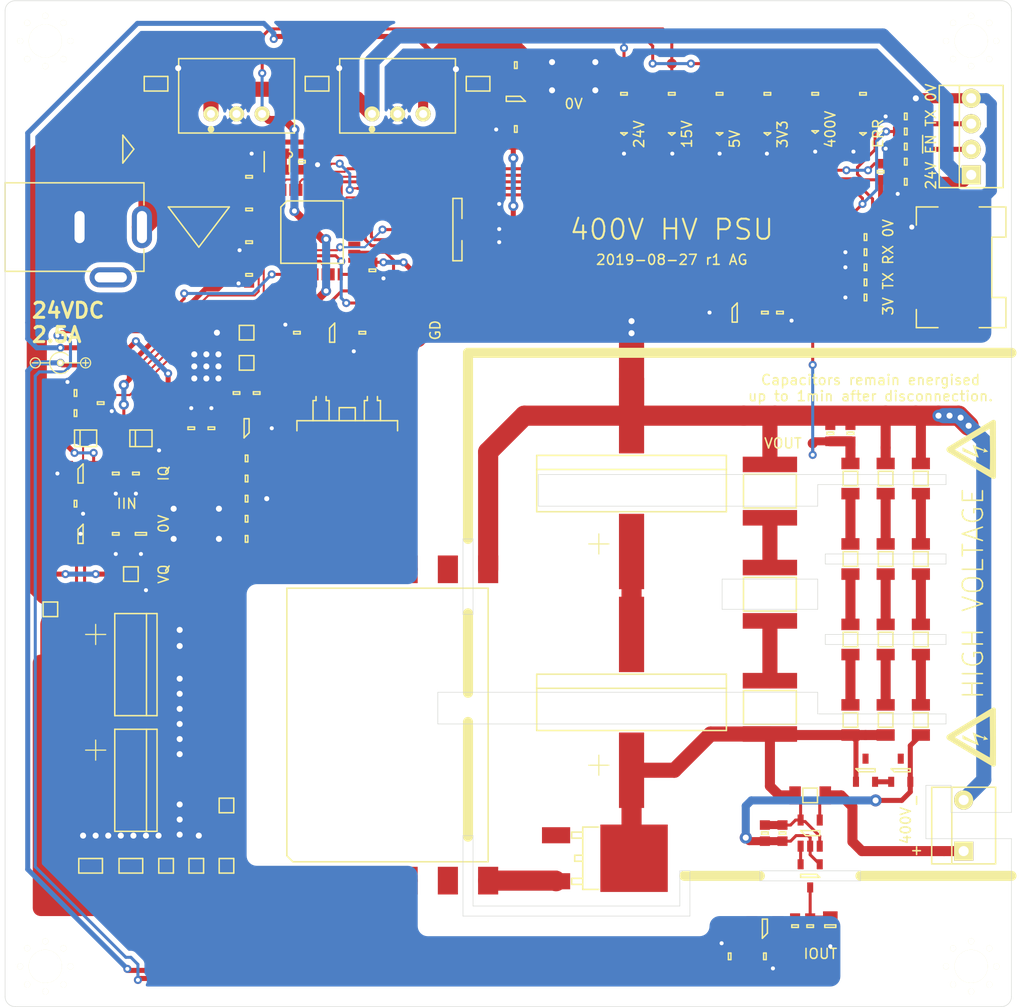
<source format=kicad_pcb>
(kicad_pcb (version 20171130) (host pcbnew 5.1.4-e60b266~84~ubuntu18.04.1)
  (title_block (date 2019-08-28) (rev 1))
  (layers (0 F.Cu signal) (31 B.Cu signal) (34 B.Paste user) (35 F.Paste user) (36 B.SilkS user) (37 F.SilkS user) (38 B.Mask user) (39 F.Mask user) (44 Edge.Cuts user))
  (net 0 "")
  (net 1 GND)
  (net 2 /VIN_MON)
  (net 3 3v3)
  (net 4 24v)
  (net 5 "Net-(C107-Pad1)")
  (net 6 5v)
  (net 7 "Net-(C205-Pad1)")
  (net 8 "Net-(C206-Pad2)")
  (net 9 15v)
  (net 10 "Net-(C214-Pad2)")
  (net 11 "Net-(C216-Pad1)")
  (net 12 "Net-(C219-Pad2)")
  (net 13 "Net-(C220-Pad2)")
  (net 14 /VOUT_MON)
  (net 15 "Net-(C227-Pad1)")
  (net 16 "Net-(D101-Pad1)")
  (net 17 "Net-(D103-Pad2)")
  (net 18 "Net-(D104-Pad2)")
  (net 19 "Net-(D105-Pad2)")
  (net 20 "Net-(D106-Pad2)")
  (net 21 "Net-(D107-Pad2)")
  (net 22 "Net-(D108-Pad2)")
  (net 23 "Net-(D109-Pad1)")
  (net 24 "Net-(D110-Pad1)")
  (net 25 "Net-(D112-Pad1)")
  (net 26 "Net-(D113-Pad1)")
  (net 27 /V_Q)
  (net 28 "Net-(D203-Pad2)")
  (net 29 "Net-(D204-Pad2)")
  (net 30 /UART_RX)
  (net 31 /UART_TX)
  (net 32 "Net-(IC102-Pad28)")
  (net 33 /LED_FAULT)
  (net 34 /LED_STAT)
  (net 35 /~RUN)
  (net 36 /SWCLK)
  (net 37 /SWDIO)
  (net 38 "Net-(IC102-Pad22)")
  (net 39 "Net-(IC102-Pad21)")
  (net 40 "Net-(IC102-Pad20)")
  (net 41 "Net-(IC102-Pad19)")
  (net 42 /GD)
  (net 43 "Net-(IC102-Pad15)")
  (net 44 /I_Q)
  (net 45 "Net-(IC102-Pad11)")
  (net 46 "Net-(IC102-Pad10)")
  (net 47 /I_OUT)
  (net 48 /I_IN)
  (net 49 /~RST)
  (net 50 "Net-(IC102-Pad3)")
  (net 51 "Net-(IC102-Pad2)")
  (net 52 "Net-(IC104-Pad4)")
  (net 53 "Net-(IC203-Pad5)")
  (net 54 "Net-(IC203-Pad1)")
  (net 55 "Net-(IC204-Pad4)")
  (net 56 "Net-(IC204-Pad3)")
  (net 57 /Flyback/HV+)
  (net 58 "Net-(IC205-Pad1)")
  (net 59 "Net-(J101-Pad2)")
  (net 60 "Net-(P101-Pad8)")
  (net 61 "Net-(P101-Pad7)")
  (net 62 "Net-(P101-Pad6)")
  (net 63 "Net-(Q201-PadS)")
  (net 64 "Net-(R206-Pad2)")
  (net 65 "Net-(R213-Pad2)")
  (net 66 "Net-(R214-Pad2)")
  (net 67 "Net-(R215-Pad2)")
  (net 68 "Net-(R218-Pad2)")
  (net 69 "Net-(R219-Pad2)")
  (net 70 "Net-(R220-Pad2)")
  (net 71 "Net-(R222-Pad2)")
  (net 72 "Net-(R223-Pad2)")
  (net 73 "Net-(R224-Pad2)")
  (net 74 "Net-(T201-Pad8)")
  (net 75 "Net-(T201-Pad5)")
  (net 76 /Flyback/390V)
  (net 77 /Flyback/400V)
  (net 78 "Net-(Q201-PadD)")
  (net 79 "Net-(C222-Pad1)")
  (module agg:SOT-23-5 (layer F.Cu) (at 172.5 81)
    (fp_text reference IC207)
    (fp_text value AD8605)
    (pad 5 smd rect (at 1.3 -0.95) (size 1.1 0.6) (layers F.Cu F.Paste F.Mask) (net 3 3v3))
    (pad 4 smd rect (at 1.3 0.95) (size 1.1 0.6) (layers F.Cu F.Paste F.Mask) (net 14 /VOUT_MON))
    (pad 3 smd rect (at -1.3 0.95) (size 1.1 0.6) (layers F.Cu F.Paste F.Mask) (net 79 "Net-(C222-Pad1)"))
    (pad 2 smd rect (at -1.3 0) (size 1.1 0.6) (layers F.Cu F.Paste F.Mask) (net 1 GND))
    (pad 1 smd rect (at -1.3 -0.95) (size 1.1 0.6) (layers F.Cu F.Paste F.Mask) (net 14 /VOUT_MON))
  )
  (module agg:0603 (layer F.Cu) (at 177 81 270)
    (fp_text reference C229)
    (fp_text value 1µ)
    (pad 2 smd rect (at 0.8 0 270) (size 0.95 1) (layers F.Cu F.Paste F.Mask) (net 1 GND))
    (pad 1 smd rect (at -0.8 0 270) (size 0.95 1) (layers F.Cu F.Paste F.Mask) (net 3 3v3))
  )
  (module agg:0603 (layer F.Cu) (at 175.5 81 270)
    (fp_text reference C228)
    (fp_text value 100n)
    (pad 2 smd rect (at 0.8 0 270) (size 0.95 1) (layers F.Cu F.Paste F.Mask) (net 1 GND))
    (pad 1 smd rect (at -0.8 0 270) (size 0.95 1) (layers F.Cu F.Paste F.Mask) (net 3 3v3))
  )
  (module agg:KEYSTONE5016 (layer F.Cu) (at 119 107)
    (fp_text reference TP207)
    (fp_text value TESTPAD)
    (pad 1 smd roundrect (at 0 0) (size 4.7 3.4) (layers F.Cu F.Paste F.Mask) (net 78 "Net-(Q201-PadD)"))
  )
  (module agg:KEYSTONE5016 (layer F.Cu) (at 119 102)
    (fp_text reference TP206)
    (fp_text value TESTPAD)
    (pad 1 smd roundrect (at 0 0) (size 4.7 3.4) (layers F.Cu F.Paste F.Mask) (net 1 GND))
  )
  (module agg:KEYSTONE5016 (layer F.Cu) (at 119 97)
    (fp_text reference TP203)
    (fp_text value TESTPAD)
    (pad 1 smd roundrect (at 0 0) (size 4.7 3.4) (layers F.Cu F.Paste F.Mask) (net 44 /I_Q))
  )
  (module agg:KEYSTONE5016 (layer F.Cu) (at 139.5 82.75)
    (fp_text reference TP202)
    (fp_text value TESTPAD)
    (pad 1 smd roundrect (at 0 0) (size 4.7 3.4) (layers F.Cu F.Paste F.Mask) (net 53 "Net-(IC203-Pad5)"))
  )
  (module agg:KEYSTONE5016 (layer F.Cu) (at 156.5 57.5 180)
    (fp_text reference TP102)
    (fp_text value TESTPAD)
    (pad 1 smd roundrect (at 0 0 180) (size 4.7 3.4) (layers F.Cu F.Paste F.Mask) (net 1 GND))
  )
  (module psu:hv (layer F.Cu) (at 196 94.6 90)
    (fp_text reference G*** hide)
    (fp_text value LOGO hide)
  )
  (module psu:hv (layer F.Cu) (at 196 123.2 90)
    (fp_text reference G*** hide)
    (fp_text value LOGO hide)
  )
  (module agg:MOLEX-KK-254P-03 (layer F.Cu) (at 195.25 132 90)
    (fp_text reference J103)
    (fp_text value HV_OUT)
    (pad 3 thru_hole circle (at 2.54 0 90) (size 1.9 1.9) (drill 1) (layers *.Cu *.Mask F.SilkS) (net 1 GND))
    (pad 1 thru_hole rect (at -2.54 0 90) (size 1.9 1.9) (drill 1) (layers *.Cu *.Mask F.SilkS) (net 57 /Flyback/HV+))
  )
  (module agg:1206 (layer F.Cu) (at 191 97.5 90)
    (fp_text reference R225)
    (fp_text value 499k)
    (pad 2 smd rect (at 1.5 0 90) (size 1.15 1.8) (layers F.Cu F.Paste F.Mask) (net 1 GND))
    (pad 1 smd rect (at -1.5 0 90) (size 1.15 1.8) (layers F.Cu F.Paste F.Mask) (net 73 "Net-(R224-Pad2)"))
  )
  (module agg:1206 (layer F.Cu) (at 191 105.5 90)
    (fp_text reference R224)
    (fp_text value 499k)
    (pad 2 smd rect (at 1.5 0 90) (size 1.15 1.8) (layers F.Cu F.Paste F.Mask) (net 73 "Net-(R224-Pad2)"))
    (pad 1 smd rect (at -1.5 0 90) (size 1.15 1.8) (layers F.Cu F.Paste F.Mask) (net 72 "Net-(R223-Pad2)"))
  )
  (module agg:1206 (layer F.Cu) (at 191 113.5 90)
    (fp_text reference R223)
    (fp_text value 499k)
    (pad 2 smd rect (at 1.5 0 90) (size 1.15 1.8) (layers F.Cu F.Paste F.Mask) (net 72 "Net-(R223-Pad2)"))
    (pad 1 smd rect (at -1.5 0 90) (size 1.15 1.8) (layers F.Cu F.Paste F.Mask) (net 71 "Net-(R222-Pad2)"))
  )
  (module agg:1206 (layer F.Cu) (at 191 121.5 90)
    (fp_text reference R222)
    (fp_text value 499k)
    (pad 2 smd rect (at 1.5 0 90) (size 1.15 1.8) (layers F.Cu F.Paste F.Mask) (net 71 "Net-(R222-Pad2)"))
    (pad 1 smd rect (at -1.5 0 90) (size 1.15 1.8) (layers F.Cu F.Paste F.Mask) (net 76 /Flyback/390V))
  )
  (module agg:1206 (layer F.Cu) (at 184 97.5 90)
    (fp_text reference R216)
    (fp_text value 499k)
    (pad 2 smd rect (at 1.5 0 90) (size 1.15 1.8) (layers F.Cu F.Paste F.Mask) (net 79 "Net-(C222-Pad1)"))
    (pad 1 smd rect (at -1.5 0 90) (size 1.15 1.8) (layers F.Cu F.Paste F.Mask) (net 67 "Net-(R215-Pad2)"))
  )
  (module agg:1206 (layer F.Cu) (at 184 105.5 90)
    (fp_text reference R215)
    (fp_text value 499k)
    (pad 2 smd rect (at 1.5 0 90) (size 1.15 1.8) (layers F.Cu F.Paste F.Mask) (net 67 "Net-(R215-Pad2)"))
    (pad 1 smd rect (at -1.5 0 90) (size 1.15 1.8) (layers F.Cu F.Paste F.Mask) (net 66 "Net-(R214-Pad2)"))
  )
  (module agg:1206 (layer F.Cu) (at 184 113.5 90)
    (fp_text reference R214)
    (fp_text value 499k)
    (pad 2 smd rect (at 1.5 0 90) (size 1.15 1.8) (layers F.Cu F.Paste F.Mask) (net 66 "Net-(R214-Pad2)"))
    (pad 1 smd rect (at -1.5 0 90) (size 1.15 1.8) (layers F.Cu F.Paste F.Mask) (net 65 "Net-(R213-Pad2)"))
  )
  (module agg:1206 (layer F.Cu) (at 184 121.5 90)
    (fp_text reference R213)
    (fp_text value 499k)
    (pad 2 smd rect (at 1.5 0 90) (size 1.15 1.8) (layers F.Cu F.Paste F.Mask) (net 65 "Net-(R213-Pad2)"))
    (pad 1 smd rect (at -1.5 0 90) (size 1.15 1.8) (layers F.Cu F.Paste F.Mask) (net 77 /Flyback/400V))
  )
  (module agg:1206 (layer F.Cu) (at 112.5 107)
    (fp_text reference C201)
    (fp_text value 1µ)
    (pad 2 smd rect (at 1.5 0) (size 1.15 1.8) (layers F.Cu F.Paste F.Mask) (net 1 GND))
    (pad 1 smd rect (at -1.5 0) (size 1.15 1.8) (layers F.Cu F.Paste F.Mask) (net 4 24v))
  )
  (module agg:XTAL-25x20 (layer F.Cu) (at 127 66 270)
    (fp_text reference Y101)
    (fp_text value 25M)
    (pad 4 smd rect (at 0.8 -0.85 270) (size 1 0.8) (layers F.Cu F.Paste F.Mask) (net 3 3v3))
    (pad 3 smd rect (at 0.8 0.85 270) (size 1 0.8) (layers F.Cu F.Paste F.Mask) (net 51 "Net-(IC102-Pad2)"))
    (pad 2 smd rect (at -0.8 0.85 270) (size 1 0.8) (layers F.Cu F.Paste F.Mask) (net 1 GND))
    (pad 1 smd rect (at -0.8 -0.85 270) (size 1 0.8) (layers F.Cu F.Paste F.Mask) (net 3 3v3))
  )
  (module agg:M3_MOUNT (layer F.Cu) (at 196 54)
    (fp_text reference X104 hide)
    (fp_text value "M3 MOUNT" hide)
    (pad "" np_thru_hole circle (at 1.8 1.8) (size 0.6 0.6) (drill 0.6) (layers *.Cu *.Mask F.SilkS))
    (pad "" np_thru_hole circle (at -1.8 1.8) (size 0.6 0.6) (drill 0.6) (layers *.Cu *.Mask F.SilkS))
    (pad "" np_thru_hole circle (at 1.8 -1.8) (size 0.6 0.6) (drill 0.6) (layers *.Cu *.Mask F.SilkS))
    (pad "" np_thru_hole circle (at -1.8 -1.8) (size 0.6 0.6) (drill 0.6) (layers *.Cu *.Mask F.SilkS))
    (pad "" np_thru_hole circle (at -2.5 0) (size 0.6 0.6) (drill 0.6) (layers *.Cu *.Mask F.SilkS))
    (pad "" np_thru_hole circle (at 0 2.5) (size 0.6 0.6) (drill 0.6) (layers *.Cu *.Mask F.SilkS))
    (pad "" np_thru_hole circle (at 2.5 0) (size 0.6 0.6) (drill 0.6) (layers *.Cu *.Mask F.SilkS))
    (pad "" np_thru_hole circle (at 0 -2.5) (size 0.6 0.6) (drill 0.6) (layers *.Cu *.Mask F.SilkS))
    (pad "" np_thru_hole circle (at 0 0) (size 3.3 3.3) (drill 3.3) (layers *.Cu *.Mask F.SilkS) (clearance 1.65))
  )
  (module agg:M3_MOUNT (layer F.Cu) (at 104 54)
    (fp_text reference X103 hide)
    (fp_text value "M3 MOUNT" hide)
    (pad "" np_thru_hole circle (at 1.8 1.8) (size 0.6 0.6) (drill 0.6) (layers *.Cu *.Mask F.SilkS))
    (pad "" np_thru_hole circle (at -1.8 1.8) (size 0.6 0.6) (drill 0.6) (layers *.Cu *.Mask F.SilkS))
    (pad "" np_thru_hole circle (at 1.8 -1.8) (size 0.6 0.6) (drill 0.6) (layers *.Cu *.Mask F.SilkS))
    (pad "" np_thru_hole circle (at -1.8 -1.8) (size 0.6 0.6) (drill 0.6) (layers *.Cu *.Mask F.SilkS))
    (pad "" np_thru_hole circle (at -2.5 0) (size 0.6 0.6) (drill 0.6) (layers *.Cu *.Mask F.SilkS))
    (pad "" np_thru_hole circle (at 0 2.5) (size 0.6 0.6) (drill 0.6) (layers *.Cu *.Mask F.SilkS))
    (pad "" np_thru_hole circle (at 2.5 0) (size 0.6 0.6) (drill 0.6) (layers *.Cu *.Mask F.SilkS))
    (pad "" np_thru_hole circle (at 0 -2.5) (size 0.6 0.6) (drill 0.6) (layers *.Cu *.Mask F.SilkS))
    (pad "" np_thru_hole circle (at 0 0) (size 3.3 3.3) (drill 3.3) (layers *.Cu *.Mask F.SilkS) (clearance 1.65))
  )
  (module agg:M3_MOUNT (layer F.Cu) (at 196 146)
    (fp_text reference X102 hide)
    (fp_text value "M3 MOUNT" hide)
    (pad "" np_thru_hole circle (at 1.8 1.8) (size 0.6 0.6) (drill 0.6) (layers *.Cu *.Mask F.SilkS))
    (pad "" np_thru_hole circle (at -1.8 1.8) (size 0.6 0.6) (drill 0.6) (layers *.Cu *.Mask F.SilkS))
    (pad "" np_thru_hole circle (at 1.8 -1.8) (size 0.6 0.6) (drill 0.6) (layers *.Cu *.Mask F.SilkS))
    (pad "" np_thru_hole circle (at -1.8 -1.8) (size 0.6 0.6) (drill 0.6) (layers *.Cu *.Mask F.SilkS))
    (pad "" np_thru_hole circle (at -2.5 0) (size 0.6 0.6) (drill 0.6) (layers *.Cu *.Mask F.SilkS))
    (pad "" np_thru_hole circle (at 0 2.5) (size 0.6 0.6) (drill 0.6) (layers *.Cu *.Mask F.SilkS))
    (pad "" np_thru_hole circle (at 2.5 0) (size 0.6 0.6) (drill 0.6) (layers *.Cu *.Mask F.SilkS))
    (pad "" np_thru_hole circle (at 0 -2.5) (size 0.6 0.6) (drill 0.6) (layers *.Cu *.Mask F.SilkS))
    (pad "" np_thru_hole circle (at 0 0) (size 3.3 3.3) (drill 3.3) (layers *.Cu *.Mask F.SilkS) (clearance 1.65))
  )
  (module agg:M3_MOUNT (layer F.Cu) (at 104 146)
    (fp_text reference X101 hide)
    (fp_text value "M3 MOUNT" hide)
    (pad "" np_thru_hole circle (at 1.8 1.8) (size 0.6 0.6) (drill 0.6) (layers *.Cu *.Mask F.SilkS))
    (pad "" np_thru_hole circle (at -1.8 1.8) (size 0.6 0.6) (drill 0.6) (layers *.Cu *.Mask F.SilkS))
    (pad "" np_thru_hole circle (at 1.8 -1.8) (size 0.6 0.6) (drill 0.6) (layers *.Cu *.Mask F.SilkS))
    (pad "" np_thru_hole circle (at -1.8 -1.8) (size 0.6 0.6) (drill 0.6) (layers *.Cu *.Mask F.SilkS))
    (pad "" np_thru_hole circle (at -2.5 0) (size 0.6 0.6) (drill 0.6) (layers *.Cu *.Mask F.SilkS))
    (pad "" np_thru_hole circle (at 0 2.5) (size 0.6 0.6) (drill 0.6) (layers *.Cu *.Mask F.SilkS))
    (pad "" np_thru_hole circle (at 2.5 0) (size 0.6 0.6) (drill 0.6) (layers *.Cu *.Mask F.SilkS))
    (pad "" np_thru_hole circle (at 0 -2.5) (size 0.6 0.6) (drill 0.6) (layers *.Cu *.Mask F.SilkS))
    (pad "" np_thru_hole circle (at 0 0) (size 3.3 3.3) (drill 3.3) (layers *.Cu *.Mask F.SilkS) (clearance 1.65))
  )
  (module agg:TESTPAD (layer F.Cu) (at 178.5 144.75)
    (fp_text reference TP205 hide)
    (fp_text value TESTPAD hide)
    (pad 1 smd circle (at 0 0) (size 1 1) (layers F.Cu F.Mask) (net 47 /I_OUT))
  )
  (module agg:TESTPAD (layer F.Cu) (at 180.25 94)
    (fp_text reference TP204 hide)
    (fp_text value TESTPAD hide)
    (pad 1 smd circle (at 0 0) (size 1 1) (layers F.Cu F.Mask) (net 79 "Net-(C222-Pad1)"))
  )
  (module agg:TESTPAD (layer F.Cu) (at 110 100)
    (fp_text reference TP201 hide)
    (fp_text value TESTPAD hide)
    (pad 1 smd circle (at 0 0) (size 1 1) (layers F.Cu F.Mask) (net 7 "Net-(C205-Pad1)"))
  )
  (module agg:TESTPAD (layer F.Cu) (at 175.75 56.25)
    (fp_text reference TP105 hide)
    (fp_text value TESTPAD hide)
    (pad 1 smd circle (at 0 0) (size 1 1) (layers F.Cu F.Mask) (net 3 3v3))
  )
  (module agg:TESTPAD (layer F.Cu) (at 171 56.25)
    (fp_text reference TP104 hide)
    (fp_text value TESTPAD hide)
    (pad 1 smd circle (at 0 0) (size 1 1) (layers F.Cu F.Mask) (net 6 5v))
  )
  (module agg:TESTPAD (layer F.Cu) (at 166.25 56.25)
    (fp_text reference TP103 hide)
    (fp_text value TESTPAD hide)
    (pad 1 smd circle (at 0 0) (size 1 1) (layers F.Cu F.Mask) (net 9 15v))
  )
  (module agg:TESTPAD (layer F.Cu) (at 161.5 56.25)
    (fp_text reference TP101 hide)
    (fp_text value TESTPAD hide)
    (pad 1 smd circle (at 0 0) (size 1 1) (layers F.Cu F.Mask) (net 4 24v))
  )
  (module agg:GA3459-BL (layer F.Cu) (at 138 122 90)
    (fp_text reference T201)
    (fp_text value GA3459-BL)
    (pad 12 smd rect (at 15.475 -10 90) (size 2.75 2) (layers F.Cu F.Paste F.Mask) (net 78 "Net-(Q201-PadD)"))
    (pad 11 smd rect (at 15.475 -6 90) (size 2.75 2) (layers F.Cu F.Paste F.Mask) (net 78 "Net-(Q201-PadD)"))
    (pad 10 smd rect (at 15.475 -2 90) (size 2.75 2) (layers F.Cu F.Paste F.Mask) (net 78 "Net-(Q201-PadD)"))
    (pad 9 smd rect (at 15.475 2 90) (size 2.75 2) (layers F.Cu F.Paste F.Mask) (net 78 "Net-(Q201-PadD)"))
    (pad 8 smd rect (at 15.475 6 90) (size 2.75 2) (layers F.Cu F.Paste F.Mask) (net 74 "Net-(T201-Pad8)"))
    (pad 7 smd rect (at 15.475 10 90) (size 2.75 2) (layers F.Cu F.Paste F.Mask) (net 1 GND))
    (pad 6 smd rect (at -15.475 10 90) (size 2.75 2) (layers F.Cu F.Paste F.Mask) (net 28 "Net-(D203-Pad2)"))
    (pad 5 smd rect (at -15.475 6 90) (size 2.75 2) (layers F.Cu F.Paste F.Mask) (net 75 "Net-(T201-Pad5)"))
    (pad 4 smd rect (at -15.475 2 90) (size 2.75 2) (layers F.Cu F.Paste F.Mask) (net 8 "Net-(C206-Pad2)"))
    (pad 3 smd rect (at -15.475 -2 90) (size 2.75 2) (layers F.Cu F.Paste F.Mask) (net 8 "Net-(C206-Pad2)"))
    (pad 2 smd rect (at -15.475 -6 90) (size 2.75 2) (layers F.Cu F.Paste F.Mask) (net 8 "Net-(C206-Pad2)"))
    (pad 1 smd rect (at -15.475 -10 90) (size 2.75 2) (layers F.Cu F.Paste F.Mask) (net 8 "Net-(C206-Pad2)"))
  )
  (module agg:1206 (layer F.Cu) (at 180 129 180)
    (fp_text reference R228)
    (fp_text value 500m)
    (pad 2 smd rect (at 1.5 0 180) (size 1.15 1.8) (layers F.Cu F.Paste F.Mask) (net 77 /Flyback/400V))
    (pad 1 smd rect (at -1.5 0 180) (size 1.15 1.8) (layers F.Cu F.Paste F.Mask) (net 57 /Flyback/HV+))
  )
  (module agg:0603 (layer F.Cu) (at 180 142 270)
    (fp_text reference R227)
    (fp_text value 100k)
    (pad 2 smd rect (at 0.8 0 270) (size 0.95 1) (layers F.Cu F.Paste F.Mask) (net 1 GND))
    (pad 1 smd rect (at -0.8 0 270) (size 0.95 1) (layers F.Cu F.Paste F.Mask) (net 15 "Net-(C227-Pad1)"))
  )
  (module agg:0603 (layer F.Cu) (at 178.5 142 270)
    (fp_text reference R226)
    (fp_text value 100k)
    (pad 2 smd rect (at 0.8 0 270) (size 0.95 1) (layers F.Cu F.Paste F.Mask) (net 1 GND))
    (pad 1 smd rect (at -0.8 0 270) (size 0.95 1) (layers F.Cu F.Paste F.Mask) (net 15 "Net-(C227-Pad1)"))
  )
  (module agg:1206 (layer F.Cu) (at 187.5 97.5 90)
    (fp_text reference R221)
    (fp_text value 100k)
    (pad 2 smd rect (at 1.5 0 90) (size 1.15 1.8) (layers F.Cu F.Paste F.Mask) (net 1 GND))
    (pad 1 smd rect (at -1.5 0 90) (size 1.15 1.8) (layers F.Cu F.Paste F.Mask) (net 70 "Net-(R220-Pad2)"))
  )
  (module agg:1206 (layer F.Cu) (at 187.5 105.5 90)
    (fp_text reference R220)
    (fp_text value 100k)
    (pad 2 smd rect (at 1.5 0 90) (size 1.15 1.8) (layers F.Cu F.Paste F.Mask) (net 70 "Net-(R220-Pad2)"))
    (pad 1 smd rect (at -1.5 0 90) (size 1.15 1.8) (layers F.Cu F.Paste F.Mask) (net 69 "Net-(R219-Pad2)"))
  )
  (module agg:1206 (layer F.Cu) (at 187.5 113.5 90)
    (fp_text reference R219)
    (fp_text value 100k)
    (pad 2 smd rect (at 1.5 0 90) (size 1.15 1.8) (layers F.Cu F.Paste F.Mask) (net 69 "Net-(R219-Pad2)"))
    (pad 1 smd rect (at -1.5 0 90) (size 1.15 1.8) (layers F.Cu F.Paste F.Mask) (net 68 "Net-(R218-Pad2)"))
  )
  (module agg:1206 (layer F.Cu) (at 187.5 121.5 90)
    (fp_text reference R218)
    (fp_text value 100k)
    (pad 2 smd rect (at 1.5 0 90) (size 1.15 1.8) (layers F.Cu F.Paste F.Mask) (net 68 "Net-(R218-Pad2)"))
    (pad 1 smd rect (at -1.5 0 90) (size 1.15 1.8) (layers F.Cu F.Paste F.Mask) (net 77 /Flyback/400V))
  )
  (module agg:0603 (layer F.Cu) (at 184 93 90)
    (fp_text reference R217)
    (fp_text value 10k)
    (pad 2 smd rect (at 0.8 0 90) (size 0.95 1) (layers F.Cu F.Paste F.Mask) (net 1 GND))
    (pad 1 smd rect (at -0.8 0 90) (size 0.95 1) (layers F.Cu F.Paste F.Mask) (net 79 "Net-(C222-Pad1)"))
  )
  (module agg:0603 (layer F.Cu) (at 124 97.5 180)
    (fp_text reference R212)
    (fp_text value 100k)
    (pad 2 smd rect (at 0.8 0 180) (size 0.95 1) (layers F.Cu F.Paste F.Mask) (net 55 "Net-(IC204-Pad4)"))
    (pad 1 smd rect (at -0.8 0 180) (size 0.95 1) (layers F.Cu F.Paste F.Mask) (net 44 /I_Q))
  )
  (module agg:0603 (layer F.Cu) (at 124 95.5 180)
    (fp_text reference R211)
    (fp_text value 100k)
    (pad 2 smd rect (at 0.8 0 180) (size 0.95 1) (layers F.Cu F.Paste F.Mask) (net 55 "Net-(IC204-Pad4)"))
    (pad 1 smd rect (at -0.8 0 180) (size 0.95 1) (layers F.Cu F.Paste F.Mask) (net 44 /I_Q))
  )
  (module agg:0603 (layer F.Cu) (at 123 89 90)
    (fp_text reference R210)
    (fp_text value 1k)
    (pad 2 smd rect (at 0.8 0 90) (size 0.95 1) (layers F.Cu F.Paste F.Mask) (net 1 GND))
    (pad 1 smd rect (at -0.8 0 90) (size 0.95 1) (layers F.Cu F.Paste F.Mask) (net 55 "Net-(IC204-Pad4)"))
  )
  (module agg:0603 (layer F.Cu) (at 125 89 90)
    (fp_text reference R209)
    (fp_text value 1k)
    (pad 2 smd rect (at 0.8 0 90) (size 0.95 1) (layers F.Cu F.Paste F.Mask) (net 63 "Net-(Q201-PadS)"))
    (pad 1 smd rect (at -0.8 0 90) (size 0.95 1) (layers F.Cu F.Paste F.Mask) (net 56 "Net-(IC204-Pad3)"))
  )
  (module agg:0603 (layer F.Cu) (at 124 99.5)
    (fp_text reference R208)
    (fp_text value 1k)
    (pad 2 smd rect (at 0.8 0) (size 0.95 1) (layers F.Cu F.Paste F.Mask) (net 1 GND))
    (pad 1 smd rect (at -0.8 0) (size 0.95 1) (layers F.Cu F.Paste F.Mask) (net 27 /V_Q))
  )
  (module agg:0603 (layer F.Cu) (at 124 101.5 180)
    (fp_text reference R207)
    (fp_text value 10k)
    (pad 2 smd rect (at 0.8 0 180) (size 0.95 1) (layers F.Cu F.Paste F.Mask) (net 27 /V_Q))
    (pad 1 smd rect (at -0.8 0 180) (size 0.95 1) (layers F.Cu F.Paste F.Mask) (net 64 "Net-(R206-Pad2)"))
  )
  (module agg:0603 (layer F.Cu) (at 124 103.5)
    (fp_text reference R206)
    (fp_text value 10k)
    (pad 2 smd rect (at 0.8 0) (size 0.95 1) (layers F.Cu F.Paste F.Mask) (net 64 "Net-(R206-Pad2)"))
    (pad 1 smd rect (at -0.8 0) (size 0.95 1) (layers F.Cu F.Paste F.Mask) (net 78 "Net-(Q201-PadD)"))
  )
  (module agg:1206 (layer F.Cu) (at 124 86 180)
    (fp_text reference R205)
    (fp_text value 10m)
    (pad 2 smd rect (at 1.5 0 180) (size 1.15 1.8) (layers F.Cu F.Paste F.Mask) (net 1 GND))
    (pad 1 smd rect (at -1.5 0 180) (size 1.15 1.8) (layers F.Cu F.Paste F.Mask) (net 63 "Net-(Q201-PadS)"))
  )
  (module agg:1206 (layer F.Cu) (at 122 130 90)
    (fp_text reference R204)
    (fp_text value 4R7)
    (pad 2 smd rect (at 1.5 0 90) (size 1.15 1.8) (layers F.Cu F.Paste F.Mask) (net 78 "Net-(Q201-PadD)"))
    (pad 1 smd rect (at -1.5 0 90) (size 1.15 1.8) (layers F.Cu F.Paste F.Mask) (net 10 "Net-(C214-Pad2)"))
  )
  (module agg:0603 (layer F.Cu) (at 135.5 83 270)
    (fp_text reference R203)
    (fp_text value 100k)
    (pad 2 smd rect (at 0.8 0 270) (size 0.95 1) (layers F.Cu F.Paste F.Mask) (net 1 GND))
    (pad 1 smd rect (at -0.8 0 270) (size 0.95 1) (layers F.Cu F.Paste F.Mask) (net 53 "Net-(IC203-Pad5)"))
  )
  (module agg:0603 (layer F.Cu) (at 107 100)
    (fp_text reference R202)
    (fp_text value 100k)
    (pad 2 smd rect (at 0.8 0) (size 0.95 1) (layers F.Cu F.Paste F.Mask) (net 1 GND))
    (pad 1 smd rect (at -0.8 0) (size 0.95 1) (layers F.Cu F.Paste F.Mask) (net 7 "Net-(C205-Pad1)"))
  )
  (module agg:1206 (layer F.Cu) (at 104.5 110.5 270)
    (fp_text reference R201)
    (fp_text value 10m)
    (pad 2 smd rect (at 1.5 0 270) (size 1.15 1.8) (layers F.Cu F.Paste F.Mask) (net 8 "Net-(C206-Pad2)"))
    (pad 1 smd rect (at -1.5 0 270) (size 1.15 1.8) (layers F.Cu F.Paste F.Mask) (net 4 24v))
  )
  (module agg:0603 (layer F.Cu) (at 185.5 78 180)
    (fp_text reference R113)
    (fp_text value 1k)
    (pad 2 smd rect (at 0.8 0 180) (size 0.95 1) (layers F.Cu F.Paste F.Mask) (net 31 /UART_TX))
    (pad 1 smd rect (at -0.8 0 180) (size 0.95 1) (layers F.Cu F.Paste F.Mask) (net 26 "Net-(D113-Pad1)"))
  )
  (module agg:0603 (layer F.Cu) (at 185.5 73.5 180)
    (fp_text reference R112)
    (fp_text value 1k)
    (pad 2 smd rect (at 0.8 0 180) (size 0.95 1) (layers F.Cu F.Paste F.Mask) (net 30 /UART_RX))
    (pad 1 smd rect (at -0.8 0 180) (size 0.95 1) (layers F.Cu F.Paste F.Mask) (net 25 "Net-(D112-Pad1)"))
  )
  (module agg:0603 (layer F.Cu) (at 189.5 66 180)
    (fp_text reference R111)
    (fp_text value 1k)
    (pad 2 smd rect (at 0.8 0 180) (size 0.95 1) (layers F.Cu F.Paste F.Mask) (net 35 /~RUN))
    (pad 1 smd rect (at -0.8 0 180) (size 0.95 1) (layers F.Cu F.Paste F.Mask) (net 24 "Net-(D110-Pad1)"))
  )
  (module agg:0603 (layer F.Cu) (at 189.5 63 180)
    (fp_text reference R110)
    (fp_text value 1k)
    (pad 2 smd rect (at 0.8 0 180) (size 0.95 1) (layers F.Cu F.Paste F.Mask) (net 31 /UART_TX))
    (pad 1 smd rect (at -0.8 0 180) (size 0.95 1) (layers F.Cu F.Paste F.Mask) (net 23 "Net-(D109-Pad1)"))
  )
  (module agg:0603 (layer F.Cu) (at 187 67 270)
    (fp_text reference R109)
    (fp_text value 10k)
    (pad 2 smd rect (at 0.8 0 270) (size 0.95 1) (layers F.Cu F.Paste F.Mask) (net 3 3v3))
    (pad 1 smd rect (at -0.8 0 270) (size 0.95 1) (layers F.Cu F.Paste F.Mask) (net 35 /~RUN))
  )
  (module agg:0603 (layer F.Cu) (at 175.75 59.25 270)
    (fp_text reference R108)
    (fp_text value 1k)
    (pad 2 smd rect (at 0.8 0 270) (size 0.95 1) (layers F.Cu F.Paste F.Mask) (net 22 "Net-(D108-Pad2)"))
    (pad 1 smd rect (at -0.8 0 270) (size 0.95 1) (layers F.Cu F.Paste F.Mask) (net 3 3v3))
  )
  (module agg:0603 (layer F.Cu) (at 180.5 59.25 270)
    (fp_text reference R107)
    (fp_text value 1k)
    (pad 2 smd rect (at 0.8 0 270) (size 0.95 1) (layers F.Cu F.Paste F.Mask) (net 21 "Net-(D107-Pad2)"))
    (pad 1 smd rect (at -0.8 0 270) (size 0.95 1) (layers F.Cu F.Paste F.Mask) (net 34 /LED_STAT))
  )
  (module agg:0603 (layer F.Cu) (at 185.25 59.25 270)
    (fp_text reference R106)
    (fp_text value 1k)
    (pad 2 smd rect (at 0.8 0 270) (size 0.95 1) (layers F.Cu F.Paste F.Mask) (net 20 "Net-(D106-Pad2)"))
    (pad 1 smd rect (at -0.8 0 270) (size 0.95 1) (layers F.Cu F.Paste F.Mask) (net 33 /LED_FAULT))
  )
  (module agg:0603 (layer F.Cu) (at 171 59.25 270)
    (fp_text reference R105)
    (fp_text value 1k)
    (pad 2 smd rect (at 0.8 0 270) (size 0.95 1) (layers F.Cu F.Paste F.Mask) (net 19 "Net-(D105-Pad2)"))
    (pad 1 smd rect (at -0.8 0 270) (size 0.95 1) (layers F.Cu F.Paste F.Mask) (net 6 5v))
  )
  (module agg:0603 (layer F.Cu) (at 166.25 59.25 270)
    (fp_text reference R104)
    (fp_text value 10k)
    (pad 2 smd rect (at 0.8 0 270) (size 0.95 1) (layers F.Cu F.Paste F.Mask) (net 18 "Net-(D104-Pad2)"))
    (pad 1 smd rect (at -0.8 0 270) (size 0.95 1) (layers F.Cu F.Paste F.Mask) (net 9 15v))
  )
  (module agg:0603 (layer F.Cu) (at 107 89 180)
    (fp_text reference R103)
    (fp_text value 10k)
    (pad 2 smd rect (at 0.8 0 180) (size 0.95 1) (layers F.Cu F.Paste F.Mask) (net 1 GND))
    (pad 1 smd rect (at -0.8 0 180) (size 0.95 1) (layers F.Cu F.Paste F.Mask) (net 2 /VIN_MON))
  )
  (module agg:0603 (layer F.Cu) (at 107 91)
    (fp_text reference R102)
    (fp_text value 100k)
    (pad 2 smd rect (at 0.8 0) (size 0.95 1) (layers F.Cu F.Paste F.Mask) (net 2 /VIN_MON))
    (pad 1 smd rect (at -0.8 0) (size 0.95 1) (layers F.Cu F.Paste F.Mask) (net 4 24v))
  )
  (module agg:0603 (layer F.Cu) (at 161.5 59.25 270)
    (fp_text reference R101)
    (fp_text value 10k)
    (pad 2 smd rect (at 0.8 0 270) (size 0.95 1) (layers F.Cu F.Paste F.Mask) (net 17 "Net-(D103-Pad2)"))
    (pad 1 smd rect (at -0.8 0 270) (size 0.95 1) (layers F.Cu F.Paste F.Mask) (net 4 24v))
  )
  (module agg:SOT-23 (layer F.Cu) (at 180 137 270)
    (fp_text reference Q202)
    (fp_text value PBHV9050T)
    (pad 3 smd rect (at 1.15 0 270) (size 1 0.6) (layers F.Cu F.Paste F.Mask) (net 15 "Net-(C227-Pad1)"))
    (pad 2 smd rect (at -1.15 0.95 270) (size 1 0.6) (layers F.Cu F.Paste F.Mask) (net 58 "Net-(IC205-Pad1)"))
    (pad 1 smd rect (at -1.15 -0.95 270) (size 1 0.6) (layers F.Cu F.Paste F.Mask) (net 76 /Flyback/390V))
  )
  (module agg:D2PAK_GDS (layer F.Cu) (at 134 97.75 180)
    (fp_text reference Q201)
    (fp_text value STB45N60DM2AG)
    (pad S smd roundrect (at 2.54 10.275 180) (size 1.6 3.5) (layers F.Cu F.Paste F.Mask) (roundrect_rratio 0.062) (net 63 "Net-(Q201-PadS)"))
    (pad G smd roundrect (at -2.54 10.275 180) (size 1.6 3.5) (layers F.Cu F.Paste F.Mask) (roundrect_rratio 0.062) (net 53 "Net-(IC203-Pad5)"))
    (pad D smd roundrect (at 0 0 180) (size 12.2 9.75) (layers F.Cu F.Paste F.Mask) (roundrect_rratio 0.051) (net 78 "Net-(Q201-PadD)"))
  )
  (module agg:FTSH-105-01-L-DV-K (layer F.Cu) (at 145 72.75 90)
    (fp_text reference P101)
    (fp_text value SWD)
    (pad 10 smd rect (at 2.54 -2.035 90) (size 0.74 2.79) (layers F.Cu F.Paste F.Mask) (net 49 /~RST))
    (pad 9 smd rect (at 2.54 2.035 90) (size 0.74 2.79) (layers F.Cu F.Paste F.Mask) (net 1 GND))
    (pad 8 smd rect (at 1.27 -2.035 90) (size 0.74 2.79) (layers F.Cu F.Paste F.Mask) (net 60 "Net-(P101-Pad8)"))
    (pad 7 smd rect (at 1.27 2.035 90) (size 0.74 2.79) (layers F.Cu F.Paste F.Mask) (net 61 "Net-(P101-Pad7)"))
    (pad 6 smd rect (at 0 -2.035 90) (size 0.74 2.79) (layers F.Cu F.Paste F.Mask) (net 62 "Net-(P101-Pad6)"))
    (pad 5 smd rect (at 0 2.035 90) (size 0.74 2.79) (layers F.Cu F.Paste F.Mask) (net 1 GND))
    (pad 4 smd rect (at -1.27 -2.035 90) (size 0.74 2.79) (layers F.Cu F.Paste F.Mask) (net 36 /SWCLK))
    (pad 3 smd rect (at -1.27 2.035 90) (size 0.74 2.79) (layers F.Cu F.Paste F.Mask) (net 1 GND))
    (pad 2 smd rect (at -2.54 -2.035 90) (size 0.74 2.79) (layers F.Cu F.Paste F.Mask) (net 37 /SWDIO))
    (pad 1 smd rect (at -2.54 2.035 90) (size 0.74 2.79) (layers F.Cu F.Paste F.Mask) (net 3 3v3))
  )
  (module agg:0603 (layer F.Cu) (at 124.25 70.75 90)
    (fp_text reference L101)
    (fp_text value FB)
    (pad 2 smd rect (at 0.8 0 90) (size 0.95 1) (layers F.Cu F.Paste F.Mask) (net 3 3v3))
    (pad 1 smd rect (at -0.8 0 90) (size 0.95 1) (layers F.Cu F.Paste F.Mask) (net 5 "Net-(C107-Pad1)"))
  )
  (module agg:SM04B-PASS (layer F.Cu) (at 191.5 76.5 270)
    (fp_text reference J104)
    (fp_text value UART)
    (pad 4 smd rect (at -3 1.35 270) (size 1 3) (layers F.Cu F.Paste F.Mask) (net 1 GND))
    (pad 3 smd rect (at -1 1.35 270) (size 1 3) (layers F.Cu F.Paste F.Mask) (net 25 "Net-(D112-Pad1)"))
    (pad 2 smd rect (at 1 1.35 270) (size 1 3) (layers F.Cu F.Paste F.Mask) (net 26 "Net-(D113-Pad1)"))
    (pad 1 smd rect (at 3 1.35 270) (size 1 3) (layers F.Cu F.Paste F.Mask) (net 3 3v3))
    (pad "" smd rect (at -5.35 -3.25 270) (size 1.8 3.8) (layers F.Cu F.Paste F.Mask))
    (pad "" smd rect (at 5.35 -3.25 270) (size 1.8 3.8) (layers F.Cu F.Paste F.Mask))
  )
  (module agg:MOLEX-KK-254P-04 (layer F.Cu) (at 196 63.5 90)
    (fp_text reference J102)
    (fp_text value CTRL)
    (pad 4 thru_hole circle (at 3.81 0 90) (size 1.9 1.9) (drill 1) (layers *.Cu *.Mask F.SilkS) (net 1 GND))
    (pad 3 thru_hole circle (at 1.27 0 90) (size 1.9 1.9) (drill 1) (layers *.Cu *.Mask F.SilkS) (net 23 "Net-(D109-Pad1)"))
    (pad 2 thru_hole circle (at -1.27 0 90) (size 1.9 1.9) (drill 1) (layers *.Cu *.Mask F.SilkS) (net 24 "Net-(D110-Pad1)"))
    (pad 1 thru_hole rect (at -3.81 0 90) (size 1.9 1.9) (drill 1) (layers *.Cu *.Mask F.SilkS) (net 4 24v))
  )
  (module agg:BARRELJACK (layer F.Cu) (at 110.5 72.5 180)
    (fp_text reference J101)
    (fp_text value PWR_IN)
    (pad 3 thru_hole roundrect (at 3.1 0 270) (size 4.2 2) (drill oval 3.2 1) (layers *.Cu *.Mask) (roundrect_rratio 0.5) (net 1 GND))
    (pad 2 thru_hole roundrect (at 0 -5 180) (size 4.2 2) (drill oval 3.2 1) (layers *.Cu *.Mask) (roundrect_rratio 0.5) (net 59 "Net-(J101-Pad2)"))
    (pad 1 thru_hole roundrect (at -3.1 0 270) (size 4.2 2) (drill oval 3.2 1) (layers *.Cu *.Mask) (roundrect_rratio 0.5) (net 16 "Net-(D101-Pad1)"))
  )
  (module agg:SOT-23-5 (layer F.Cu) (at 175.5 142.25 180)
    (fp_text reference IC206)
    (fp_text value AD8605)
    (pad 5 smd rect (at 1.3 -0.95 180) (size 1.1 0.6) (layers F.Cu F.Paste F.Mask) (net 3 3v3))
    (pad 4 smd rect (at 1.3 0.95 180) (size 1.1 0.6) (layers F.Cu F.Paste F.Mask) (net 47 /I_OUT))
    (pad 3 smd rect (at -1.3 0.95 180) (size 1.1 0.6) (layers F.Cu F.Paste F.Mask) (net 15 "Net-(C227-Pad1)"))
    (pad 2 smd rect (at -1.3 0 180) (size 1.1 0.6) (layers F.Cu F.Paste F.Mask) (net 1 GND))
    (pad 1 smd rect (at -1.3 -0.95 180) (size 1.1 0.6) (layers F.Cu F.Paste F.Mask) (net 47 /I_OUT))
  )
  (module agg:SOT-23-5 (layer F.Cu) (at 180 132.75 90)
    (fp_text reference IC205)
    (fp_text value INA139)
    (pad 5 smd rect (at 1.3 -0.95 90) (size 1.1 0.6) (layers F.Cu F.Paste F.Mask) (net 77 /Flyback/400V))
    (pad 4 smd rect (at 1.3 0.95 90) (size 1.1 0.6) (layers F.Cu F.Paste F.Mask) (net 57 /Flyback/HV+))
    (pad 3 smd rect (at -1.3 0.95 90) (size 1.1 0.6) (layers F.Cu F.Paste F.Mask) (net 77 /Flyback/400V))
    (pad 2 smd rect (at -1.3 0 90) (size 1.1 0.6) (layers F.Cu F.Paste F.Mask) (net 76 /Flyback/390V))
    (pad 1 smd rect (at -1.3 -0.95 90) (size 1.1 0.6) (layers F.Cu F.Paste F.Mask) (net 58 "Net-(IC205-Pad1)"))
  )
  (module agg:SOT-23-5 (layer F.Cu) (at 124 92.5 180)
    (fp_text reference IC204)
    (fp_text value AD8065)
    (pad 5 smd rect (at 1.3 -0.95 180) (size 1.1 0.6) (layers F.Cu F.Paste F.Mask) (net 6 5v))
    (pad 4 smd rect (at 1.3 0.95 180) (size 1.1 0.6) (layers F.Cu F.Paste F.Mask) (net 55 "Net-(IC204-Pad4)"))
    (pad 3 smd rect (at -1.3 0.95 180) (size 1.1 0.6) (layers F.Cu F.Paste F.Mask) (net 56 "Net-(IC204-Pad3)"))
    (pad 2 smd rect (at -1.3 0 180) (size 1.1 0.6) (layers F.Cu F.Paste F.Mask) (net 1 GND))
    (pad 1 smd rect (at -1.3 -0.95 180) (size 1.1 0.6) (layers F.Cu F.Paste F.Mask) (net 44 /I_Q))
  )
  (module agg:SOT-23-5 (layer F.Cu) (at 132.5 83)
    (fp_text reference IC203)
    (fp_text value MCP1416)
    (pad 5 smd rect (at 1.3 -0.95) (size 1.1 0.6) (layers F.Cu F.Paste F.Mask) (net 53 "Net-(IC203-Pad5)"))
    (pad 4 smd rect (at 1.3 0.95) (size 1.1 0.6) (layers F.Cu F.Paste F.Mask) (net 1 GND))
    (pad 3 smd rect (at -1.3 0.95) (size 1.1 0.6) (layers F.Cu F.Paste F.Mask) (net 42 /GD))
    (pad 2 smd rect (at -1.3 0) (size 1.1 0.6) (layers F.Cu F.Paste F.Mask) (net 9 15v))
    (pad 1 smd rect (at -1.3 -0.95) (size 1.1 0.6) (layers F.Cu F.Paste F.Mask) (net 54 "Net-(IC203-Pad1)"))
  )
  (module agg:SOT-23-5 (layer F.Cu) (at 107.5 97)
    (fp_text reference IC202)
    (fp_text value AD8605)
    (pad 5 smd rect (at 1.3 -0.95) (size 1.1 0.6) (layers F.Cu F.Paste F.Mask) (net 3 3v3))
    (pad 4 smd rect (at 1.3 0.95) (size 1.1 0.6) (layers F.Cu F.Paste F.Mask) (net 48 /I_IN))
    (pad 3 smd rect (at -1.3 0.95) (size 1.1 0.6) (layers F.Cu F.Paste F.Mask) (net 7 "Net-(C205-Pad1)"))
    (pad 2 smd rect (at -1.3 0) (size 1.1 0.6) (layers F.Cu F.Paste F.Mask) (net 1 GND))
    (pad 1 smd rect (at -1.3 -0.95) (size 1.1 0.6) (layers F.Cu F.Paste F.Mask) (net 48 /I_IN))
  )
  (module agg:SOT-23-5 (layer F.Cu) (at 107.5 103)
    (fp_text reference IC201)
    (fp_text value INA139)
    (pad 5 smd rect (at 1.3 -0.95) (size 1.1 0.6) (layers F.Cu F.Paste F.Mask) (net 4 24v))
    (pad 4 smd rect (at 1.3 0.95) (size 1.1 0.6) (layers F.Cu F.Paste F.Mask) (net 8 "Net-(C206-Pad2)"))
    (pad 3 smd rect (at -1.3 0.95) (size 1.1 0.6) (layers F.Cu F.Paste F.Mask) (net 4 24v))
    (pad 2 smd rect (at -1.3 0) (size 1.1 0.6) (layers F.Cu F.Paste F.Mask) (net 1 GND))
    (pad 1 smd rect (at -1.3 -0.95) (size 1.1 0.6) (layers F.Cu F.Paste F.Mask) (net 7 "Net-(C205-Pad1)"))
  )
  (module agg:SOT-23-5 (layer F.Cu) (at 150.75 59.75 270)
    (fp_text reference IC104)
    (fp_text value NCP161)
    (pad 5 smd rect (at 1.3 -0.95 270) (size 1.1 0.6) (layers F.Cu F.Paste F.Mask) (net 3 3v3))
    (pad 4 smd rect (at 1.3 0.95 270) (size 1.1 0.6) (layers F.Cu F.Paste F.Mask) (net 52 "Net-(IC104-Pad4)"))
    (pad 3 smd rect (at -1.3 0.95 270) (size 1.1 0.6) (layers F.Cu F.Paste F.Mask) (net 6 5v))
    (pad 2 smd rect (at -1.3 0 270) (size 1.1 0.6) (layers F.Cu F.Paste F.Mask) (net 1 GND))
    (pad 1 smd rect (at -1.3 -0.95 270) (size 1.1 0.6) (layers F.Cu F.Paste F.Mask) (net 6 5v))
  )
  (module agg:TSR1 (layer F.Cu) (at 139 61.25)
    (fp_text reference IC103)
    (fp_text value "TSR 1-2450")
    (pad 3 thru_hole circle (at 2.54 0) (size 1.5 1.5) (drill 0.8) (layers *.Cu *.Mask F.SilkS) (net 6 5v))
    (pad 2 thru_hole circle (at 0 0) (size 1.5 1.5) (drill 0.8) (layers *.Cu *.Mask F.SilkS) (net 1 GND))
    (pad 1 thru_hole circle (at -2.54 0) (size 1.5 1.5) (drill 0.8) (layers *.Cu *.Mask F.SilkS) (net 4 24v))
  )
  (module agg:LQFP-32 (layer F.Cu) (at 130.5 73)
    (fp_text reference IC102)
    (fp_text value STM32F334K8T6)
    (pad 32 smd rect (at -2.8 -4.2) (size 0.5 1.2) (layers F.Cu F.Paste F.Mask) (net 1 GND))
    (pad 31 smd rect (at -2 -4.2) (size 0.5 1.2) (layers F.Cu F.Paste F.Mask) (net 1 GND))
    (pad 30 smd rect (at -1.2 -4.2) (size 0.5 1.2) (layers F.Cu F.Paste F.Mask) (net 30 /UART_RX))
    (pad 29 smd rect (at -0.4 -4.2) (size 0.5 1.2) (layers F.Cu F.Paste F.Mask) (net 31 /UART_TX))
    (pad 28 smd rect (at 0.4 -4.2) (size 0.5 1.2) (layers F.Cu F.Paste F.Mask) (net 32 "Net-(IC102-Pad28)"))
    (pad 27 smd rect (at 1.2 -4.2) (size 0.5 1.2) (layers F.Cu F.Paste F.Mask) (net 34 /LED_STAT))
    (pad 26 smd rect (at 2 -4.2) (size 0.5 1.2) (layers F.Cu F.Paste F.Mask) (net 33 /LED_FAULT))
    (pad 25 smd rect (at 2.8 -4.2) (size 0.5 1.2) (layers F.Cu F.Paste F.Mask) (net 35 /~RUN))
    (pad 24 smd rect (at 4.2 -2.8) (size 1.2 0.5) (layers F.Cu F.Paste F.Mask) (net 36 /SWCLK))
    (pad 23 smd rect (at 4.2 -2) (size 1.2 0.5) (layers F.Cu F.Paste F.Mask) (net 37 /SWDIO))
    (pad 22 smd rect (at 4.2 -1.2) (size 1.2 0.5) (layers F.Cu F.Paste F.Mask) (net 38 "Net-(IC102-Pad22)"))
    (pad 21 smd rect (at 4.2 -0.4) (size 1.2 0.5) (layers F.Cu F.Paste F.Mask) (net 39 "Net-(IC102-Pad21)"))
    (pad 20 smd rect (at 4.2 0.4) (size 1.2 0.5) (layers F.Cu F.Paste F.Mask) (net 40 "Net-(IC102-Pad20)"))
    (pad 19 smd rect (at 4.2 1.2) (size 1.2 0.5) (layers F.Cu F.Paste F.Mask) (net 41 "Net-(IC102-Pad19)"))
    (pad 18 smd rect (at 4.2 2) (size 1.2 0.5) (layers F.Cu F.Paste F.Mask) (net 42 /GD))
    (pad 17 smd rect (at 4.2 2.8) (size 1.2 0.5) (layers F.Cu F.Paste F.Mask) (net 3 3v3))
    (pad 16 smd rect (at 2.8 4.2) (size 0.5 1.2) (layers F.Cu F.Paste F.Mask) (net 1 GND))
    (pad 15 smd rect (at 2 4.2) (size 0.5 1.2) (layers F.Cu F.Paste F.Mask) (net 43 "Net-(IC102-Pad15)"))
    (pad 14 smd rect (at 1.2 4.2) (size 0.5 1.2) (layers F.Cu F.Paste F.Mask) (net 27 /V_Q))
    (pad 13 smd rect (at 0.4 4.2) (size 0.5 1.2) (layers F.Cu F.Paste F.Mask) (net 44 /I_Q))
    (pad 12 smd rect (at -0.4 4.2) (size 0.5 1.2) (layers F.Cu F.Paste F.Mask) (net 27 /V_Q))
    (pad 11 smd rect (at -1.2 4.2) (size 0.5 1.2) (layers F.Cu F.Paste F.Mask) (net 45 "Net-(IC102-Pad11)"))
    (pad 10 smd rect (at -2 4.2) (size 0.5 1.2) (layers F.Cu F.Paste F.Mask) (net 46 "Net-(IC102-Pad10)"))
    (pad 9 smd rect (at -2.8 4.2) (size 0.5 1.2) (layers F.Cu F.Paste F.Mask) (net 47 /I_OUT))
    (pad 8 smd rect (at -4.2 2.8) (size 1.2 0.5) (layers F.Cu F.Paste F.Mask) (net 48 /I_IN))
    (pad 7 smd rect (at -4.2 2) (size 1.2 0.5) (layers F.Cu F.Paste F.Mask) (net 14 /VOUT_MON))
    (pad 6 smd rect (at -4.2 1.2) (size 1.2 0.5) (layers F.Cu F.Paste F.Mask) (net 2 /VIN_MON))
    (pad 5 smd rect (at -4.2 0.4) (size 1.2 0.5) (layers F.Cu F.Paste F.Mask) (net 5 "Net-(C107-Pad1)"))
    (pad 4 smd rect (at -4.2 -0.4) (size 1.2 0.5) (layers F.Cu F.Paste F.Mask) (net 49 /~RST))
    (pad 3 smd rect (at -4.2 -1.2) (size 1.2 0.5) (layers F.Cu F.Paste F.Mask) (net 50 "Net-(IC102-Pad3)"))
    (pad 2 smd rect (at -4.2 -2) (size 1.2 0.5) (layers F.Cu F.Paste F.Mask) (net 51 "Net-(IC102-Pad2)"))
    (pad 1 smd rect (at -4.2 -2.8) (size 1.2 0.5) (layers F.Cu F.Paste F.Mask) (net 3 3v3))
  )
  (module agg:TSR1 (layer F.Cu) (at 123 61.25)
    (fp_text reference IC101)
    (fp_text value "TSR 1-24150")
    (pad 3 thru_hole circle (at 2.54 0) (size 1.5 1.5) (drill 0.8) (layers *.Cu *.Mask F.SilkS) (net 9 15v))
    (pad 2 thru_hole circle (at 0 0) (size 1.5 1.5) (drill 0.8) (layers *.Cu *.Mask F.SilkS) (net 1 GND))
    (pad 1 thru_hole circle (at -2.54 0) (size 1.5 1.5) (drill 0.8) (layers *.Cu *.Mask F.SilkS) (net 4 24v))
  )
  (module agg:SOT-23 (layer F.Cu) (at 189 126.5 90)
    (fp_text reference D205)
    (fp_text value ADR5045)
    (pad 3 smd rect (at 1.15 0 90) (size 1 0.6) (layers F.Cu F.Paste F.Mask))
    (pad 2 smd rect (at -1.15 0.95 90) (size 1 0.6) (layers F.Cu F.Paste F.Mask) (net 76 /Flyback/390V))
    (pad 1 smd rect (at -1.15 -0.95 90) (size 1 0.6) (layers F.Cu F.Paste F.Mask) (net 29 "Net-(D204-Pad2)"))
  )
  (module agg:SOT-23 (layer F.Cu) (at 185.5 126.5 90)
    (fp_text reference D204)
    (fp_text value ADR5045)
    (pad 3 smd rect (at 1.15 0 90) (size 1 0.6) (layers F.Cu F.Paste F.Mask))
    (pad 2 smd rect (at -1.15 0.95 90) (size 1 0.6) (layers F.Cu F.Paste F.Mask) (net 29 "Net-(D204-Pad2)"))
    (pad 1 smd rect (at -1.15 -0.95 90) (size 1 0.6) (layers F.Cu F.Paste F.Mask) (net 77 /Flyback/400V))
  )
  (module agg:DPAK_DIODE (layer F.Cu) (at 162.5 135.25 270)
    (fp_text reference D203)
    (fp_text value STTH512B)
    (pad 1 smd rect (at 0 0 270) (size 6.7 6.7) (layers F.Cu F.Paste F.Mask) (net 77 /Flyback/400V))
    (pad ~ smd rect (at -2.286 7.75 270) (size 1.6 2.8) (layers F.Cu F.Paste F.Mask))
    (pad 2 smd rect (at 2.286 7.75 270) (size 1.6 2.8) (layers F.Cu F.Paste F.Mask) (net 28 "Net-(D203-Pad2)"))
  )
  (module agg:SOD-123 (layer F.Cu) (at 113.5 93.5)
    (fp_text reference D202)
    (fp_text value NTS245SFT1G)
    (pad 2 smd rect (at 1.8 0) (size 1 0.8) (layers F.Cu F.Paste F.Mask) (net 1 GND))
    (pad 1 smd rect (at -1.8 0) (size 1 0.8) (layers F.Cu F.Paste F.Mask) (net 27 /V_Q))
  )
  (module agg:SOD-123 (layer F.Cu) (at 108 93.5)
    (fp_text reference D201)
    (fp_text value NTS245SFT1G)
    (pad 2 smd rect (at 1.8 0) (size 1 0.8) (layers F.Cu F.Paste F.Mask) (net 27 /V_Q))
    (pad 1 smd rect (at -1.8 0) (size 1 0.8) (layers F.Cu F.Paste F.Mask) (net 3 3v3))
  )
  (module agg:0603 (layer F.Cu) (at 185.5 79.5 180)
    (fp_text reference D114)
    (fp_text value ESD_DIODE)
    (pad 2 smd rect (at 0.8 0 180) (size 0.95 1) (layers F.Cu F.Paste F.Mask) (net 1 GND))
    (pad 1 smd rect (at -0.8 0 180) (size 0.95 1) (layers F.Cu F.Paste F.Mask) (net 3 3v3))
  )
  (module agg:0603 (layer F.Cu) (at 185.5 76.5 180)
    (fp_text reference D113)
    (fp_text value ESD_DIODE)
    (pad 2 smd rect (at 0.8 0 180) (size 0.95 1) (layers F.Cu F.Paste F.Mask) (net 1 GND))
    (pad 1 smd rect (at -0.8 0 180) (size 0.95 1) (layers F.Cu F.Paste F.Mask) (net 26 "Net-(D113-Pad1)"))
  )
  (module agg:0603 (layer F.Cu) (at 185.5 75 180)
    (fp_text reference D112)
    (fp_text value ESD_DIODE)
    (pad 2 smd rect (at 0.8 0 180) (size 0.95 1) (layers F.Cu F.Paste F.Mask) (net 1 GND))
    (pad 1 smd rect (at -0.8 0 180) (size 0.95 1) (layers F.Cu F.Paste F.Mask) (net 25 "Net-(D112-Pad1)"))
  )
  (module agg:0603 (layer F.Cu) (at 189.5 68 180)
    (fp_text reference D111)
    (fp_text value ESD_DIODE)
    (pad 2 smd rect (at 0.8 0 180) (size 0.95 1) (layers F.Cu F.Paste F.Mask) (net 1 GND))
    (pad 1 smd rect (at -0.8 0 180) (size 0.95 1) (layers F.Cu F.Paste F.Mask) (net 4 24v))
  )
  (module agg:0603 (layer F.Cu) (at 189.5 64.5 180)
    (fp_text reference D110)
    (fp_text value ESD_DIODE)
    (pad 2 smd rect (at 0.8 0 180) (size 0.95 1) (layers F.Cu F.Paste F.Mask) (net 1 GND))
    (pad 1 smd rect (at -0.8 0 180) (size 0.95 1) (layers F.Cu F.Paste F.Mask) (net 24 "Net-(D110-Pad1)"))
  )
  (module agg:0603 (layer F.Cu) (at 189.5 61.5 180)
    (fp_text reference D109)
    (fp_text value ESD_DIODE)
    (pad 2 smd rect (at 0.8 0 180) (size 0.95 1) (layers F.Cu F.Paste F.Mask) (net 1 GND))
    (pad 1 smd rect (at -0.8 0 180) (size 0.95 1) (layers F.Cu F.Paste F.Mask) (net 23 "Net-(D109-Pad1)"))
  )
  (module agg:0603-LED (layer F.Cu) (at 175.75 63.25 90)
    (fp_text reference D108)
    (fp_text value GRN)
    (pad 2 smd rect (at 0.8 0 90) (size 0.95 1) (layers F.Cu F.Paste F.Mask) (net 22 "Net-(D108-Pad2)"))
    (pad 1 smd rect (at -0.8 0 90) (size 0.95 1) (layers F.Cu F.Paste F.Mask) (net 1 GND))
  )
  (module agg:0603-LED (layer F.Cu) (at 180.5 63.05 90)
    (fp_text reference D107)
    (fp_text value GRN)
    (pad 2 smd rect (at 0.8 0 90) (size 0.95 1) (layers F.Cu F.Paste F.Mask) (net 21 "Net-(D107-Pad2)"))
    (pad 1 smd rect (at -0.8 0 90) (size 0.95 1) (layers F.Cu F.Paste F.Mask) (net 1 GND))
  )
  (module agg:0603-LED (layer F.Cu) (at 185.25 63.25 90)
    (fp_text reference D106)
    (fp_text value RED)
    (pad 2 smd rect (at 0.8 0 90) (size 0.95 1) (layers F.Cu F.Paste F.Mask) (net 20 "Net-(D106-Pad2)"))
    (pad 1 smd rect (at -0.8 0 90) (size 0.95 1) (layers F.Cu F.Paste F.Mask) (net 1 GND))
  )
  (module agg:0603-LED (layer F.Cu) (at 171 63.25 90)
    (fp_text reference D105)
    (fp_text value GRN)
    (pad 2 smd rect (at 0.8 0 90) (size 0.95 1) (layers F.Cu F.Paste F.Mask) (net 19 "Net-(D105-Pad2)"))
    (pad 1 smd rect (at -0.8 0 90) (size 0.95 1) (layers F.Cu F.Paste F.Mask) (net 1 GND))
  )
  (module agg:0603-LED (layer F.Cu) (at 166.25 63.25 90)
    (fp_text reference D104)
    (fp_text value GRN)
    (pad 2 smd rect (at 0.8 0 90) (size 0.95 1) (layers F.Cu F.Paste F.Mask) (net 18 "Net-(D104-Pad2)"))
    (pad 1 smd rect (at -0.8 0 90) (size 0.95 1) (layers F.Cu F.Paste F.Mask) (net 1 GND))
  )
  (module agg:0603-LED (layer F.Cu) (at 161.5 63.25 90)
    (fp_text reference D103)
    (fp_text value GRN)
    (pad 2 smd rect (at 0.8 0 90) (size 0.95 1) (layers F.Cu F.Paste F.Mask) (net 17 "Net-(D103-Pad2)"))
    (pad 1 smd rect (at -0.8 0 90) (size 0.95 1) (layers F.Cu F.Paste F.Mask) (net 1 GND))
  )
  (module agg:DO-214AB-SMC (layer F.Cu) (at 119.25 72.5 90)
    (fp_text reference D102)
    (fp_text value VSSC520S-M3/9AT)
    (pad 2 smd rect (at 3.45 0 90) (size 2.5 3.3) (layers F.Cu F.Paste F.Mask) (net 16 "Net-(D101-Pad1)"))
    (pad 1 smd rect (at -3.45 0 90) (size 2.5 3.3) (layers F.Cu F.Paste F.Mask) (net 4 24v))
  )
  (module agg:DO-214AC-SMA (layer F.Cu) (at 112.25 64.75 180)
    (fp_text reference D101)
    (fp_text value SMAJ58A)
    (pad 2 smd rect (at 2 0 180) (size 2.5 1.7) (layers F.Cu F.Paste F.Mask) (net 1 GND))
    (pad 1 smd rect (at -2 0 180) (size 2.5 1.7) (layers F.Cu F.Paste F.Mask) (net 16 "Net-(D101-Pad1)"))
  )
  (module agg:0805 (layer F.Cu) (at 182 142 270)
    (fp_text reference C227)
    (fp_text value 10n)
    (pad 2 smd rect (at 0.9 0 270) (size 1.15 1.45) (layers F.Cu F.Paste F.Mask) (net 1 GND))
    (pad 1 smd rect (at -0.9 0 270) (size 1.15 1.45) (layers F.Cu F.Paste F.Mask) (net 15 "Net-(C227-Pad1)"))
  )
  (module agg:0603 (layer F.Cu) (at 175.5 145)
    (fp_text reference C226)
    (fp_text value 1µ)
    (pad 2 smd rect (at 0.8 0) (size 0.95 1) (layers F.Cu F.Paste F.Mask) (net 1 GND))
    (pad 1 smd rect (at -0.8 0) (size 0.95 1) (layers F.Cu F.Paste F.Mask) (net 3 3v3))
  )
  (module agg:0603 (layer F.Cu) (at 172 145 180)
    (fp_text reference C225)
    (fp_text value 100n)
    (pad 2 smd rect (at 0.8 0 180) (size 0.95 1) (layers F.Cu F.Paste F.Mask) (net 1 GND))
    (pad 1 smd rect (at -0.8 0 180) (size 0.95 1) (layers F.Cu F.Paste F.Mask) (net 3 3v3))
  )
  (module agg:0603 (layer F.Cu) (at 177.25 132.75 270)
    (fp_text reference C224)
    (fp_text value 100n)
    (pad 2 smd rect (at 0.8 0 270) (size 0.95 1) (layers F.Cu F.Paste F.Mask) (net 76 /Flyback/390V))
    (pad 1 smd rect (at -0.8 0 270) (size 0.95 1) (layers F.Cu F.Paste F.Mask) (net 77 /Flyback/400V))
  )
  (module agg:0603 (layer F.Cu) (at 175.5 132.75 270)
    (fp_text reference C223)
    (fp_text value 1µ)
    (pad 2 smd rect (at 0.8 0 270) (size 0.95 1) (layers F.Cu F.Paste F.Mask) (net 76 /Flyback/390V))
    (pad 1 smd rect (at -0.8 0 270) (size 0.95 1) (layers F.Cu F.Paste F.Mask) (net 77 /Flyback/400V))
  )
  (module agg:0603 (layer F.Cu) (at 182 93 90)
    (fp_text reference C222)
    (fp_text value 100p)
    (pad 2 smd rect (at 0.8 0 90) (size 0.95 1) (layers F.Cu F.Paste F.Mask) (net 1 GND))
    (pad 1 smd rect (at -0.8 0 90) (size 0.95 1) (layers F.Cu F.Paste F.Mask) (net 79 "Net-(C222-Pad1)"))
  )
  (module agg:2220 (layer F.Cu) (at 176 98.75 90)
    (fp_text reference C221)
    (fp_text value 1µ)
    (pad 2 smd rect (at 2.65 0 90) (size 1.55 5.4) (layers F.Cu F.Paste F.Mask) (net 1 GND))
    (pad 1 smd rect (at -2.65 0 90) (size 1.55 5.4) (layers F.Cu F.Paste F.Mask) (net 13 "Net-(C220-Pad2)"))
  )
  (module agg:2220 (layer F.Cu) (at 176 109 90)
    (fp_text reference C220)
    (fp_text value 1µ)
    (pad 2 smd rect (at 2.65 0 90) (size 1.55 5.4) (layers F.Cu F.Paste F.Mask) (net 13 "Net-(C220-Pad2)"))
    (pad 1 smd rect (at -2.65 0 90) (size 1.55 5.4) (layers F.Cu F.Paste F.Mask) (net 12 "Net-(C219-Pad2)"))
  )
  (module agg:2220 (layer F.Cu) (at 176 120.25 90)
    (fp_text reference C219)
    (fp_text value 1µ)
    (pad 2 smd rect (at 2.65 0 90) (size 1.55 5.4) (layers F.Cu F.Paste F.Mask) (net 12 "Net-(C219-Pad2)"))
    (pad 1 smd rect (at -2.65 0 90) (size 1.55 5.4) (layers F.Cu F.Paste F.Mask) (net 77 /Flyback/400V))
  )
  (module agg:0603 (layer F.Cu) (at 118.5 92.5 90)
    (fp_text reference C218)
    (fp_text value 1µ)
    (pad 2 smd rect (at 0.8 0 90) (size 0.95 1) (layers F.Cu F.Paste F.Mask) (net 1 GND))
    (pad 1 smd rect (at -0.8 0 90) (size 0.95 1) (layers F.Cu F.Paste F.Mask) (net 6 5v))
  )
  (module agg:PANASONIC-SMDCAP-K (layer F.Cu) (at 162.25 98 270)
    (fp_text reference C217)
    (fp_text value 68µ)
    (pad 2 smd rect (at 6.75 0 270) (size 7.5 2.5) (layers F.Cu F.Paste F.Mask) (net 11 "Net-(C216-Pad1)"))
    (pad 1 smd rect (at -6.75 0 270) (size 7.5 2.5) (layers F.Cu F.Paste F.Mask) (net 1 GND))
  )
  (module agg:PANASONIC-SMDCAP-K (layer F.Cu) (at 162.25 119.75 270)
    (fp_text reference C216)
    (fp_text value 68µ)
    (pad 2 smd rect (at 6.75 0 270) (size 7.5 2.5) (layers F.Cu F.Paste F.Mask) (net 77 /Flyback/400V))
    (pad 1 smd rect (at -6.75 0 270) (size 7.5 2.5) (layers F.Cu F.Paste F.Mask) (net 11 "Net-(C216-Pad1)"))
  )
  (module agg:0603 (layer F.Cu) (at 120.5 92.5 90)
    (fp_text reference C215)
    (fp_text value 100n)
    (pad 2 smd rect (at 0.8 0 90) (size 0.95 1) (layers F.Cu F.Paste F.Mask) (net 1 GND))
    (pad 1 smd rect (at -0.8 0 90) (size 0.95 1) (layers F.Cu F.Paste F.Mask) (net 6 5v))
  )
  (module agg:1206 (layer F.Cu) (at 122 136 90)
    (fp_text reference C214)
    (fp_text value 10n)
    (pad 2 smd rect (at 1.5 0 90) (size 1.15 1.8) (layers F.Cu F.Paste F.Mask) (net 10 "Net-(C214-Pad2)"))
    (pad 1 smd rect (at -1.5 0 90) (size 1.15 1.8) (layers F.Cu F.Paste F.Mask) (net 8 "Net-(C206-Pad2)"))
  )
  (module agg:0603 (layer F.Cu) (at 129 83 90)
    (fp_text reference C213)
    (fp_text value 100n)
    (pad 2 smd rect (at 0.8 0 90) (size 0.95 1) (layers F.Cu F.Paste F.Mask) (net 1 GND))
    (pad 1 smd rect (at -0.8 0 90) (size 0.95 1) (layers F.Cu F.Paste F.Mask) (net 9 15v))
  )
  (module agg:1206 (layer F.Cu) (at 119 136 90)
    (fp_text reference C212)
    (fp_text value 1µ)
    (pad 2 smd rect (at 1.5 0 90) (size 1.15 1.8) (layers F.Cu F.Paste F.Mask) (net 1 GND))
    (pad 1 smd rect (at -1.5 0 90) (size 1.15 1.8) (layers F.Cu F.Paste F.Mask) (net 8 "Net-(C206-Pad2)"))
  )
  (module agg:1206 (layer F.Cu) (at 124 83 180)
    (fp_text reference C211)
    (fp_text value 1µ)
    (pad 2 smd rect (at 1.5 0 180) (size 1.15 1.8) (layers F.Cu F.Paste F.Mask) (net 1 GND))
    (pad 1 smd rect (at -1.5 0 180) (size 1.15 1.8) (layers F.Cu F.Paste F.Mask) (net 9 15v))
  )
  (module agg:1206 (layer F.Cu) (at 116 136 90)
    (fp_text reference C210)
    (fp_text value 1µ)
    (pad 2 smd rect (at 1.5 0 90) (size 1.15 1.8) (layers F.Cu F.Paste F.Mask) (net 1 GND))
    (pad 1 smd rect (at -1.5 0 90) (size 1.15 1.8) (layers F.Cu F.Paste F.Mask) (net 8 "Net-(C206-Pad2)"))
  )
  (module agg:1210 (layer F.Cu) (at 112.5 136 90)
    (fp_text reference C209)
    (fp_text value 10µ)
    (pad 2 smd rect (at 1.5 0 90) (size 1.15 2.7) (layers F.Cu F.Paste F.Mask) (net 1 GND))
    (pad 1 smd rect (at -1.5 0 90) (size 1.15 2.7) (layers F.Cu F.Paste F.Mask) (net 8 "Net-(C206-Pad2)"))
  )
  (module agg:1210 (layer F.Cu) (at 108.5 136 90)
    (fp_text reference C208)
    (fp_text value 10µ)
    (pad 2 smd rect (at 1.5 0 90) (size 1.15 2.7) (layers F.Cu F.Paste F.Mask) (net 1 GND))
    (pad 1 smd rect (at -1.5 0 90) (size 1.15 2.7) (layers F.Cu F.Paste F.Mask) (net 8 "Net-(C206-Pad2)"))
  )
  (module agg:PANASONIC-SMDCAP-G (layer F.Cu) (at 113 127.5 180)
    (fp_text reference C207)
    (fp_text value 100µ)
    (pad 2 smd rect (at 4.35 0 180) (size 4.1 2) (layers F.Cu F.Paste F.Mask) (net 8 "Net-(C206-Pad2)"))
    (pad 1 smd rect (at -4.35 0 180) (size 4.1 2) (layers F.Cu F.Paste F.Mask) (net 1 GND))
  )
  (module agg:PANASONIC-SMDCAP-G (layer F.Cu) (at 113 116 180)
    (fp_text reference C206)
    (fp_text value 100µ)
    (pad 2 smd rect (at 4.35 0 180) (size 4.1 2) (layers F.Cu F.Paste F.Mask) (net 8 "Net-(C206-Pad2)"))
    (pad 1 smd rect (at -4.35 0 180) (size 4.1 2) (layers F.Cu F.Paste F.Mask) (net 1 GND))
  )
  (module agg:0805 (layer F.Cu) (at 113.5 103 270)
    (fp_text reference C205)
    (fp_text value 10n)
    (pad 2 smd rect (at 0.9 0 270) (size 1.15 1.45) (layers F.Cu F.Paste F.Mask) (net 1 GND))
    (pad 1 smd rect (at -0.9 0 270) (size 1.15 1.45) (layers F.Cu F.Paste F.Mask) (net 7 "Net-(C205-Pad1)"))
  )
  (module agg:0603 (layer F.Cu) (at 113 97 270)
    (fp_text reference C204)
    (fp_text value 1µ)
    (pad 2 smd rect (at 0.8 0 270) (size 0.95 1) (layers F.Cu F.Paste F.Mask) (net 1 GND))
    (pad 1 smd rect (at -0.8 0 270) (size 0.95 1) (layers F.Cu F.Paste F.Mask) (net 3 3v3))
  )
  (module agg:0603 (layer F.Cu) (at 111 103 270)
    (fp_text reference C203)
    (fp_text value 100n)
    (pad 2 smd rect (at 0.8 0 270) (size 0.95 1) (layers F.Cu F.Paste F.Mask) (net 1 GND))
    (pad 1 smd rect (at -0.8 0 270) (size 0.95 1) (layers F.Cu F.Paste F.Mask) (net 4 24v))
  )
  (module agg:0603 (layer F.Cu) (at 111 97 270)
    (fp_text reference C202)
    (fp_text value 100n)
    (pad 2 smd rect (at 0.8 0 270) (size 0.95 1) (layers F.Cu F.Paste F.Mask) (net 1 GND))
    (pad 1 smd rect (at -0.8 0 270) (size 0.95 1) (layers F.Cu F.Paste F.Mask) (net 3 3v3))
  )
  (module agg:0603 (layer F.Cu) (at 150.75 62.75 180)
    (fp_text reference C111)
    (fp_text value 1µ)
    (pad 2 smd rect (at 0.8 0 180) (size 0.95 1) (layers F.Cu F.Paste F.Mask) (net 1 GND))
    (pad 1 smd rect (at -0.8 0 180) (size 0.95 1) (layers F.Cu F.Paste F.Mask) (net 3 3v3))
  )
  (module agg:0603 (layer F.Cu) (at 150.75 56.4 180)
    (fp_text reference C110)
    (fp_text value 1µ)
    (pad 2 smd rect (at 0.8 0 180) (size 0.95 1) (layers F.Cu F.Paste F.Mask) (net 1 GND))
    (pad 1 smd rect (at -0.8 0 180) (size 0.95 1) (layers F.Cu F.Paste F.Mask) (net 6 5v))
  )
  (module agg:1210 (layer F.Cu) (at 131 58.25 90)
    (fp_text reference C109)
    (fp_text value 10µ)
    (pad 2 smd rect (at 1.5 0 90) (size 1.15 2.7) (layers F.Cu F.Paste F.Mask) (net 1 GND))
    (pad 1 smd rect (at -1.5 0 90) (size 1.15 2.7) (layers F.Cu F.Paste F.Mask) (net 4 24v))
  )
  (module agg:0603 (layer F.Cu) (at 124.25 74 270)
    (fp_text reference C108)
    (fp_text value 100n)
    (pad 2 smd rect (at 0.8 0 270) (size 0.95 1) (layers F.Cu F.Paste F.Mask) (net 1 GND))
    (pad 1 smd rect (at -0.8 0 270) (size 0.95 1) (layers F.Cu F.Paste F.Mask) (net 5 "Net-(C107-Pad1)"))
  )
  (module agg:0603 (layer F.Cu) (at 124.25 77.25 270)
    (fp_text reference C107)
    (fp_text value 1µ)
    (pad 2 smd rect (at 0.8 0 270) (size 0.95 1) (layers F.Cu F.Paste F.Mask) (net 1 GND))
    (pad 1 smd rect (at -0.8 0 270) (size 0.95 1) (layers F.Cu F.Paste F.Mask) (net 5 "Net-(C107-Pad1)"))
  )
  (module agg:1210 (layer F.Cu) (at 115 58.25 90)
    (fp_text reference C106)
    (fp_text value 10µ)
    (pad 2 smd rect (at 1.5 0 90) (size 1.15 2.7) (layers F.Cu F.Paste F.Mask) (net 1 GND))
    (pad 1 smd rect (at -1.5 0 90) (size 1.15 2.7) (layers F.Cu F.Paste F.Mask) (net 4 24v))
  )
  (module agg:0603 (layer F.Cu) (at 136.5 76.8 270)
    (fp_text reference C105)
    (fp_text value 100n)
    (pad 2 smd rect (at 0.8 0 270) (size 0.95 1) (layers F.Cu F.Paste F.Mask) (net 1 GND))
    (pad 1 smd rect (at -0.8 0 270) (size 0.95 1) (layers F.Cu F.Paste F.Mask) (net 3 3v3))
  )
  (module agg:0603 (layer F.Cu) (at 124.25 67.5 90)
    (fp_text reference C104)
    (fp_text value 100n)
    (pad 2 smd rect (at 0.8 0 90) (size 0.95 1) (layers F.Cu F.Paste F.Mask) (net 1 GND))
    (pad 1 smd rect (at -0.8 0 90) (size 0.95 1) (layers F.Cu F.Paste F.Mask) (net 3 3v3))
  )
  (module agg:0603 (layer F.Cu) (at 129.5 66 270)
    (fp_text reference C103)
    (fp_text value 100n)
    (pad 2 smd rect (at 0.8 0 270) (size 0.95 1) (layers F.Cu F.Paste F.Mask) (net 1 GND))
    (pad 1 smd rect (at -0.8 0 270) (size 0.95 1) (layers F.Cu F.Paste F.Mask) (net 3 3v3))
  )
  (module agg:1210 (layer F.Cu) (at 147 58.25 90)
    (fp_text reference C102)
    (fp_text value 10µ)
    (pad 2 smd rect (at 1.5 0 90) (size 1.15 2.7) (layers F.Cu F.Paste F.Mask) (net 1 GND))
    (pad 1 smd rect (at -1.5 0 90) (size 1.15 2.7) (layers F.Cu F.Paste F.Mask) (net 3 3v3))
  )
  (module agg:0603 (layer F.Cu) (at 109.5 90 270)
    (fp_text reference C101)
    (fp_text value 100p)
    (pad 2 smd rect (at 0.8 0 270) (size 0.95 1) (layers F.Cu F.Paste F.Mask) (net 1 GND))
    (pad 1 smd rect (at -0.8 0 270) (size 0.95 1) (layers F.Cu F.Paste F.Mask) (net 2 /VIN_MON))
  )
  (gr_line (start 109 123.5) (end 109 125.5) (layer F.SilkS) (width 0.12))
  (gr_line (start 108 124.5) (end 110 124.5) (layer F.SilkS) (width 0.12))
  (gr_line (start 108 113) (end 110 113) (layer F.SilkS) (width 0.12))
  (gr_line (start 109 112) (end 109 114) (layer F.SilkS) (width 0.12))
  (gr_line (start 158 126) (end 160 126) (layer F.SilkS) (width 0.12))
  (gr_line (start 159 125) (end 159 127) (layer F.SilkS) (width 0.12))
  (gr_line (start 158 104) (end 160 104) (layer F.SilkS) (width 0.12))
  (gr_line (start 159 103) (end 159 105) (layer F.SilkS) (width 0.12))
  (gr_line (start 180.75 118.75) (end 180.75 120.9) (layer Edge.Cuts) (width 0.05))
  (gr_line (start 180.75 98.1) (end 180.75 100.25) (layer Edge.Cuts) (width 0.05))
  (gr_line (start 185 137) (end 200 137) (layer F.SilkS) (width 1))
  (gr_line (start 200 130.7) (end 194 130.7) (layer Edge.Cuts) (width 0.05))
  (gr_line (start 191.5 128) (end 194 128) (layer Edge.Cuts) (width 0.05))
  (gr_line (start 191.5 133.3) (end 191.5 128) (layer Edge.Cuts) (width 0.05))
  (gr_line (start 194 130.7) (end 194 128) (layer Edge.Cuts) (width 0.05))
  (gr_line (start 146 133.1) (end 146 121.7) (layer F.SilkS) (width 1))
  (gr_line (start 146 110.9) (end 146 118.8) (layer F.SilkS) (width 1))
  (gr_line (start 175 137) (end 167.5 137) (layer F.SilkS) (width 1))
  (gr_line (start 175 136.5) (end 175 137.5) (layer Edge.Cuts) (width 0.05))
  (gr_line (start 167.05 136.5) (end 168.05 136.5) (layer Edge.Cuts) (width 0.05))
  (gr_line (start 146 85) (end 200 85) (layer F.SilkS) (width 1))
  (gr_text "2019-08-27 r1 AG" (at 166.25 75.75) (layer F.SilkS) (effects (font (size 1 1))))
  (gr_text "Capacitors remain energised\nup to 1min after disconnection." (at 186 88.5) (layer F.SilkS) (effects (font (size 1 1))))
  (gr_text 0V (at 156.5 60.25) (layer F.SilkS) (effects (font (size 1 1))))
  (gr_line (start 146 103.5) (end 146 85) (layer F.SilkS) (width 1))
  (gr_text "400V HV PSU" (at 166.25 72.75) (layer F.SilkS) (effects (font (size 2 2) (thickness 0.2))))
  (gr_text "3V TX RX 0V" (at 187.75 76.5 90) (layer F.SilkS) (effects (font (size 1 1))))
  (gr_text "24V ~EN~ TX 0V" (at 192 63.5 90) (layer F.SilkS) (effects (font (size 1 1))))
  (gr_text "HIGH VOLTAGE" (at 196.2 108.9 90) (layer F.SilkS) (effects (font (size 2 2))))
  (gr_line (start 103.3 86) (end 102.7 86) (layer F.SilkS) (width 0.12))
  (gr_line (start 108 85.7) (end 108 86.3) (layer F.SilkS) (width 0.12))
  (gr_line (start 108.3 86) (end 107.7 86) (layer F.SilkS) (width 0.12))
  (gr_circle (center 103 86) (end 103.5 86) (layer F.SilkS) (width 0.12))
  (gr_circle (center 108 86) (end 107.5 86) (layer F.SilkS) (width 0.12))
  (gr_line (start 104.4 86) (end 103.5 86) (layer F.SilkS) (width 0.12))
  (gr_line (start 105.4 86) (end 107.5 86) (layer F.SilkS) (width 0.12))
  (gr_circle (center 105.5 86) (end 105.5 86.2) (layer F.SilkS) (width 0.3))
  (gr_arc (start 105.5 86) (end 106.25 85.25) (angle -270) (layer F.SilkS) (width 0.12))
  (gr_text "24VDC\n2.5A" (at 102.5 82) (layer F.SilkS) (effects (font (size 1.5 1.5) (thickness 0.3)) (justify left)))
  (gr_text 400V (at 189.5 132 90) (layer F.SilkS) (effects (font (size 1 1))))
  (gr_text - (at 190.5 129.5 90) (layer F.SilkS) (effects (font (size 1 1))))
  (gr_text + (at 190.5 134.5 90) (layer F.SilkS) (effects (font (size 1 1))))
  (gr_text IIN (at 111 100) (layer F.SilkS) (effects (font (size 1 1)) (justify left)))
  (gr_text VOUT (at 179.25 94) (layer F.SilkS) (effects (font (size 1 1)) (justify right)))
  (gr_text IOUT (at 179.25 144.75) (layer F.SilkS) (effects (font (size 1 1)) (justify left)))
  (gr_text VQ (at 115.75 107 90) (layer F.SilkS) (effects (font (size 1 1))))
  (gr_text 0V (at 115.75 102 90) (layer F.SilkS) (effects (font (size 1 1))))
  (gr_text GD (at 142.75 82.75 90) (layer F.SilkS) (effects (font (size 1 1))))
  (gr_text IQ (at 115.75 97 90) (layer F.SilkS) (effects (font (size 1 1))))
  (gr_text ERR (at 186.75 64.75 90) (layer F.SilkS) (effects (font (size 1 1)) (justify left)))
  (gr_text 400V (at 182 64.75 90) (layer F.SilkS) (effects (font (size 1 1)) (justify left)))
  (gr_text 3V3 (at 177.25 64.75 90) (layer F.SilkS) (effects (font (size 1 1)) (justify left)))
  (gr_text 5V (at 172.5 64.75 90) (layer F.SilkS) (effects (font (size 1 1)) (justify left)))
  (gr_text 15V (at 167.75 64.75 90) (layer F.SilkS) (effects (font (size 1 1)) (justify left)))
  (gr_text 24V (at 163 64.75 90) (layer F.SilkS) (effects (font (size 1 1)) (justify left)))
  (gr_line (start 146.5 140) (end 167.05 140) (layer Edge.Cuts) (width 0.05))
  (gr_line (start 168.05 141) (end 168.05 136.5) (layer Edge.Cuts) (width 0.05))
  (gr_line (start 145.5 141) (end 168.05 141) (layer Edge.Cuts) (width 0.05))
  (gr_line (start 145.5 103.5) (end 146.5 103.5) (layer Edge.Cuts) (width 0.05))
  (gr_line (start 145.5 111) (end 145.5 103.5) (layer Edge.Cuts) (width 0.05))
  (gr_line (start 146.5 111) (end 145.5 111) (layer Edge.Cuts) (width 0.05))
  (gr_line (start 146.5 103.5) (end 146.5 111) (layer Edge.Cuts) (width 0.05))
  (gr_line (start 146.5 133) (end 146.5 140) (layer Edge.Cuts) (width 0.05))
  (gr_line (start 145.5 133) (end 146.5 133) (layer Edge.Cuts) (width 0.05))
  (gr_line (start 145.5 141) (end 145.5 133) (layer Edge.Cuts) (width 0.05))
  (gr_line (start 167.05 140) (end 167.05 136.5) (layer Edge.Cuts) (width 0.05))
  (gr_line (start 185 137.5) (end 175 137.5) (layer Edge.Cuts) (width 0.05))
  (gr_line (start 185 136.5) (end 185 137.5) (layer Edge.Cuts) (width 0.05))
  (gr_line (start 175 136.5) (end 185 136.5) (layer Edge.Cuts) (width 0.05))
  (gr_line (start 200 133.3) (end 200 149) (layer Edge.Cuts) (width 0.05))
  (gr_line (start 200 51) (end 200 130.7) (layer Edge.Cuts) (width 0.05))
  (gr_line (start 191.5 133.3) (end 200 133.3) (layer Edge.Cuts) (width 0.05))
  (gr_line (start 180.75 120.9) (end 193.5 120.9) (layer Edge.Cuts) (width 0.05))
  (gr_line (start 193.5 120.9) (end 193.5 121.9) (layer Edge.Cuts) (width 0.05))
  (gr_line (start 193.5 121.9) (end 143 121.9) (layer Edge.Cuts) (width 0.05))
  (gr_line (start 181.5 114) (end 181.5 113) (layer Edge.Cuts) (width 0.05))
  (gr_line (start 193.5 113) (end 193.5 114) (layer Edge.Cuts) (width 0.05))
  (gr_line (start 193.5 114) (end 181.5 114) (layer Edge.Cuts) (width 0.05))
  (gr_line (start 181.5 113) (end 193.5 113) (layer Edge.Cuts) (width 0.05))
  (gr_line (start 181.5 106) (end 181.5 105) (layer Edge.Cuts) (width 0.05))
  (gr_line (start 193.5 106) (end 181.5 106) (layer Edge.Cuts) (width 0.05))
  (gr_line (start 193.5 105) (end 193.5 106) (layer Edge.Cuts) (width 0.05))
  (gr_line (start 181.5 105) (end 193.5 105) (layer Edge.Cuts) (width 0.05))
  (gr_line (start 193.5 98.1) (end 180.75 98.1) (layer Edge.Cuts) (width 0.05))
  (gr_line (start 193.5 97.1) (end 193.5 98.1) (layer Edge.Cuts) (width 0.05))
  (gr_line (start 153 97.1) (end 193.5 97.1) (layer Edge.Cuts) (width 0.05))
  (gr_line (start 171.25 110.5) (end 171.25 107.5) (layer Edge.Cuts) (width 0.05))
  (gr_line (start 180.75 110.5) (end 171.25 110.5) (layer Edge.Cuts) (width 0.05))
  (gr_line (start 180.75 107.5) (end 180.75 110.5) (layer Edge.Cuts) (width 0.05))
  (gr_line (start 171.25 107.5) (end 180.75 107.5) (layer Edge.Cuts) (width 0.05))
  (gr_arc (start 199 51) (end 200 51) (angle -90) (layer Edge.Cuts) (width 0.05))
  (gr_arc (start 199 149) (end 199 150) (angle -90) (layer Edge.Cuts) (width 0.05))
  (gr_arc (start 101 149) (end 100 149) (angle -90) (layer Edge.Cuts) (width 0.05))
  (gr_arc (start 101 51) (end 101 50) (angle -90) (layer Edge.Cuts) (width 0.05))
  (gr_line (start 143 118.75) (end 180.75 118.75) (layer Edge.Cuts) (width 0.05))
  (gr_line (start 153 100.25) (end 153 97.1) (layer Edge.Cuts) (width 0.05))
  (gr_line (start 180.75 100.25) (end 153 100.25) (layer Edge.Cuts) (width 0.05))
  (gr_line (start 143 121.9) (end 143 118.75) (layer Edge.Cuts) (width 0.05))
  (gr_line (start 199 50) (end 101 50) (layer Edge.Cuts) (width 0.05))
  (gr_line (start 101 150) (end 199 150) (layer Edge.Cuts) (width 0.05))
  (gr_line (start 100 51) (end 100 149) (layer Edge.Cuts) (width 0.05))
  (via (at 118.8 85.15) (size 1.2) (drill 0.6) (layers F.Cu B.Cu) (net 1))
  (via (at 118.8 87.55) (size 1.2) (drill 0.6) (layers F.Cu B.Cu) (net 1))
  (via (at 120 85.15) (size 1.2) (drill 0.6) (layers F.Cu B.Cu) (net 1))
  (via (at 120 86.35) (size 1.2) (drill 0.6) (layers F.Cu B.Cu) (net 1))
  (via (at 120 87.55) (size 1.2) (drill 0.6) (layers F.Cu B.Cu) (net 1))
  (via (at 121.2 87.55) (size 1.2) (drill 0.6) (layers F.Cu B.Cu) (net 1))
  (via (at 121.2 85.15) (size 1.2) (drill 0.6) (layers F.Cu B.Cu) (net 1))
  (via (at 121.2 86.35) (size 1.2) (drill 0.6) (layers F.Cu B.Cu) (net 1))
  (segment (start 117.35 127.5) (end 117.35 124.9) (width 2) (layer F.Cu) (net 1))
  (segment (start 107.4 67.6) (end 110.25 64.75) (width 1.5) (layer F.Cu) (net 1))
  (segment (start 107.4 72.5) (end 107.4 67.6) (width 1.5) (layer F.Cu) (net 1))
  (segment (start 117.35 127.5) (end 117.35 129.9) (width 2) (layer F.Cu) (net 1))
  (via (at 107.75 133) (size 1.2) (drill 0.6) (layers F.Cu B.Cu) (net 1))
  (via (at 109 133) (size 1.2) (drill 0.6) (layers F.Cu B.Cu) (net 1))
  (via (at 110.25 133) (size 1.2) (drill 0.6) (layers F.Cu B.Cu) (net 1))
  (via (at 111.5 133) (size 1.2) (drill 0.6) (layers F.Cu B.Cu) (net 1))
  (via (at 112.75 133) (size 1.2) (drill 0.6) (layers F.Cu B.Cu) (net 1))
  (via (at 114 133) (size 1.2) (drill 0.6) (layers F.Cu B.Cu) (net 1))
  (via (at 115.25 133) (size 1.2) (drill 0.6) (layers F.Cu B.Cu) (net 1))
  (via (at 119.25 133) (size 1.2) (drill 0.6) (layers F.Cu B.Cu) (net 1))
  (segment (start 117.35 132.9) (end 117.35 133.55) (width 2) (layer F.Cu) (net 1))
  (via (at 117.35 132.9) (size 1.2) (drill 0.6) (layers F.Cu B.Cu) (net 1))
  (segment (start 117.35 131.4) (end 117.35 132.9) (width 2) (layer F.Cu) (net 1))
  (via (at 117.35 131.4) (size 1.2) (drill 0.6) (layers F.Cu B.Cu) (net 1))
  (segment (start 117.35 129.9) (end 117.35 131.4) (width 2) (layer F.Cu) (net 1))
  (via (at 117.35 129.9) (size 1.2) (drill 0.6) (layers F.Cu B.Cu) (net 1))
  (segment (start 117.35 124.9) (end 117.35 123.4) (width 2) (layer F.Cu) (net 1))
  (via (at 117.35 124.9) (size 1.2) (drill 0.6) (layers F.Cu B.Cu) (net 1))
  (segment (start 117.35 123.4) (end 117.35 121.9) (width 2) (layer F.Cu) (net 1))
  (via (at 117.35 123.4) (size 1.2) (drill 0.6) (layers F.Cu B.Cu) (net 1))
  (segment (start 117.35 121.9) (end 117.35 120.4) (width 2) (layer F.Cu) (net 1))
  (via (at 117.35 121.9) (size 1.2) (drill 0.6) (layers F.Cu B.Cu) (net 1))
  (segment (start 117.35 120.4) (end 117.35 118.9) (width 2) (layer F.Cu) (net 1))
  (via (at 117.35 120.4) (size 1.2) (drill 0.6) (layers F.Cu B.Cu) (net 1))
  (segment (start 117.35 118.9) (end 117.35 117.4) (width 2) (layer F.Cu) (net 1))
  (via (at 117.35 118.9) (size 1.2) (drill 0.6) (layers F.Cu B.Cu) (net 1))
  (segment (start 117.35 117.4) (end 117.35 116) (width 2) (layer F.Cu) (net 1))
  (via (at 117.35 117.4) (size 1.2) (drill 0.6) (layers F.Cu B.Cu) (net 1))
  (via (at 116.75 100.5) (size 1.2) (drill 0.6) (layers F.Cu B.Cu) (net 1))
  (segment (start 119 102) (end 118.25 102) (width 1) (layer F.Cu) (net 1))
  (segment (start 118.25 102) (end 116.75 100.5) (width 1) (layer F.Cu) (net 1))
  (via (at 121.25 100.5) (size 1.2) (drill 0.6) (layers F.Cu B.Cu) (net 1))
  (segment (start 119 102) (end 119.75 102) (width 1) (layer F.Cu) (net 1))
  (segment (start 119.75 102) (end 121.25 100.5) (width 1) (layer F.Cu) (net 1))
  (via (at 116.75 103.5) (size 1.2) (drill 0.6) (layers F.Cu B.Cu) (net 1))
  (segment (start 118.25 102) (end 116.75 103.5) (width 1) (layer F.Cu) (net 1))
  (via (at 121.25 103.5) (size 1.2) (drill 0.6) (layers F.Cu B.Cu) (net 1))
  (segment (start 119.75 102) (end 121.25 103.5) (width 1) (layer F.Cu) (net 1))
  (via (at 126 99.5) (size 1) (drill 0.5) (layers F.Cu B.Cu) (net 1))
  (segment (start 124.8 99.5) (end 126 99.5) (width 1) (layer F.Cu) (net 1))
  (via (at 113 99) (size 0.8) (drill 0.4) (layers F.Cu B.Cu) (net 1))
  (segment (start 113 97.8) (end 113 99) (width 0.5) (layer F.Cu) (net 1))
  (via (at 111 99) (size 0.8) (drill 0.4) (layers F.Cu B.Cu) (net 1))
  (segment (start 111 97.8) (end 111 99) (width 0.5) (layer F.Cu) (net 1))
  (via (at 111 105) (size 0.8) (drill 0.4) (layers F.Cu B.Cu) (net 1))
  (segment (start 111 103.8) (end 111 105) (width 0.5) (layer F.Cu) (net 1))
  (via (at 113.5 105) (size 0.8) (drill 0.4) (layers F.Cu B.Cu) (net 1))
  (segment (start 113.5 103.9) (end 113.5 105) (width 0.5) (layer F.Cu) (net 1))
  (via (at 118.5 90.5) (size 0.8) (drill 0.4) (layers F.Cu B.Cu) (net 1))
  (segment (start 118.5 91.7) (end 118.5 90.5) (width 0.5) (layer F.Cu) (net 1))
  (via (at 120.5 90.5) (size 0.8) (drill 0.4) (layers F.Cu B.Cu) (net 1))
  (segment (start 120.5 91.7) (end 120.5 90.5) (width 0.5) (layer F.Cu) (net 1))
  (via (at 107.5 103) (size 0.8) (drill 0.4) (layers F.Cu B.Cu) (net 1))
  (segment (start 106.2 103) (end 107.5 103) (width 0.5) (layer F.Cu) (net 1))
  (via (at 107.75 101) (size 0.8) (drill 0.4) (layers F.Cu B.Cu) (net 1))
  (segment (start 107.8 100) (end 107.8 100.95) (width 0.5) (layer F.Cu) (net 1))
  (segment (start 107.8 100.95) (end 107.75 101) (width 0.5) (layer F.Cu) (net 1))
  (via (at 126.5 92.5) (size 0.8) (drill 0.4) (layers F.Cu B.Cu) (net 1))
  (segment (start 125.3 92.5) (end 126.5 92.5) (width 0.5) (layer F.Cu) (net 1))
  (segment (start 123 86.5) (end 122.5 86) (width 0.8) (layer F.Cu) (net 1))
  (segment (start 123 88.2) (end 123 86.5) (width 0.8) (layer F.Cu) (net 1))
  (via (at 118.8 86.35) (size 1.2) (drill 0.6) (layers F.Cu B.Cu) (net 1))
  (via (at 121.05 83) (size 1.2) (drill 0.6) (layers F.Cu B.Cu) (net 1))
  (segment (start 122.5 83) (end 121.05 83) (width 0.8) (layer F.Cu) (net 1))
  (via (at 127.85 82.2) (size 0.8) (drill 0.4) (layers F.Cu B.Cu) (net 1))
  (segment (start 129 82.2) (end 127.85 82.2) (width 0.8) (layer F.Cu) (net 1))
  (segment (start 135.35 83.95) (end 135.5 83.8) (width 0.8) (layer F.Cu) (net 1))
  (via (at 134.65 84.85) (size 0.8) (drill 0.4) (layers F.Cu B.Cu) (net 1))
  (segment (start 134.65 83.95) (end 134.65 84.85) (width 0.8) (layer F.Cu) (net 1))
  (segment (start 134.65 83.95) (end 135.35 83.95) (width 0.8) (layer F.Cu) (net 1))
  (segment (start 133.8 83.95) (end 134.65 83.95) (width 0.8) (layer F.Cu) (net 1))
  (segment (start 148 106.525) (end 148 94.85) (width 2) (layer F.Cu) (net 1))
  (segment (start 151.6 91.25) (end 162.25 91.25) (width 2) (layer F.Cu) (net 1))
  (segment (start 148 94.85) (end 151.6 91.25) (width 2) (layer F.Cu) (net 1))
  (segment (start 162.25 91.25) (end 173.4 91.25) (width 2) (layer F.Cu) (net 1))
  (via (at 154.35 56.1) (size 1.2) (drill 0.6) (layers F.Cu B.Cu) (net 1))
  (segment (start 156.5 57.5) (end 155.75 57.5) (width 0.8) (layer F.Cu) (net 1))
  (segment (start 155.75 57.5) (end 154.35 56.1) (width 0.8) (layer F.Cu) (net 1))
  (via (at 158.65 56.1) (size 1.2) (drill 0.6) (layers F.Cu B.Cu) (net 1))
  (segment (start 156.5 57.5) (end 157.25 57.5) (width 0.8) (layer F.Cu) (net 1))
  (segment (start 157.25 57.5) (end 158.65 56.1) (width 0.8) (layer F.Cu) (net 1))
  (via (at 154.35 58.9) (size 1.2) (drill 0.6) (layers F.Cu B.Cu) (net 1))
  (segment (start 155.75 57.5) (end 154.35 58.9) (width 0.8) (layer F.Cu) (net 1))
  (via (at 158.65 58.9) (size 1.2) (drill 0.6) (layers F.Cu B.Cu) (net 1))
  (segment (start 157.25 57.5) (end 158.65 58.9) (width 0.8) (layer F.Cu) (net 1))
  (segment (start 177.95 142.25) (end 178.5 142.8) (width 0.3) (layer F.Cu) (net 1))
  (segment (start 176.8 142.25) (end 177.95 142.25) (width 0.3) (layer F.Cu) (net 1))
  (segment (start 178.5 142.8) (end 180 142.8) (width 0.3) (layer F.Cu) (net 1))
  (segment (start 181.9 142.8) (end 182 142.9) (width 0.3) (layer F.Cu) (net 1))
  (segment (start 180 142.8) (end 181.9 142.8) (width 0.3) (layer F.Cu) (net 1))
  (via (at 182 144) (size 0.8) (drill 0.4) (layers F.Cu B.Cu) (net 1))
  (segment (start 182 142.9) (end 182 144) (width 0.5) (layer F.Cu) (net 1))
  (via (at 176.3 146.2) (size 0.8) (drill 0.4) (layers F.Cu B.Cu) (net 1))
  (segment (start 176.3 145) (end 176.3 146.2) (width 0.5) (layer F.Cu) (net 1))
  (via (at 171.2 143.7) (size 0.8) (drill 0.4) (layers F.Cu B.Cu) (net 1))
  (segment (start 171.2 145) (end 171.2 143.7) (width 0.5) (layer F.Cu) (net 1))
  (via (at 117.2 56.7) (size 1.2) (drill 0.6) (layers F.Cu B.Cu) (net 1))
  (segment (start 115 56.75) (end 117.15 56.75) (width 0.8) (layer F.Cu) (net 1))
  (segment (start 117.15 56.75) (end 117.2 56.7) (width 0.8) (layer F.Cu) (net 1))
  (via (at 133.2 56.7) (size 1.2) (drill 0.6) (layers F.Cu B.Cu) (net 1))
  (segment (start 131 56.75) (end 133.15 56.75) (width 0.8) (layer F.Cu) (net 1))
  (segment (start 133.15 56.75) (end 133.2 56.7) (width 0.8) (layer F.Cu) (net 1))
  (via (at 144.8 56.8) (size 1.2) (drill 0.6) (layers F.Cu B.Cu) (net 1))
  (segment (start 147 56.75) (end 144.85 56.75) (width 0.8) (layer F.Cu) (net 1))
  (segment (start 144.85 56.75) (end 144.8 56.8) (width 0.8) (layer F.Cu) (net 1))
  (segment (start 149.95 62.75) (end 148.85 62.75) (width 0.8) (layer F.Cu) (net 1))
  (via (at 148.8 62.8) (size 0.8) (drill 0.4) (layers F.Cu B.Cu) (net 1))
  (segment (start 148.85 62.75) (end 148.8 62.8) (width 0.8) (layer F.Cu) (net 1))
  (via (at 161.5 65.2) (size 0.8) (drill 0.4) (layers F.Cu B.Cu) (net 1))
  (segment (start 161.5 64.05) (end 161.5 65.2) (width 0.3) (layer F.Cu) (net 1))
  (via (at 166.3 65.2) (size 0.8) (drill 0.4) (layers F.Cu B.Cu) (net 1))
  (segment (start 166.25 64.05) (end 166.25 65.15) (width 0.3) (layer F.Cu) (net 1))
  (segment (start 166.25 65.15) (end 166.3 65.2) (width 0.3) (layer F.Cu) (net 1))
  (via (at 171 65.2) (size 0.8) (drill 0.4) (layers F.Cu B.Cu) (net 1))
  (segment (start 171 64.05) (end 171 65.2) (width 0.3) (layer F.Cu) (net 1))
  (via (at 175.7 65.2) (size 0.8) (drill 0.4) (layers F.Cu B.Cu) (net 1))
  (segment (start 175.75 64.05) (end 175.75 65.15) (width 0.3) (layer F.Cu) (net 1))
  (segment (start 175.75 65.15) (end 175.7 65.2) (width 0.3) (layer F.Cu) (net 1))
  (via (at 180.5 65) (size 0.8) (drill 0.4) (layers F.Cu B.Cu) (net 1))
  (segment (start 180.5 63.85) (end 180.5 65) (width 0.3) (layer F.Cu) (net 1))
  (via (at 183.5 75) (size 0.8) (drill 0.4) (layers F.Cu B.Cu) (net 1))
  (segment (start 184.7 75) (end 183.5 75) (width 0.5) (layer F.Cu) (net 1))
  (via (at 183.5 76.5) (size 0.8) (drill 0.4) (layers F.Cu B.Cu) (net 1))
  (segment (start 184.7 76.5) (end 183.5 76.5) (width 0.5) (layer F.Cu) (net 1))
  (via (at 183.5 79.5) (size 0.8) (drill 0.4) (layers F.Cu B.Cu) (net 1))
  (segment (start 184.7 79.5) (end 183.5 79.5) (width 0.5) (layer F.Cu) (net 1))
  (via (at 187.5 64.7) (size 0.8) (drill 0.4) (layers F.Cu B.Cu) (net 1))
  (segment (start 188.7 64.5) (end 187.7 64.5) (width 0.5) (layer F.Cu) (net 1))
  (segment (start 187.7 64.5) (end 187.5 64.7) (width 0.5) (layer F.Cu) (net 1))
  (via (at 188.7 69.2) (size 0.8) (drill 0.4) (layers F.Cu B.Cu) (net 1))
  (segment (start 188.7 68) (end 188.7 69.2) (width 0.5) (layer F.Cu) (net 1))
  (via (at 190.1 72.5) (size 1) (drill 0.5) (layers F.Cu B.Cu) (net 1))
  (segment (start 190.15 73.5) (end 190.15 72.55) (width 0.8) (layer F.Cu) (net 1))
  (segment (start 190.15 72.55) (end 190.1 72.5) (width 0.8) (layer F.Cu) (net 1))
  (segment (start 149.95 56.4) (end 149.95 56.65) (width 0.3) (layer F.Cu) (net 1))
  (segment (start 150.75 57.45) (end 150.75 58.45) (width 0.3) (layer F.Cu) (net 1))
  (segment (start 149.95 56.65) (end 150.75 57.45) (width 0.3) (layer F.Cu) (net 1))
  (segment (start 147.35 56.4) (end 147 56.75) (width 0.3) (layer F.Cu) (net 1))
  (segment (start 149.95 56.4) (end 147.35 56.4) (width 0.3) (layer F.Cu) (net 1))
  (segment (start 128.5 67.775) (end 129.475 66.8) (width 0.2) (layer F.Cu) (net 1))
  (segment (start 129.475 66.8) (end 129.5 66.8) (width 0.2) (layer F.Cu) (net 1))
  (segment (start 128.5 68.8) (end 128.5 67.775) (width 0.2) (layer F.Cu) (net 1))
  (segment (start 127.925 67.775) (end 128.5 67.775) (width 0.2) (layer F.Cu) (net 1))
  (segment (start 127.7 68) (end 127.925 67.775) (width 0.2) (layer F.Cu) (net 1))
  (segment (start 127.7 68.8) (end 127.7 68) (width 0.2) (layer F.Cu) (net 1))
  (via (at 124.5 65.2) (size 0.8) (drill 0.4) (layers F.Cu B.Cu) (net 1))
  (segment (start 124.25 66.7) (end 124.25 65.45) (width 0.3) (layer F.Cu) (net 1))
  (segment (start 124.25 65.45) (end 124.5 65.2) (width 0.3) (layer F.Cu) (net 1))
  (segment (start 124.5 65.2) (end 126.15 65.2) (width 0.3) (layer F.Cu) (net 1))
  (segment (start 147.035 72.75) (end 149.05 72.75) (width 0.3) (layer F.Cu) (net 1))
  (via (at 149.1 72.7) (size 0.8) (drill 0.4) (layers F.Cu B.Cu) (net 1))
  (segment (start 149.05 72.75) (end 149.1 72.7) (width 0.3) (layer F.Cu) (net 1))
  (via (at 149.1 74) (size 0.8) (drill 0.4) (layers F.Cu B.Cu) (net 1))
  (segment (start 147.035 74.02) (end 149.08 74.02) (width 0.3) (layer F.Cu) (net 1))
  (segment (start 149.08 74.02) (end 149.1 74) (width 0.3) (layer F.Cu) (net 1))
  (segment (start 147.035 70.21) (end 149.09 70.21) (width 0.3) (layer F.Cu) (net 1))
  (via (at 149.1 70.2) (size 0.8) (drill 0.4) (layers F.Cu B.Cu) (net 1))
  (segment (start 149.09 70.21) (end 149.1 70.2) (width 0.3) (layer F.Cu) (net 1))
  (segment (start 136.1 77.2) (end 136.5 77.6) (width 0.3) (layer F.Cu) (net 1))
  (segment (start 133.3 77.2) (end 136.1 77.2) (width 0.3) (layer F.Cu) (net 1))
  (via (at 137.6 77.6) (size 0.8) (drill 0.4) (layers F.Cu B.Cu) (net 1))
  (segment (start 136.5 77.6) (end 137.6 77.6) (width 0.3) (layer F.Cu) (net 1))
  (via (at 115.3 94.7) (size 0.8) (drill 0.4) (layers F.Cu B.Cu) (net 1))
  (segment (start 115.3 93.5) (end 115.3 94.7) (width 0.5) (layer F.Cu) (net 1))
  (via (at 106.2 87.9) (size 0.8) (drill 0.4) (layers F.Cu B.Cu) (net 1))
  (segment (start 106.2 89) (end 106.2 87.9) (width 0.3) (layer F.Cu) (net 1))
  (via (at 110.6 90.8) (size 0.8) (drill 0.4) (layers F.Cu B.Cu) (net 1))
  (segment (start 109.5 90.8) (end 110.6 90.8) (width 0.3) (layer F.Cu) (net 1))
  (via (at 162.25 81.85) (size 1.2) (drill 0.6) (layers F.Cu B.Cu) (net 1))
  (segment (start 162.25 91.25) (end 162.25 83.05) (width 2.5) (layer F.Cu) (net 1))
  (segment (start 162.25 83.05) (end 162.25 81.85) (width 2.5) (layer F.Cu) (net 1))
  (via (at 162.25 83.05) (size 1.2) (drill 0.6) (layers F.Cu B.Cu) (net 1))
  (segment (start 195.25 129.46) (end 197.25 127.46) (width 1.5) (layer B.Cu) (net 1))
  (via (at 195.75 92.25) (size 1.2) (drill 0.6) (layers F.Cu B.Cu) (net 1))
  (segment (start 197.25 127.46) (end 197.25 93.75) (width 1.5) (layer B.Cu) (net 1))
  (segment (start 197.25 93.75) (end 195.75 92.25) (width 1.5) (layer B.Cu) (net 1))
  (segment (start 194.75 91.25) (end 195.75 92.25) (width 2) (layer F.Cu) (net 1))
  (segment (start 187.5 96) (end 187.5 94.425) (width 1) (layer F.Cu) (net 1))
  (segment (start 187.5 94.425) (end 187.5 91.25) (width 1) (layer F.Cu) (net 1))
  (segment (start 191 91.75) (end 190.5 91.25) (width 1) (layer F.Cu) (net 1))
  (segment (start 191 96) (end 191 91.75) (width 1) (layer F.Cu) (net 1))
  (segment (start 187.5 91.25) (end 190.5 91.25) (width 2) (layer F.Cu) (net 1))
  (segment (start 190.5 91.25) (end 192.75 91.25) (width 2) (layer F.Cu) (net 1))
  (segment (start 176 91.75) (end 176.5 91.25) (width 1.5) (layer F.Cu) (net 1))
  (segment (start 176 96.1) (end 176 91.75) (width 1.5) (layer F.Cu) (net 1))
  (segment (start 173.4 91.25) (end 176.5 91.25) (width 2) (layer F.Cu) (net 1))
  (segment (start 176.5 91.25) (end 187.5 91.25) (width 2) (layer F.Cu) (net 1))
  (segment (start 195.75 92.25) (end 195 91.5) (width 1.5) (layer B.Cu) (net 1))
  (segment (start 194.75 91.25) (end 194 91.25) (width 1.5) (layer B.Cu) (net 1))
  (segment (start 195 91.5) (end 194.95 91.45) (width 1.5) (layer B.Cu) (net 1))
  (segment (start 194 91.25) (end 193.85 91.25) (width 1.5) (layer B.Cu) (net 1))
  (segment (start 194.95 91.45) (end 194.75 91.25) (width 1.5) (layer B.Cu) (net 1))
  (via (at 194.95 91.45) (size 1.2) (drill 0.6) (layers F.Cu B.Cu) (net 1))
  (segment (start 193.85 91.25) (end 193.25 91.25) (width 1.5) (layer B.Cu) (net 1))
  (via (at 193.85 91.25) (size 1.2) (drill 0.6) (layers F.Cu B.Cu) (net 1))
  (segment (start 192.75 91.25) (end 194.75 91.25) (width 2) (layer F.Cu) (net 1))
  (via (at 192.75 91.25) (size 1.2) (drill 0.6) (layers F.Cu B.Cu) (net 1))
  (segment (start 175.5 81.8) (end 177 81.8) (width 0.5) (layer F.Cu) (net 1))
  (via (at 178.15 81.8) (size 0.8) (drill 0.4) (layers F.Cu B.Cu) (net 1))
  (segment (start 177 81.8) (end 178.15 81.8) (width 0.5) (layer F.Cu) (net 1))
  (via (at 170 81) (size 0.8) (drill 0.4) (layers F.Cu B.Cu) (net 1))
  (segment (start 171.2 81) (end 170 81) (width 0.5) (layer F.Cu) (net 1))
  (via (at 117.35 114.15) (size 1.2) (drill 0.6) (layers F.Cu B.Cu) (net 1))
  (segment (start 117.35 116) (end 117.35 114.15) (width 2) (layer F.Cu) (net 1))
  (via (at 117.35 112.55) (size 1.2) (drill 0.6) (layers F.Cu B.Cu) (net 1))
  (segment (start 117.35 114.15) (end 117.35 112.55) (width 2) (layer F.Cu) (net 1))
  (via (at 105.2 97) (size 0.8) (drill 0.4) (layers F.Cu B.Cu) (net 1))
  (segment (start 106.2 97) (end 105.2 97) (width 0.3) (layer F.Cu) (net 1))
  (via (at 123.3 74.8) (size 0.8) (drill 0.4) (layers F.Cu B.Cu) (net 1))
  (segment (start 124.25 74.8) (end 123.3 74.8) (width 0.3) (layer F.Cu) (net 1))
  (via (at 190.5 59.7) (size 1.2) (drill 0.6) (layers F.Cu B.Cu) (net 1))
  (segment (start 196 59.69) (end 190.51 59.69) (width 1) (layer F.Cu) (net 1))
  (segment (start 190.51 59.69) (end 190.5 59.7) (width 1) (layer F.Cu) (net 1))
  (via (at 184.3 65) (size 0.8) (drill 0.4) (layers F.Cu B.Cu) (net 1))
  (segment (start 185.25 64.05) (end 184.3 65) (width 0.3) (layer F.Cu) (net 1))
  (segment (start 196 59.69) (end 197.49 59.69) (width 1) (layer B.Cu) (net 1))
  (segment (start 197.49 59.69) (end 198.05 60.25) (width 1) (layer B.Cu) (net 1))
  (segment (start 198.05 60.25) (end 198.05 68.9) (width 1) (layer B.Cu) (net 1))
  (segment (start 198.05 68.9) (end 197.3 69.65) (width 1) (layer B.Cu) (net 1))
  (via (at 187.5 61.5) (size 0.8) (drill 0.4) (layers F.Cu B.Cu) (net 1))
  (segment (start 188.7 61.5) (end 187.5 61.5) (width 0.5) (layer F.Cu) (net 1))
  (segment (start 129.5 66.8) (end 129.85 66.8) (width 0.5) (layer F.Cu) (net 1))
  (segment (start 129.85 66.8) (end 130.55 66.1) (width 0.5) (layer F.Cu) (net 1))
  (via (at 131.05 66.3) (size 1) (drill 0.5) (layers F.Cu B.Cu) (net 1))
  (segment (start 130.55 66.1) (end 130.85 66.1) (width 0.5) (layer F.Cu) (net 1))
  (segment (start 130.85 66.1) (end 131.05 66.3) (width 0.5) (layer F.Cu) (net 1))
  (via (at 114 108.6) (size 0.8) (drill 0.4) (layers F.Cu B.Cu) (net 1))
  (segment (start 114 107) (end 114 108.6) (width 0.5) (layer F.Cu) (net 1))
  (via (at 123.2 78.1) (size 0.8) (drill 0.4) (layers F.Cu B.Cu) (net 1))
  (segment (start 124.25 78.05) (end 123.25 78.05) (width 0.3) (layer F.Cu) (net 1))
  (segment (start 123.25 78.05) (end 123.2 78.1) (width 0.3) (layer F.Cu) (net 1))
  (segment (start 125.5 74.2) (end 125.2 74.5) (width 0.2) (layer F.Cu) (net 2))
  (segment (start 126.3 74.2) (end 125.5 74.2) (width 0.2) (layer F.Cu) (net 2))
  (segment (start 125.2 74.5) (end 125.2 78.9) (width 0.2) (layer F.Cu) (net 2))
  (segment (start 125.2 78.9) (end 124.8 79.3) (width 0.2) (layer F.Cu) (net 2))
  (segment (start 124.8 79.3) (end 120.2 79.3) (width 0.2) (layer F.Cu) (net 2))
  (segment (start 107.8 91) (end 107.8 89) (width 0.3) (layer F.Cu) (net 2))
  (segment (start 109.3 89) (end 109.5 89.2) (width 0.3) (layer F.Cu) (net 2))
  (segment (start 107.8 89) (end 109.3 89) (width 0.3) (layer F.Cu) (net 2))
  (segment (start 109.5 89.2) (end 112.4 89.2) (width 0.2) (layer F.Cu) (net 2))
  (segment (start 113 88.6) (end 113 86.5) (width 0.2) (layer F.Cu) (net 2))
  (segment (start 112.4 89.2) (end 113 88.6) (width 0.2) (layer F.Cu) (net 2))
  (segment (start 120.2 79.3) (end 113 86.5) (width 0.2) (layer F.Cu) (net 2))
  (segment (start 113 96.2) (end 111 96.2) (width 0.5) (layer F.Cu) (net 3))
  (segment (start 110.85 96.05) (end 111 96.2) (width 0.5) (layer F.Cu) (net 3))
  (segment (start 108.8 96.05) (end 110.85 96.05) (width 0.5) (layer F.Cu) (net 3))
  (segment (start 174.2 144.8) (end 174.4 145) (width 0.5) (layer F.Cu) (net 3))
  (segment (start 174.2 143.2) (end 174.2 144.8) (width 0.5) (layer F.Cu) (net 3))
  (segment (start 172.8 145) (end 174.4 145) (width 0.5) (layer F.Cu) (net 3))
  (segment (start 174.4 145) (end 174.7 145) (width 0.5) (layer F.Cu) (net 3))
  (segment (start 172.8 146) (end 172.4 146.4) (width 0.5) (layer F.Cu) (net 3))
  (segment (start 172.8 145) (end 172.8 146) (width 0.5) (layer F.Cu) (net 3))
  (segment (start 172.4 146.4) (end 113.9 146.4) (width 0.5) (layer F.Cu) (net 3))
  (segment (start 151.7 62.6) (end 151.55 62.75) (width 0.5) (layer F.Cu) (net 3))
  (segment (start 151.7 61.05) (end 151.7 62.6) (width 0.5) (layer F.Cu) (net 3))
  (segment (start 151.55 64.05) (end 151.55 62.75) (width 0.8) (layer F.Cu) (net 3))
  (segment (start 151.2 64.4) (end 151.55 64.05) (width 0.8) (layer F.Cu) (net 3))
  (segment (start 147 59.75) (end 147 63.6) (width 0.8) (layer F.Cu) (net 3))
  (segment (start 175.75 56.25) (end 175.75 58.45) (width 0.3) (layer F.Cu) (net 3))
  (segment (start 190.15 79.5) (end 186.3 79.5) (width 0.5) (layer F.Cu) (net 3))
  (segment (start 124.5 70.2) (end 124.25 69.95) (width 0.3) (layer F.Cu) (net 3))
  (segment (start 126.3 70.2) (end 124.5 70.2) (width 0.3) (layer F.Cu) (net 3))
  (segment (start 124.25 68.3) (end 124.25 69.95) (width 0.3) (layer F.Cu) (net 3))
  (segment (start 129.5 65.2) (end 127.85 65.2) (width 0.3) (layer F.Cu) (net 3))
  (segment (start 127.85 65.2) (end 127.85 66.8) (width 0.3) (layer F.Cu) (net 3))
  (segment (start 136.3 75.8) (end 136.5 76) (width 0.3) (layer F.Cu) (net 3))
  (segment (start 134.7 75.8) (end 136.3 75.8) (width 0.3) (layer F.Cu) (net 3))
  (segment (start 175.35 80.05) (end 175.5 80.2) (width 0.5) (layer F.Cu) (net 3))
  (segment (start 173.8 80.05) (end 175.35 80.05) (width 0.5) (layer F.Cu) (net 3))
  (segment (start 175.5 80.2) (end 177 80.2) (width 0.5) (layer F.Cu) (net 3))
  (segment (start 180.1 81.15) (end 185.75 81.15) (width 0.5) (layer F.Cu) (net 3))
  (segment (start 186.3 80.6) (end 186.3 79.5) (width 0.5) (layer F.Cu) (net 3))
  (segment (start 185.75 81.15) (end 186.3 80.6) (width 0.5) (layer F.Cu) (net 3))
  (segment (start 178 80.2) (end 178.525 79.675) (width 0.5) (layer F.Cu) (net 3))
  (segment (start 178.525 79.675) (end 178.525 79.575) (width 0.5) (layer F.Cu) (net 3))
  (segment (start 177 80.2) (end 178 80.2) (width 0.5) (layer F.Cu) (net 3))
  (segment (start 178.525 79.575) (end 180.1 81.15) (width 0.5) (layer F.Cu) (net 3))
  (via (at 137.6 76) (size 0.8) (drill 0.4) (layers F.Cu B.Cu) (net 3))
  (segment (start 136.5 76) (end 137.6 76) (width 0.3) (layer F.Cu) (net 3))
  (via (at 139.6 76) (size 0.8) (drill 0.4) (layers F.Cu B.Cu) (net 3))
  (segment (start 137.6 76) (end 139.6 76) (width 0.5) (layer B.Cu) (net 3))
  (segment (start 139.6 76) (end 140.3 76.7) (width 0.5) (layer F.Cu) (net 3))
  (segment (start 140.3 76.7) (end 149.55 76.7) (width 0.5) (layer F.Cu) (net 3))
  (via (at 108.8 94.95) (size 0.8) (drill 0.4) (layers F.Cu B.Cu) (net 3))
  (segment (start 108.8 96.05) (end 108.8 94.95) (width 0.3) (layer F.Cu) (net 3))
  (via (at 106.9 94.95) (size 0.8) (drill 0.4) (layers F.Cu B.Cu) (net 3))
  (segment (start 108.8 94.95) (end 106.9 94.95) (width 0.3) (layer B.Cu) (net 3))
  (segment (start 106.2 94.25) (end 106.9 94.95) (width 0.5) (layer F.Cu) (net 3))
  (segment (start 106.2 93.5) (end 106.2 94.25) (width 0.5) (layer F.Cu) (net 3))
  (segment (start 146.25 65.2) (end 147.425 64.025) (width 0.5) (layer F.Cu) (net 3))
  (segment (start 147 63.6) (end 147.425 64.025) (width 0.8) (layer F.Cu) (net 3))
  (segment (start 147.425 64.025) (end 147.8 64.4) (width 0.8) (layer F.Cu) (net 3))
  (segment (start 123.25 68.3) (end 122.95 68) (width 0.5) (layer F.Cu) (net 3))
  (segment (start 124.25 68.3) (end 123.25 68.3) (width 0.5) (layer F.Cu) (net 3))
  (segment (start 122.95 68) (end 122.95 64.65) (width 0.5) (layer F.Cu) (net 3))
  (segment (start 122.95 64.65) (end 123.55 64.05) (width 0.5) (layer F.Cu) (net 3))
  (segment (start 123.55 64.05) (end 130.15 64.05) (width 0.5) (layer F.Cu) (net 3))
  (segment (start 130.6 64.5) (end 130.6 65.2) (width 0.5) (layer F.Cu) (net 3))
  (segment (start 130.15 64.05) (end 130.6 64.5) (width 0.5) (layer F.Cu) (net 3))
  (segment (start 129.5 65.2) (end 130.6 65.2) (width 0.5) (layer F.Cu) (net 3))
  (segment (start 130.6 65.2) (end 146.25 65.2) (width 0.5) (layer F.Cu) (net 3))
  (via (at 111.8 88.2) (size 1) (drill 0.5) (layers F.Cu B.Cu) (net 3))
  (segment (start 112.35 86.2) (end 112.35 87.65) (width 0.5) (layer F.Cu) (net 3))
  (segment (start 112.35 87.65) (end 111.8 88.2) (width 0.5) (layer F.Cu) (net 3))
  (via (at 111.8 90.15) (size 1) (drill 0.5) (layers F.Cu B.Cu) (net 3))
  (segment (start 111.8 88.2) (end 111.8 90.15) (width 0.5) (layer B.Cu) (net 3))
  (segment (start 106.3 93.5) (end 107.75 92.05) (width 0.3) (layer F.Cu) (net 3))
  (segment (start 106.2 93.5) (end 106.3 93.5) (width 0.3) (layer F.Cu) (net 3))
  (segment (start 107.75 92.05) (end 111.35 92.05) (width 0.3) (layer F.Cu) (net 3))
  (segment (start 111.8 91.6) (end 111.8 90.15) (width 0.3) (layer F.Cu) (net 3))
  (segment (start 111.35 92.05) (end 111.8 91.6) (width 0.3) (layer F.Cu) (net 3))
  (segment (start 175.75 56.25) (end 185.6 56.25) (width 0.3) (layer F.Cu) (net 3))
  (segment (start 185.6 56.25) (end 186.45 57.1) (width 0.3) (layer F.Cu) (net 3))
  (segment (start 186.45 57.1) (end 186.45 64.8) (width 0.3) (layer F.Cu) (net 3))
  (segment (start 186.45 64.8) (end 184.7 66.55) (width 0.3) (layer F.Cu) (net 3))
  (segment (start 190.15 79.5) (end 192.35 79.5) (width 0.5) (layer F.Cu) (net 3))
  (segment (start 192.35 79.5) (end 193.15 78.7) (width 0.5) (layer F.Cu) (net 3))
  (segment (start 193.15 78.7) (end 193.15 73.4) (width 0.5) (layer F.Cu) (net 3))
  (segment (start 193.15 73.4) (end 190.4 70.65) (width 0.5) (layer F.Cu) (net 3))
  (segment (start 190.4 70.65) (end 187.75 70.65) (width 0.5) (layer F.Cu) (net 3))
  (segment (start 187 69.9) (end 187 67.8) (width 0.5) (layer F.Cu) (net 3))
  (segment (start 187.75 70.65) (end 187 69.9) (width 0.5) (layer F.Cu) (net 3))
  (segment (start 187 67.8) (end 185.25 67.8) (width 0.3) (layer F.Cu) (net 3))
  (segment (start 184.7 67.25) (end 184.7 66.55) (width 0.3) (layer F.Cu) (net 3))
  (segment (start 185.25 67.8) (end 184.7 67.25) (width 0.3) (layer F.Cu) (net 3))
  (segment (start 177.5 78.55) (end 178.525 79.575) (width 0.5) (layer F.Cu) (net 3))
  (segment (start 152.35 78.55) (end 177.5 78.55) (width 0.5) (layer F.Cu) (net 3))
  (segment (start 149.55 76.7) (end 150.5 76.7) (width 0.5) (layer F.Cu) (net 3))
  (segment (start 150.5 76.7) (end 152.35 78.55) (width 0.5) (layer F.Cu) (net 3))
  (via (at 150.5 70.4) (size 1) (drill 0.5) (layers F.Cu B.Cu) (net 3))
  (via (at 150.5 65.65) (size 1) (drill 0.5) (layers F.Cu B.Cu) (net 3))
  (segment (start 150.5 70.4) (end 150.5 65.65) (width 0.5) (layer B.Cu) (net 3))
  (segment (start 150.5 64.65) (end 150.25 64.4) (width 0.5) (layer F.Cu) (net 3))
  (segment (start 150.5 65.65) (end 150.5 64.65) (width 0.5) (layer F.Cu) (net 3))
  (segment (start 147.8 64.4) (end 150.25 64.4) (width 0.8) (layer F.Cu) (net 3))
  (segment (start 150.25 64.4) (end 151.2 64.4) (width 0.8) (layer F.Cu) (net 3))
  (segment (start 150.41 75.29) (end 147.035 75.29) (width 0.5) (layer F.Cu) (net 3))
  (segment (start 150.5 75.2) (end 150.41 75.29) (width 0.5) (layer F.Cu) (net 3))
  (segment (start 150.5 75.2) (end 150.5 70.4) (width 0.5) (layer F.Cu) (net 3))
  (segment (start 150.5 76.7) (end 150.5 75.2) (width 0.5) (layer F.Cu) (net 3))
  (via (at 112.15 146.25) (size 0.8) (drill 0.4) (layers F.Cu B.Cu) (net 3))
  (segment (start 113.9 146.4) (end 112.3 146.4) (width 0.5) (layer F.Cu) (net 3))
  (segment (start 112.3 146.4) (end 112.15 146.25) (width 0.5) (layer F.Cu) (net 3))
  (via (at 105.500014 86) (size 0.8) (drill 0.4) (layers F.Cu B.Cu) (net 3))
  (segment (start 105.700014 86.2) (end 105.500014 86) (width 0.5) (layer F.Cu) (net 3))
  (segment (start 112.35 86.2) (end 105.700014 86.2) (width 0.5) (layer F.Cu) (net 3))
  (segment (start 103.05 86) (end 105.500014 86) (width 0.5) (layer B.Cu) (net 3))
  (segment (start 102.25 86.8) (end 103.05 86) (width 0.5) (layer B.Cu) (net 3))
  (segment (start 112.15 146.25) (end 102.25 136.35) (width 0.5) (layer B.Cu) (net 3))
  (segment (start 102.25 136.35) (end 102.25 86.8) (width 0.5) (layer B.Cu) (net 3))
  (segment (start 119.9 78.65) (end 112.35 86.2) (width 0.5) (layer F.Cu) (net 3))
  (segment (start 121.85 77.95) (end 121.15 78.65) (width 0.5) (layer F.Cu) (net 3))
  (segment (start 121.85 72.8) (end 121.85 77.95) (width 0.5) (layer F.Cu) (net 3))
  (segment (start 121.15 78.65) (end 119.9 78.65) (width 0.5) (layer F.Cu) (net 3))
  (segment (start 122.95 68) (end 122.95 71.7) (width 0.5) (layer F.Cu) (net 3))
  (segment (start 122.95 71.7) (end 121.85 72.8) (width 0.5) (layer F.Cu) (net 3))
  (segment (start 110.85 102.05) (end 111 102.2) (width 0.5) (layer F.Cu) (net 4))
  (segment (start 108.8 102.05) (end 110.85 102.05) (width 0.5) (layer F.Cu) (net 4))
  (segment (start 117.85 59.75) (end 118.8 58.8) (width 1.5) (layer F.Cu) (net 4))
  (segment (start 115 59.75) (end 117.85 59.75) (width 1.5) (layer F.Cu) (net 4))
  (segment (start 127.85 59.75) (end 131 59.75) (width 1.5) (layer F.Cu) (net 4))
  (segment (start 126.9 58.8) (end 127.85 59.75) (width 1.5) (layer F.Cu) (net 4))
  (segment (start 120.46 58.94) (end 120.46 61.25) (width 1.5) (layer F.Cu) (net 4))
  (segment (start 120.6 58.8) (end 120.46 58.94) (width 1.5) (layer F.Cu) (net 4))
  (segment (start 120.6 58.8) (end 126.9 58.8) (width 1.5) (layer F.Cu) (net 4))
  (segment (start 118.8 58.8) (end 120.6 58.8) (width 1.5) (layer F.Cu) (net 4))
  (segment (start 134.96 59.75) (end 136.46 61.25) (width 1.5) (layer F.Cu) (net 4))
  (segment (start 108.95 59.75) (end 115 59.75) (width 1.5) (layer F.Cu) (net 4))
  (segment (start 103.5 65.2) (end 108.95 59.75) (width 1.5) (layer F.Cu) (net 4))
  (segment (start 161.5 56.25) (end 161.5 58.45) (width 0.3) (layer F.Cu) (net 4))
  (segment (start 131 59.75) (end 134.05 59.75) (width 1.5) (layer F.Cu) (net 4))
  (segment (start 134.05 59.75) (end 134.96 59.75) (width 1.5) (layer F.Cu) (net 4))
  (segment (start 116.75 75.95) (end 112.3 80.4) (width 2) (layer F.Cu) (net 4))
  (segment (start 119.25 75.95) (end 116.75 75.95) (width 2) (layer F.Cu) (net 4))
  (segment (start 112.3 80.4) (end 103.5 80.4) (width 2) (layer F.Cu) (net 4))
  (segment (start 103.6 91) (end 103.5 91.1) (width 0.3) (layer F.Cu) (net 4))
  (segment (start 106.2 91) (end 103.6 91) (width 0.3) (layer F.Cu) (net 4))
  (segment (start 195.31 68) (end 196 67.31) (width 1) (layer F.Cu) (net 4))
  (segment (start 190.3 68) (end 195.31 68) (width 1) (layer F.Cu) (net 4))
  (segment (start 136.46 61.25) (end 136.46 56.04) (width 1.5) (layer B.Cu) (net 4))
  (segment (start 136.46 56.04) (end 139 53.5) (width 1.5) (layer B.Cu) (net 4))
  (via (at 161.5 54.7) (size 0.8) (drill 0.4) (layers F.Cu B.Cu) (net 4))
  (segment (start 161.5 56.25) (end 161.5 54.7) (width 0.3) (layer F.Cu) (net 4))
  (segment (start 161.5 54.1) (end 160.9 53.5) (width 0.3) (layer B.Cu) (net 4))
  (segment (start 161.5 54.7) (end 161.5 54.1) (width 0.3) (layer B.Cu) (net 4))
  (segment (start 139 53.5) (end 160.9 53.5) (width 1.5) (layer B.Cu) (net 4))
  (segment (start 195.91 67.4) (end 196 67.31) (width 1.5) (layer B.Cu) (net 4))
  (segment (start 194.7 67.4) (end 195.91 67.4) (width 1.5) (layer B.Cu) (net 4))
  (segment (start 193.5 59.8) (end 193.5 66.2) (width 1.5) (layer B.Cu) (net 4))
  (segment (start 193.5 66.2) (end 194.7 67.4) (width 1.5) (layer B.Cu) (net 4))
  (segment (start 160.9 53.5) (end 187.2 53.5) (width 1.5) (layer B.Cu) (net 4))
  (segment (start 187.2 53.5) (end 193.5 59.8) (width 1.5) (layer B.Cu) (net 4))
  (segment (start 104.5 109.875) (end 104.5 109) (width 0.3) (layer F.Cu) (net 4))
  (segment (start 106.2 104.55) (end 107.1 105.45) (width 0.3) (layer F.Cu) (net 4))
  (segment (start 106.2 103.95) (end 106.2 104.55) (width 0.3) (layer F.Cu) (net 4))
  (segment (start 106.6 110.1) (end 104.725 110.1) (width 0.3) (layer F.Cu) (net 4))
  (segment (start 107.1 105.45) (end 107.1 109.6) (width 0.3) (layer F.Cu) (net 4))
  (segment (start 107.1 109.6) (end 106.6 110.1) (width 0.3) (layer F.Cu) (net 4))
  (segment (start 104.725 110.1) (end 104.5 109.875) (width 0.3) (layer F.Cu) (net 4))
  (segment (start 103.15 65.55) (end 103.5 65.2) (width 2) (layer F.Cu) (net 4))
  (segment (start 104.5 109) (end 104 109) (width 2) (layer F.Cu) (net 4))
  (segment (start 104 109) (end 103.15 108.15) (width 2) (layer F.Cu) (net 4))
  (segment (start 111 106.675) (end 111 107) (width 0.5) (layer F.Cu) (net 4))
  (segment (start 112.15 105.525) (end 111 106.675) (width 0.5) (layer F.Cu) (net 4))
  (segment (start 112.15 102.65) (end 112.15 105.525) (width 0.5) (layer F.Cu) (net 4))
  (segment (start 111.7 102.2) (end 112.15 102.65) (width 0.5) (layer F.Cu) (net 4))
  (segment (start 111 102.2) (end 111.7 102.2) (width 0.5) (layer F.Cu) (net 4))
  (via (at 109 107) (size 0.8) (drill 0.4) (layers F.Cu B.Cu) (net 4))
  (segment (start 111 107) (end 109 107) (width 0.5) (layer F.Cu) (net 4))
  (segment (start 109 107) (end 106 107) (width 0.5) (layer B.Cu) (net 4))
  (via (at 106 107) (size 0.8) (drill 0.4) (layers F.Cu B.Cu) (net 4))
  (segment (start 103.4 107) (end 103.15 107.25) (width 0.5) (layer F.Cu) (net 4))
  (segment (start 106 107) (end 103.4 107) (width 0.5) (layer F.Cu) (net 4))
  (segment (start 103.15 108.15) (end 103.15 107.25) (width 2) (layer F.Cu) (net 4))
  (segment (start 103.15 107.25) (end 103.15 65.55) (width 2) (layer F.Cu) (net 4))
  (segment (start 124.45 73.4) (end 124.25 73.2) (width 0.3) (layer F.Cu) (net 5))
  (segment (start 126.3 73.4) (end 124.45 73.4) (width 0.3) (layer F.Cu) (net 5))
  (segment (start 124.25 71.55) (end 124.25 73.2) (width 0.3) (layer F.Cu) (net 5))
  (segment (start 123.15 76.45) (end 124.25 76.45) (width 0.3) (layer F.Cu) (net 5))
  (segment (start 122.5 75.8) (end 123.15 76.45) (width 0.3) (layer F.Cu) (net 5))
  (segment (start 122.5 73.95) (end 122.5 75.8) (width 0.3) (layer F.Cu) (net 5))
  (segment (start 124.25 73.2) (end 123.25 73.2) (width 0.3) (layer F.Cu) (net 5))
  (segment (start 123.25 73.2) (end 122.5 73.95) (width 0.3) (layer F.Cu) (net 5))
  (segment (start 120.65 93.45) (end 120.5 93.3) (width 0.5) (layer F.Cu) (net 6))
  (segment (start 122.7 93.45) (end 120.65 93.45) (width 0.5) (layer F.Cu) (net 6))
  (segment (start 120.5 93.3) (end 118.5 93.3) (width 0.5) (layer F.Cu) (net 6))
  (segment (start 149.8 59.3) (end 150.3 59.8) (width 0.3) (layer F.Cu) (net 6))
  (segment (start 149.8 58.45) (end 149.8 59.3) (width 0.3) (layer F.Cu) (net 6))
  (segment (start 150.3 59.8) (end 151.4 59.8) (width 0.3) (layer F.Cu) (net 6))
  (segment (start 151.7 59.5) (end 151.7 58.45) (width 0.3) (layer F.Cu) (net 6))
  (segment (start 151.4 59.8) (end 151.7 59.5) (width 0.3) (layer F.Cu) (net 6))
  (segment (start 171 56.25) (end 171 58.45) (width 0.3) (layer F.Cu) (net 6))
  (segment (start 151.7 56.55) (end 151.55 56.4) (width 0.5) (layer F.Cu) (net 6))
  (segment (start 151.7 58.45) (end 151.7 56.55) (width 0.5) (layer F.Cu) (net 6))
  (segment (start 151.55 55.15) (end 151.55 56.4) (width 1) (layer F.Cu) (net 6))
  (segment (start 141.54 61.25) (end 141.54 56.46) (width 1) (layer F.Cu) (net 6))
  (segment (start 150.7 54.3) (end 151.55 55.15) (width 1) (layer F.Cu) (net 6))
  (segment (start 143.7 54.3) (end 150.7 54.3) (width 1) (layer F.Cu) (net 6))
  (segment (start 171 56.25) (end 168.15 56.25) (width 0.3) (layer F.Cu) (net 6))
  (via (at 168.15 56.25) (size 0.8) (drill 0.4) (layers F.Cu B.Cu) (net 6))
  (segment (start 168.15 56.25) (end 164.35 56.25) (width 0.3) (layer B.Cu) (net 6))
  (via (at 164.35 56.25) (size 0.8) (drill 0.4) (layers F.Cu B.Cu) (net 6))
  (segment (start 164.35 56.25) (end 164.35 54.5) (width 0.3) (layer F.Cu) (net 6))
  (segment (start 164.35 54.5) (end 163.45 53.6) (width 0.3) (layer F.Cu) (net 6))
  (segment (start 151.4 53.6) (end 150.7 54.3) (width 0.3) (layer F.Cu) (net 6))
  (segment (start 163.45 53.6) (end 151.4 53.6) (width 0.3) (layer F.Cu) (net 6))
  (segment (start 142.625 55.375) (end 143.7 54.3) (width 1) (layer F.Cu) (net 6))
  (segment (start 142.625 55.375) (end 140.8 53.55) (width 0.5) (layer F.Cu) (net 6))
  (segment (start 141.54 56.46) (end 142.625 55.375) (width 1) (layer F.Cu) (net 6))
  (via (at 126.7 53.8) (size 0.8) (drill 0.4) (layers F.Cu B.Cu) (net 6))
  (segment (start 140.8 53.55) (end 126.95 53.55) (width 0.5) (layer F.Cu) (net 6))
  (segment (start 126.95 53.55) (end 126.7 53.8) (width 0.5) (layer F.Cu) (net 6))
  (segment (start 126.7 53.234315) (end 125.715685 52.25) (width 0.5) (layer B.Cu) (net 6))
  (segment (start 126.7 53.8) (end 126.7 53.234315) (width 0.5) (layer B.Cu) (net 6))
  (segment (start 125.715685 52.25) (end 113.15 52.25) (width 0.5) (layer B.Cu) (net 6))
  (segment (start 113.15 52.25) (end 102.25 63.15) (width 0.5) (layer B.Cu) (net 6))
  (segment (start 102.25 63.15) (end 102.25 82) (width 0.5) (layer B.Cu) (net 6))
  (segment (start 102.25 82) (end 102.25 83.6) (width 0.5) (layer B.Cu) (net 6))
  (segment (start 102.25 83.6) (end 103.15 84.5) (width 0.5) (layer B.Cu) (net 6))
  (via (at 105.5 84.5) (size 0.8) (drill 0.4) (layers F.Cu B.Cu) (net 6))
  (segment (start 103.15 84.5) (end 105.5 84.5) (width 0.5) (layer B.Cu) (net 6))
  (via (at 113 83.85) (size 0.8) (drill 0.4) (layers F.Cu B.Cu) (net 6))
  (via (at 116.2 87.05) (size 0.8) (drill 0.4) (layers F.Cu B.Cu) (net 6))
  (segment (start 113 83.85) (end 116.2 87.05) (width 0.5) (layer B.Cu) (net 6))
  (segment (start 116.2 87.05) (end 116.2 91.5) (width 0.5) (layer F.Cu) (net 6))
  (segment (start 116.2 91.5) (end 118 93.3) (width 0.5) (layer F.Cu) (net 6))
  (segment (start 118 93.3) (end 118.5 93.3) (width 0.5) (layer F.Cu) (net 6))
  (segment (start 105.5 84.5) (end 112.35 84.5) (width 0.5) (layer F.Cu) (net 6))
  (segment (start 112.35 84.5) (end 113 83.85) (width 0.5) (layer F.Cu) (net 6))
  (segment (start 111.4 100) (end 110 100) (width 0.5) (layer F.Cu) (net 7))
  (segment (start 113.5 102.1) (end 111.4 100) (width 0.5) (layer F.Cu) (net 7))
  (segment (start 106.2 100) (end 106.2 102.05) (width 0.5) (layer F.Cu) (net 7))
  (segment (start 106.2 98.95) (end 106.2 100) (width 0.5) (layer F.Cu) (net 7))
  (segment (start 106.2 97.95) (end 106.2 98.95) (width 0.5) (layer F.Cu) (net 7))
  (segment (start 110 100) (end 108.9 98.9) (width 0.5) (layer F.Cu) (net 7))
  (segment (start 106.25 98.9) (end 106.2 98.95) (width 0.5) (layer F.Cu) (net 7))
  (segment (start 108.9 98.9) (end 106.25 98.9) (width 0.5) (layer F.Cu) (net 7))
  (segment (start 108.65 116) (end 108.65 127.5) (width 2) (layer F.Cu) (net 8))
  (segment (start 105.15 137.5) (end 108.5 137.5) (width 2) (layer F.Cu) (net 8))
  (segment (start 104.75 137.1) (end 105.15 137.5) (width 2) (layer F.Cu) (net 8))
  (segment (start 104.75 130.35) (end 104.75 137.1) (width 2) (layer F.Cu) (net 8))
  (segment (start 107.6 127.5) (end 104.75 130.35) (width 2) (layer F.Cu) (net 8))
  (segment (start 108.65 127.5) (end 107.6 127.5) (width 2) (layer F.Cu) (net 8))
  (segment (start 108.5 137.5) (end 112.5 137.5) (width 2) (layer F.Cu) (net 8))
  (segment (start 112.5 137.5) (end 116 137.5) (width 2) (layer F.Cu) (net 8))
  (segment (start 116 137.5) (end 119 137.5) (width 2) (layer F.Cu) (net 8))
  (segment (start 119 137.5) (end 122 137.5) (width 2) (layer F.Cu) (net 8))
  (segment (start 127.975 137.5) (end 128 137.475) (width 2) (layer F.Cu) (net 8))
  (segment (start 122 137.5) (end 127.975 137.5) (width 2) (layer F.Cu) (net 8))
  (segment (start 128 137.475) (end 132 137.475) (width 2) (layer F.Cu) (net 8))
  (segment (start 132 137.475) (end 136 137.475) (width 2) (layer F.Cu) (net 8))
  (segment (start 136 137.475) (end 140 137.475) (width 2) (layer F.Cu) (net 8))
  (segment (start 104.6 116) (end 108.65 116) (width 2) (layer F.Cu) (net 8))
  (segment (start 104.5 115.9) (end 104.6 116) (width 2) (layer F.Cu) (net 8))
  (segment (start 104.5 112) (end 104.5 115.9) (width 2) (layer F.Cu) (net 8))
  (segment (start 104.5 112) (end 104.5 111.125) (width 0.3) (layer F.Cu) (net 8))
  (segment (start 104.5 111.125) (end 104.725 110.9) (width 0.3) (layer F.Cu) (net 8))
  (segment (start 107 110.9) (end 106 110.9) (width 0.3) (layer F.Cu) (net 8))
  (segment (start 106 110.9) (end 106.4 110.9) (width 0.3) (layer F.Cu) (net 8))
  (segment (start 108.8 103.95) (end 108.8 104.55) (width 0.3) (layer F.Cu) (net 8))
  (segment (start 104.725 110.9) (end 106 110.9) (width 0.3) (layer F.Cu) (net 8))
  (segment (start 108.8 104.55) (end 107.9 105.45) (width 0.3) (layer F.Cu) (net 8))
  (segment (start 107.9 105.45) (end 107.9 110) (width 0.3) (layer F.Cu) (net 8))
  (segment (start 107.9 110) (end 107 110.9) (width 0.3) (layer F.Cu) (net 8))
  (segment (start 126.3 83.8) (end 125.5 83) (width 0.8) (layer F.Cu) (net 9))
  (segment (start 129 83.8) (end 126.3 83.8) (width 0.8) (layer F.Cu) (net 9))
  (segment (start 129.35 83.8) (end 129 83.8) (width 0.5) (layer F.Cu) (net 9))
  (segment (start 130.15 83) (end 129.35 83.8) (width 0.5) (layer F.Cu) (net 9))
  (segment (start 131.2 83) (end 130.15 83) (width 0.5) (layer F.Cu) (net 9))
  (segment (start 166.25 58.45) (end 166.25 56.25) (width 0.3) (layer F.Cu) (net 9))
  (via (at 125.55 57.2) (size 0.8) (drill 0.4) (layers F.Cu B.Cu) (net 9))
  (segment (start 125.54 61.25) (end 125.54 57.21) (width 0.3) (layer B.Cu) (net 9))
  (segment (start 125.54 57.21) (end 125.55 57.2) (width 0.3) (layer B.Cu) (net 9))
  (segment (start 125.5 82.675) (end 128.075 80.1) (width 0.8) (layer F.Cu) (net 9))
  (segment (start 125.5 83) (end 125.5 82.675) (width 0.8) (layer F.Cu) (net 9))
  (via (at 131.9 78.85) (size 1) (drill 0.5) (layers F.Cu B.Cu) (net 9))
  (segment (start 128.075 80.1) (end 130.65 80.1) (width 0.8) (layer F.Cu) (net 9))
  (segment (start 130.65 80.1) (end 131.9 78.85) (width 0.8) (layer F.Cu) (net 9))
  (via (at 131.9 73.7) (size 1) (drill 0.5) (layers F.Cu B.Cu) (net 9))
  (segment (start 131.9 78.85) (end 131.9 73.7) (width 0.8) (layer B.Cu) (net 9))
  (via (at 128.75 62.8) (size 1) (drill 0.5) (layers F.Cu B.Cu) (net 9))
  (segment (start 128.75 62.8) (end 127.8 61.85) (width 0.8) (layer F.Cu) (net 9))
  (segment (start 127.8 61.85) (end 126.2 61.85) (width 0.8) (layer F.Cu) (net 9))
  (segment (start 125.6 61.25) (end 125.54 61.25) (width 0.8) (layer F.Cu) (net 9))
  (segment (start 126.2 61.85) (end 125.6 61.25) (width 0.8) (layer F.Cu) (net 9))
  (segment (start 131.9 73.7) (end 131.9 73.65) (width 0.8) (layer F.Cu) (net 9))
  (segment (start 128.75 62.8) (end 128.75 70.9) (width 0.8) (layer B.Cu) (net 9))
  (via (at 128.75 70.9) (size 1) (drill 0.5) (layers F.Cu B.Cu) (net 9))
  (segment (start 131.55 73.7) (end 128.75 70.9) (width 0.8) (layer F.Cu) (net 9))
  (segment (start 131.9 73.7) (end 131.55 73.7) (width 0.8) (layer F.Cu) (net 9))
  (segment (start 126.3 52.8) (end 125.55 53.55) (width 0.3) (layer F.Cu) (net 9))
  (segment (start 165.35 52.8) (end 126.3 52.8) (width 0.3) (layer F.Cu) (net 9))
  (segment (start 125.55 53.55) (end 125.55 57.2) (width 0.3) (layer F.Cu) (net 9))
  (segment (start 166.25 56.25) (end 166.25 53.7) (width 0.3) (layer F.Cu) (net 9))
  (segment (start 166.25 53.7) (end 165.35 52.8) (width 0.3) (layer F.Cu) (net 9))
  (segment (start 122 131.5) (end 122 134.5) (width 2) (layer F.Cu) (net 10))
  (segment (start 162.25 104.75) (end 162.25 113) (width 2) (layer F.Cu) (net 11))
  (segment (start 176 111.65) (end 176 117.6) (width 1.5) (layer F.Cu) (net 12))
  (segment (start 176 101.4) (end 176 106.35) (width 1.5) (layer F.Cu) (net 13))
  (segment (start 172.05 80.05) (end 172.5 80.5) (width 0.3) (layer F.Cu) (net 14))
  (segment (start 171.2 80.05) (end 172.05 80.05) (width 0.3) (layer F.Cu) (net 14))
  (segment (start 172.5 80.5) (end 172.5 81.7) (width 0.3) (layer F.Cu) (net 14))
  (segment (start 172.75 81.95) (end 173.8 81.95) (width 0.3) (layer F.Cu) (net 14))
  (segment (start 172.5 81.7) (end 172.75 81.95) (width 0.3) (layer F.Cu) (net 14))
  (segment (start 171.2 80.05) (end 139.3 80.05) (width 0.3) (layer F.Cu) (net 14))
  (via (at 133.4 75.9) (size 0.8) (drill 0.4) (layers F.Cu B.Cu) (net 14))
  (via (at 133.9 80.05) (size 0.8) (drill 0.4) (layers F.Cu B.Cu) (net 14))
  (segment (start 133.4 75.9) (end 133.4 79.55) (width 0.3) (layer B.Cu) (net 14))
  (segment (start 133.4 79.55) (end 133.9 80.05) (width 0.3) (layer B.Cu) (net 14))
  (segment (start 133.9 80.05) (end 139.3 80.05) (width 0.3) (layer F.Cu) (net 14))
  (segment (start 132.85 75.35) (end 133.4 75.9) (width 0.3) (layer F.Cu) (net 14))
  (segment (start 126.3 75) (end 127.2 75) (width 0.3) (layer F.Cu) (net 14))
  (segment (start 127.55 75.35) (end 132.85 75.35) (width 0.3) (layer F.Cu) (net 14))
  (segment (start 127.2 75) (end 127.55 75.35) (width 0.3) (layer F.Cu) (net 14))
  (segment (start 180 138.15) (end 180 141.2) (width 0.3) (layer F.Cu) (net 15))
  (segment (start 180.1 141.1) (end 180 141.2) (width 0.3) (layer F.Cu) (net 15))
  (segment (start 182 141.1) (end 180.1 141.1) (width 0.3) (layer F.Cu) (net 15))
  (segment (start 178.5 141.2) (end 180 141.2) (width 0.3) (layer F.Cu) (net 15))
  (segment (start 176.9 141.2) (end 176.8 141.3) (width 0.3) (layer F.Cu) (net 15))
  (segment (start 178.5 141.2) (end 176.9 141.2) (width 0.3) (layer F.Cu) (net 15))
  (segment (start 119.25 69.05) (end 117.05 69.05) (width 2) (layer F.Cu) (net 16))
  (segment (start 114.25 71.85) (end 113.6 72.5) (width 2) (layer F.Cu) (net 16))
  (segment (start 114.25 68.5) (end 115.925 70.175) (width 2) (layer F.Cu) (net 16))
  (segment (start 115.925 70.175) (end 113.6 72.5) (width 2) (layer F.Cu) (net 16))
  (segment (start 117.05 69.05) (end 115.925 70.175) (width 2) (layer F.Cu) (net 16))
  (segment (start 114.25 68) (end 114.25 68.5) (width 2) (layer F.Cu) (net 16))
  (segment (start 114.25 68) (end 114.25 71.85) (width 2) (layer F.Cu) (net 16))
  (segment (start 114.25 64.75) (end 114.25 68) (width 2) (layer F.Cu) (net 16))
  (segment (start 115.3 69.05) (end 119.25 69.05) (width 2) (layer F.Cu) (net 16))
  (segment (start 114.25 68) (end 115.3 69.05) (width 2) (layer F.Cu) (net 16))
  (segment (start 161.5 60.05) (end 161.5 62.45) (width 0.3) (layer F.Cu) (net 17))
  (segment (start 166.25 60.05) (end 166.25 62.45) (width 0.3) (layer F.Cu) (net 18))
  (segment (start 171 60.05) (end 171 62.45) (width 0.3) (layer F.Cu) (net 19))
  (segment (start 185.25 60.05) (end 185.25 62.45) (width 0.3) (layer F.Cu) (net 20))
  (segment (start 180.5 60.05) (end 180.5 62.25) (width 0.3) (layer F.Cu) (net 21))
  (segment (start 175.75 60.05) (end 175.75 62.45) (width 0.3) (layer F.Cu) (net 22))
  (segment (start 190.33 62.23) (end 190.3 62.2) (width 0.5) (layer F.Cu) (net 23))
  (segment (start 196 62.23) (end 190.33 62.23) (width 0.5) (layer F.Cu) (net 23))
  (segment (start 190.3 61.5) (end 190.3 62.2) (width 0.5) (layer F.Cu) (net 23))
  (segment (start 190.3 62.2) (end 190.3 63) (width 0.5) (layer F.Cu) (net 23))
  (segment (start 190.3 64.5) (end 190.3 66) (width 0.5) (layer F.Cu) (net 24))
  (segment (start 190.57 64.77) (end 190.3 64.5) (width 0.5) (layer F.Cu) (net 24))
  (segment (start 196 64.77) (end 190.57 64.77) (width 0.5) (layer F.Cu) (net 24))
  (segment (start 186.3 73.5) (end 186.3 75) (width 0.5) (layer F.Cu) (net 25))
  (segment (start 187.275 75) (end 187.775 75.5) (width 0.5) (layer F.Cu) (net 25))
  (segment (start 186.3 75) (end 187.275 75) (width 0.5) (layer F.Cu) (net 25))
  (segment (start 187.775 75.5) (end 190.15 75.5) (width 0.5) (layer F.Cu) (net 25))
  (segment (start 186.4 77.5) (end 186.3 77.4) (width 0.5) (layer F.Cu) (net 26))
  (segment (start 190.15 77.5) (end 186.4 77.5) (width 0.5) (layer F.Cu) (net 26))
  (segment (start 186.3 76.5) (end 186.3 77.4) (width 0.5) (layer F.Cu) (net 26))
  (segment (start 186.3 77.4) (end 186.3 78) (width 0.5) (layer F.Cu) (net 26))
  (segment (start 123.2 99.5) (end 123.2 101.5) (width 1) (layer F.Cu) (net 27))
  (segment (start 110.75 93.5) (end 111.7 93.5) (width 0.5) (layer F.Cu) (net 27))
  (segment (start 109.8 93.5) (end 110.75 93.5) (width 0.5) (layer F.Cu) (net 27))
  (segment (start 115.5 99.5) (end 123.2 99.5) (width 0.2) (layer F.Cu) (net 27))
  (segment (start 114.18 98.18) (end 115.5 99.5) (width 0.2) (layer F.Cu) (net 27))
  (segment (start 111.7 93.5) (end 114.13 93.5) (width 0.2) (layer F.Cu) (net 27))
  (segment (start 114.13 93.5) (end 114.18 93.45) (width 0.2) (layer F.Cu) (net 27))
  (segment (start 114.18 93.45) (end 114.18 98.18) (width 0.2) (layer F.Cu) (net 27))
  (segment (start 120.6 80.5) (end 114.18 86.92) (width 0.2) (layer F.Cu) (net 27))
  (segment (start 114.18 86.92) (end 114.18 93.45) (width 0.2) (layer F.Cu) (net 27))
  (segment (start 120.6 80.5) (end 125.25 80.5) (width 0.2) (layer F.Cu) (net 27))
  (segment (start 125.25 80.5) (end 127.25 78.5) (width 0.2) (layer F.Cu) (net 27))
  (segment (start 127.25 78.5) (end 129.8 78.5) (width 0.2) (layer F.Cu) (net 27))
  (segment (start 130.1 78.2) (end 130.1 77.2) (width 0.2) (layer F.Cu) (net 27))
  (segment (start 129.8 78.5) (end 130.1 78.2) (width 0.2) (layer F.Cu) (net 27))
  (segment (start 131.7 77.2) (end 131.7 76.3) (width 0.3) (layer F.Cu) (net 27))
  (segment (start 131.7 76.3) (end 131.3 75.9) (width 0.3) (layer F.Cu) (net 27))
  (segment (start 131.3 75.9) (end 130.4 75.9) (width 0.3) (layer F.Cu) (net 27))
  (segment (start 130.4 75.9) (end 130.1 76.2) (width 0.3) (layer F.Cu) (net 27))
  (segment (start 130.1 76.2) (end 130.1 77.2) (width 0.3) (layer F.Cu) (net 27))
  (segment (start 154.689 137.475) (end 154.75 137.536) (width 2) (layer F.Cu) (net 28))
  (segment (start 148 137.475) (end 154.689 137.475) (width 2) (layer F.Cu) (net 28))
  (segment (start 186.45 127.65) (end 188.05 127.65) (width 0.5) (layer F.Cu) (net 29))
  (segment (start 184.7 72.25) (end 184.7 73.5) (width 0.3) (layer F.Cu) (net 30))
  (segment (start 152.5 68.65) (end 181.15 68.65) (width 0.3) (layer F.Cu) (net 30))
  (segment (start 181.15 68.65) (end 182.1 67.7) (width 0.3) (layer F.Cu) (net 30))
  (segment (start 186.2 69.7) (end 186.2 70.75) (width 0.3) (layer F.Cu) (net 30))
  (segment (start 186.2 70.75) (end 184.7 72.25) (width 0.3) (layer F.Cu) (net 30))
  (segment (start 182.1 67.7) (end 184.2 67.7) (width 0.3) (layer F.Cu) (net 30))
  (segment (start 184.2 67.7) (end 186.2 69.7) (width 0.3) (layer F.Cu) (net 30))
  (segment (start 152.5 68.65) (end 136.15 68.65) (width 0.3) (layer F.Cu) (net 30))
  (segment (start 136.15 68.65) (end 135 68.65) (width 0.3) (layer F.Cu) (net 30))
  (segment (start 129.3 68) (end 129.55 67.75) (width 0.2) (layer F.Cu) (net 30))
  (segment (start 129.3 68.8) (end 129.3 68) (width 0.2) (layer F.Cu) (net 30))
  (segment (start 129.55 67.75) (end 130.9 67.75) (width 0.2) (layer F.Cu) (net 30))
  (via (at 133.25 66.2) (size 0.8) (drill 0.4) (layers F.Cu B.Cu) (net 30))
  (segment (start 130.9 67.75) (end 132.45 66.2) (width 0.2) (layer F.Cu) (net 30))
  (segment (start 132.45 66.2) (end 133.25 66.2) (width 0.2) (layer F.Cu) (net 30))
  (via (at 134.25 68.8) (size 0.8) (drill 0.4) (layers F.Cu B.Cu) (net 30))
  (segment (start 135 68.65) (end 134.4 68.65) (width 0.2) (layer F.Cu) (net 30))
  (segment (start 134.4 68.65) (end 134.25 68.8) (width 0.2) (layer F.Cu) (net 30))
  (segment (start 134.25 67.2) (end 134.25 68.8) (width 0.3) (layer B.Cu) (net 30))
  (segment (start 133.25 66.2) (end 134.25 67.2) (width 0.3) (layer B.Cu) (net 30))
  (segment (start 184.7 78) (end 183.1 78) (width 0.3) (layer F.Cu) (net 31))
  (segment (start 183.1 78) (end 182.35 77.25) (width 0.3) (layer F.Cu) (net 31))
  (via (at 187.55 63) (size 0.8) (drill 0.4) (layers F.Cu B.Cu) (net 31))
  (segment (start 188.7 63) (end 187.55 63) (width 0.3) (layer F.Cu) (net 31))
  (via (at 185.2 70.2) (size 0.8) (drill 0.4) (layers F.Cu B.Cu) (net 31))
  (segment (start 182.35 73.05) (end 185.2 70.2) (width 0.3) (layer F.Cu) (net 31))
  (segment (start 182.35 77.25) (end 182.35 73.05) (width 0.3) (layer F.Cu) (net 31))
  (segment (start 187.55 63) (end 186.6 63.95) (width 0.3) (layer B.Cu) (net 31))
  (segment (start 186.6 68.8) (end 185.2 70.2) (width 0.3) (layer B.Cu) (net 31))
  (segment (start 186.6 63.95) (end 186.6 68.8) (width 0.3) (layer B.Cu) (net 31))
  (segment (start 130.1 69.7) (end 130.35 69.95) (width 0.3) (layer F.Cu) (net 31))
  (segment (start 130.1 68.8) (end 130.1 69.7) (width 0.3) (layer F.Cu) (net 31))
  (segment (start 130.35 69.95) (end 133.55 69.95) (width 0.3) (layer F.Cu) (net 31))
  (segment (start 182.4 68.35) (end 183.9 68.35) (width 0.3) (layer F.Cu) (net 31))
  (segment (start 181.45 69.3) (end 182.4 68.35) (width 0.3) (layer F.Cu) (net 31))
  (segment (start 180.55 69.3) (end 181.45 69.3) (width 0.3) (layer F.Cu) (net 31))
  (segment (start 180.55 69.3) (end 152.5 69.3) (width 0.3) (layer F.Cu) (net 31))
  (segment (start 138.3 69.3) (end 136.1 69.3) (width 0.3) (layer F.Cu) (net 31))
  (segment (start 152.5 69.3) (end 138.3 69.3) (width 0.3) (layer F.Cu) (net 31))
  (segment (start 183.9 68.35) (end 185.2 69.65) (width 0.3) (layer F.Cu) (net 31))
  (segment (start 185.2 69.65) (end 185.2 70.2) (width 0.3) (layer F.Cu) (net 31))
  (segment (start 133.55 69.95) (end 133.95 69.55) (width 0.2) (layer F.Cu) (net 31))
  (segment (start 135.85 69.55) (end 136.1 69.3) (width 0.2) (layer F.Cu) (net 31))
  (segment (start 133.95 69.55) (end 135.85 69.55) (width 0.2) (layer F.Cu) (net 31))
  (segment (start 183 64.8) (end 180.45 67.35) (width 0.3) (layer F.Cu) (net 33))
  (segment (start 185.25 58.45) (end 184.45 58.45) (width 0.3) (layer F.Cu) (net 33))
  (segment (start 184.45 58.45) (end 183 59.9) (width 0.3) (layer F.Cu) (net 33))
  (segment (start 183 59.9) (end 183 64.8) (width 0.3) (layer F.Cu) (net 33))
  (segment (start 132.5 68) (end 133 67.5) (width 0.2) (layer F.Cu) (net 33))
  (segment (start 132.5 68.8) (end 132.5 68) (width 0.2) (layer F.Cu) (net 33))
  (segment (start 180.45 67.35) (end 135.1 67.35) (width 0.3) (layer F.Cu) (net 33))
  (segment (start 134.95 67.5) (end 133 67.5) (width 0.2) (layer F.Cu) (net 33))
  (segment (start 135.1 67.35) (end 134.95 67.5) (width 0.2) (layer F.Cu) (net 33))
  (segment (start 179.7 58.45) (end 179.15 59) (width 0.3) (layer F.Cu) (net 34))
  (segment (start 180.5 58.45) (end 179.7 58.45) (width 0.3) (layer F.Cu) (net 34))
  (segment (start 179.15 59) (end 179.15 65.35) (width 0.3) (layer F.Cu) (net 34))
  (segment (start 179.15 65.35) (end 177.8 66.7) (width 0.3) (layer F.Cu) (net 34))
  (segment (start 177.8 66.7) (end 152.3 66.7) (width 0.3) (layer F.Cu) (net 34))
  (segment (start 152.3 66.7) (end 136.1 66.7) (width 0.3) (layer F.Cu) (net 34))
  (segment (start 136.1 66.7) (end 134.05 66.7) (width 0.3) (layer F.Cu) (net 34))
  (segment (start 134.05 66.7) (end 133.75 67) (width 0.2) (layer F.Cu) (net 34))
  (segment (start 133.75 67) (end 132.45 67) (width 0.2) (layer F.Cu) (net 34))
  (segment (start 131.7 67.75) (end 131.7 68.8) (width 0.2) (layer F.Cu) (net 34))
  (segment (start 132.45 67) (end 131.7 67.75) (width 0.2) (layer F.Cu) (net 34))
  (segment (start 187.2 66) (end 187 66.2) (width 0.5) (layer F.Cu) (net 35))
  (segment (start 188.7 66) (end 187.2 66) (width 0.5) (layer F.Cu) (net 35))
  (via (at 185.75 66.85) (size 0.8) (drill 0.4) (layers F.Cu B.Cu) (net 35))
  (segment (start 187 66.2) (end 186.4 66.2) (width 0.3) (layer F.Cu) (net 35))
  (segment (start 186.4 66.2) (end 185.75 66.85) (width 0.3) (layer F.Cu) (net 35))
  (via (at 183.6 66.85) (size 0.8) (drill 0.4) (layers F.Cu B.Cu) (net 35))
  (segment (start 185.75 66.85) (end 183.6 66.85) (width 0.3) (layer B.Cu) (net 35))
  (segment (start 133.45 68) (end 133.3 68.15) (width 0.3) (layer F.Cu) (net 35))
  (segment (start 180.85 68) (end 133.45 68) (width 0.3) (layer F.Cu) (net 35))
  (segment (start 183.6 66.85) (end 182 66.85) (width 0.3) (layer F.Cu) (net 35))
  (segment (start 133.3 68.15) (end 133.3 68.8) (width 0.3) (layer F.Cu) (net 35))
  (segment (start 182 66.85) (end 180.85 68) (width 0.3) (layer F.Cu) (net 35))
  (segment (start 142.965 74.02) (end 141.27 74.02) (width 0.3) (layer F.Cu) (net 36))
  (segment (start 141 73.75) (end 136.7 73.75) (width 0.3) (layer F.Cu) (net 36))
  (segment (start 141.27 74.02) (end 141 73.75) (width 0.3) (layer F.Cu) (net 36))
  (segment (start 136.7 73.75) (end 136.4 73.45) (width 0.3) (layer F.Cu) (net 36))
  (segment (start 135.7 70.2) (end 134.7 70.2) (width 0.3) (layer F.Cu) (net 36))
  (segment (start 136.4 73.45) (end 136.4 70.9) (width 0.3) (layer F.Cu) (net 36))
  (segment (start 136.4 70.9) (end 135.7 70.2) (width 0.3) (layer F.Cu) (net 36))
  (segment (start 135.6 71) (end 134.7 71) (width 0.3) (layer F.Cu) (net 37))
  (segment (start 136.4 74.35) (end 135.8 73.75) (width 0.3) (layer F.Cu) (net 37))
  (segment (start 142.965 75.29) (end 141.27 75.29) (width 0.3) (layer F.Cu) (net 37))
  (segment (start 135.8 73.75) (end 135.8 71.2) (width 0.3) (layer F.Cu) (net 37))
  (segment (start 140.33 74.35) (end 136.4 74.35) (width 0.3) (layer F.Cu) (net 37))
  (segment (start 141.27 75.29) (end 140.33 74.35) (width 0.3) (layer F.Cu) (net 37))
  (segment (start 135.8 71.2) (end 135.6 71) (width 0.3) (layer F.Cu) (net 37))
  (segment (start 132.15 83.95) (end 131.2 83.95) (width 0.3) (layer F.Cu) (net 42))
  (segment (start 132.5 83.6) (end 132.15 83.95) (width 0.3) (layer F.Cu) (net 42))
  (segment (start 132.5 79.8) (end 132.5 83.6) (width 0.3) (layer F.Cu) (net 42))
  (segment (start 137.8 75) (end 138.6 75.8) (width 0.3) (layer F.Cu) (net 42))
  (segment (start 134.7 75) (end 137.8 75) (width 0.3) (layer F.Cu) (net 42))
  (segment (start 138.6 75.8) (end 138.6 78.3) (width 0.3) (layer F.Cu) (net 42))
  (segment (start 138.05 78.85) (end 133.45 78.85) (width 0.3) (layer F.Cu) (net 42))
  (segment (start 138.6 78.3) (end 138.05 78.85) (width 0.3) (layer F.Cu) (net 42))
  (segment (start 133.45 78.85) (end 132.5 79.8) (width 0.3) (layer F.Cu) (net 42))
  (segment (start 124.8 97.5) (end 124.8 95.5) (width 1) (layer F.Cu) (net 44))
  (segment (start 125.3 95) (end 124.8 95.5) (width 0.5) (layer F.Cu) (net 44))
  (segment (start 125.3 93.45) (end 125.3 95) (width 0.5) (layer F.Cu) (net 44))
  (segment (start 124.8 98.2) (end 124.5 98.5) (width 0.2) (layer F.Cu) (net 44))
  (segment (start 124.8 97.5) (end 124.8 98.2) (width 0.2) (layer F.Cu) (net 44))
  (segment (start 120.5 98.5) (end 119 97) (width 0.2) (layer F.Cu) (net 44))
  (segment (start 124.5 98.5) (end 120.5 98.5) (width 0.2) (layer F.Cu) (net 44))
  (segment (start 116.65 93.2) (end 116.65 95.35) (width 0.2) (layer F.Cu) (net 44))
  (segment (start 116.85 95.55) (end 117.5 96.2) (width 0.2) (layer F.Cu) (net 44))
  (segment (start 114.75 87.15) (end 114.75 91.3) (width 0.2) (layer F.Cu) (net 44))
  (segment (start 116.65 95.35) (end 116.85 95.55) (width 0.2) (layer F.Cu) (net 44))
  (segment (start 130.9 78.4) (end 130.3 79) (width 0.2) (layer F.Cu) (net 44))
  (segment (start 114.75 91.3) (end 116.65 93.2) (width 0.2) (layer F.Cu) (net 44))
  (segment (start 130.9 77.2) (end 130.9 78.4) (width 0.2) (layer F.Cu) (net 44))
  (segment (start 130.3 79) (end 127.55 79) (width 0.2) (layer F.Cu) (net 44))
  (segment (start 127.55 79) (end 125.45 81.1) (width 0.2) (layer F.Cu) (net 44))
  (segment (start 125.45 81.1) (end 120.8 81.1) (width 0.2) (layer F.Cu) (net 44))
  (segment (start 120.8 81.1) (end 114.75 87.15) (width 0.2) (layer F.Cu) (net 44))
  (segment (start 176.95 143.2) (end 178.5 144.75) (width 0.3) (layer F.Cu) (net 47))
  (segment (start 176.8 143.2) (end 176.95 143.2) (width 0.3) (layer F.Cu) (net 47))
  (segment (start 175.05 141.3) (end 175.5 141.75) (width 0.3) (layer F.Cu) (net 47))
  (segment (start 174.2 141.3) (end 175.05 141.3) (width 0.3) (layer F.Cu) (net 47))
  (segment (start 175.5 141.75) (end 175.5 142.8) (width 0.3) (layer F.Cu) (net 47))
  (segment (start 175.9 143.2) (end 176.8 143.2) (width 0.3) (layer F.Cu) (net 47))
  (segment (start 175.5 142.8) (end 175.9 143.2) (width 0.3) (layer F.Cu) (net 47))
  (segment (start 178.5 145.457106) (end 176.757106 147.2) (width 0.5) (layer F.Cu) (net 47))
  (segment (start 178.5 144.75) (end 178.5 145.457106) (width 0.5) (layer F.Cu) (net 47))
  (segment (start 176.757106 147.2) (end 113.5 147.2) (width 0.5) (layer F.Cu) (net 47))
  (via (at 105.2 83.3) (size 0.8) (drill 0.4) (layers F.Cu B.Cu) (net 47))
  (segment (start 105.599999 82.900001) (end 105.2 83.3) (width 0.3) (layer F.Cu) (net 47))
  (segment (start 114.5 82.9) (end 105.599999 82.900001) (width 0.3) (layer F.Cu) (net 47))
  (via (at 126.5 77.2) (size 0.8) (drill 0.4) (layers F.Cu B.Cu) (net 47))
  (segment (start 127.7 77.2) (end 126.5 77.2) (width 0.3) (layer F.Cu) (net 47))
  (via (at 113.2 147.35) (size 0.8) (drill 0.4) (layers F.Cu B.Cu) (net 47))
  (segment (start 113.5 147.2) (end 113.35 147.2) (width 0.5) (layer F.Cu) (net 47))
  (segment (start 113.35 147.2) (end 113.2 147.35) (width 0.5) (layer F.Cu) (net 47))
  (segment (start 105.9 86.9) (end 106.5 86.3) (width 0.3) (layer B.Cu) (net 47))
  (segment (start 103.4 86.9) (end 105.9 86.9) (width 0.3) (layer B.Cu) (net 47))
  (segment (start 113.2 145.8) (end 112.5 145.1) (width 0.3) (layer B.Cu) (net 47))
  (segment (start 106.1 83.5) (end 105.4 83.5) (width 0.3) (layer B.Cu) (net 47))
  (segment (start 113.2 147.35) (end 113.2 145.8) (width 0.3) (layer B.Cu) (net 47))
  (segment (start 112.5 145.1) (end 112 145.1) (width 0.3) (layer B.Cu) (net 47))
  (segment (start 106.5 83.9) (end 106.1 83.5) (width 0.3) (layer B.Cu) (net 47))
  (segment (start 112 145.1) (end 103 136.1) (width 0.3) (layer B.Cu) (net 47))
  (segment (start 105.4 83.5) (end 105.2 83.3) (width 0.3) (layer B.Cu) (net 47))
  (segment (start 106.5 86.3) (end 106.5 83.9) (width 0.3) (layer B.Cu) (net 47))
  (segment (start 103 136.1) (end 103 87.3) (width 0.3) (layer B.Cu) (net 47))
  (segment (start 103 87.3) (end 103.4 86.9) (width 0.3) (layer B.Cu) (net 47))
  (segment (start 126.5 77.2) (end 124.6 79.1) (width 0.3) (layer B.Cu) (net 47))
  (via (at 117.8 79.1) (size 0.8) (drill 0.4) (layers F.Cu B.Cu) (net 47))
  (segment (start 124.6 79.1) (end 117.8 79.1) (width 0.3) (layer B.Cu) (net 47))
  (segment (start 114.5 82.9) (end 117.8 79.6) (width 0.3) (layer F.Cu) (net 47))
  (segment (start 117.8 79.6) (end 117.8 79.1) (width 0.3) (layer F.Cu) (net 47))
  (segment (start 107.95 97.95) (end 107.75 97.75) (width 0.3) (layer F.Cu) (net 48))
  (segment (start 108.8 97.95) (end 107.95 97.95) (width 0.3) (layer F.Cu) (net 48))
  (segment (start 107.75 97.75) (end 107.75 96.25) (width 0.3) (layer F.Cu) (net 48))
  (segment (start 107.55 96.05) (end 106.2 96.05) (width 0.3) (layer F.Cu) (net 48))
  (segment (start 107.75 96.25) (end 107.55 96.05) (width 0.3) (layer F.Cu) (net 48))
  (segment (start 112.24 92.6) (end 108.82 92.6) (width 0.2) (layer F.Cu) (net 48))
  (segment (start 107.75 93.67) (end 107.75 96.25) (width 0.2) (layer F.Cu) (net 48))
  (segment (start 113.6 86.7) (end 113.6 91.24) (width 0.2) (layer F.Cu) (net 48))
  (segment (start 125 79.9) (end 120.4 79.9) (width 0.2) (layer F.Cu) (net 48))
  (segment (start 120.4 79.9) (end 113.6 86.7) (width 0.2) (layer F.Cu) (net 48))
  (segment (start 108.82 92.6) (end 107.75 93.67) (width 0.2) (layer F.Cu) (net 48))
  (segment (start 113.6 91.24) (end 112.24 92.6) (width 0.2) (layer F.Cu) (net 48))
  (segment (start 125 79.9) (end 125.7 79.2) (width 0.2) (layer F.Cu) (net 48))
  (segment (start 125.7 79.2) (end 125.7 76.1) (width 0.2) (layer F.Cu) (net 48))
  (segment (start 126 75.8) (end 125.7 76.1) (width 0.2) (layer F.Cu) (net 48))
  (segment (start 126.3 75.8) (end 126 75.8) (width 0.2) (layer F.Cu) (net 48))
  (segment (start 127.45 73.95) (end 128.3 74.8) (width 0.2) (layer F.Cu) (net 49))
  (segment (start 128.3 74.8) (end 132.85 74.8) (width 0.2) (layer F.Cu) (net 49))
  (segment (start 127.1 72.6) (end 127.45 72.95) (width 0.2) (layer F.Cu) (net 49))
  (segment (start 127.45 72.95) (end 127.45 73.95) (width 0.2) (layer F.Cu) (net 49))
  (segment (start 126.3 72.6) (end 127.1 72.6) (width 0.2) (layer F.Cu) (net 49))
  (via (at 133.3 74.5) (size 0.8) (drill 0.4) (layers F.Cu B.Cu) (net 49))
  (segment (start 132.85 74.8) (end 133 74.8) (width 0.2) (layer F.Cu) (net 49))
  (segment (start 133 74.8) (end 133.3 74.5) (width 0.2) (layer F.Cu) (net 49))
  (via (at 137.5 72.75) (size 0.8) (drill 0.4) (layers F.Cu B.Cu) (net 49))
  (segment (start 135.75 74.5) (end 137.100001 73.149999) (width 0.2) (layer B.Cu) (net 49))
  (segment (start 137.100001 73.149999) (end 137.5 72.75) (width 0.2) (layer B.Cu) (net 49))
  (segment (start 133.3 74.5) (end 135.75 74.5) (width 0.2) (layer B.Cu) (net 49))
  (segment (start 141.27 70.21) (end 142.965 70.21) (width 0.3) (layer F.Cu) (net 49))
  (segment (start 140.85 70.63) (end 141.27 70.21) (width 0.3) (layer F.Cu) (net 49))
  (segment (start 140.85 72.35) (end 140.85 70.63) (width 0.3) (layer F.Cu) (net 49))
  (segment (start 140.45 72.75) (end 140.85 72.35) (width 0.3) (layer F.Cu) (net 49))
  (segment (start 137.5 72.75) (end 140.45 72.75) (width 0.3) (layer F.Cu) (net 49))
  (segment (start 126.15 68.659998) (end 127.6 70.109998) (width 0.2) (layer F.Cu) (net 51))
  (segment (start 126.15 66.8) (end 126.15 68.659998) (width 0.2) (layer F.Cu) (net 51))
  (segment (start 127.6 70.109998) (end 127.6 70.8) (width 0.2) (layer F.Cu) (net 51))
  (segment (start 127.4 71) (end 126.3 71) (width 0.2) (layer F.Cu) (net 51))
  (segment (start 127.6 70.8) (end 127.4 71) (width 0.2) (layer F.Cu) (net 51))
  (segment (start 135.35 82.05) (end 135.5 82.2) (width 0.8) (layer F.Cu) (net 53))
  (segment (start 133.8 82.05) (end 135.35 82.05) (width 0.8) (layer F.Cu) (net 53))
  (segment (start 138.95 82.2) (end 139.5 82.75) (width 0.8) (layer F.Cu) (net 53))
  (segment (start 136.75 82.2) (end 138.95 82.2) (width 0.8) (layer F.Cu) (net 53))
  (segment (start 135.5 82.2) (end 136.75 82.2) (width 0.8) (layer F.Cu) (net 53))
  (segment (start 136.75 85.65) (end 136.75 87.3) (width 0.8) (layer F.Cu) (net 53))
  (segment (start 136.75 87.3) (end 136.55 87.5) (width 0.8) (layer F.Cu) (net 53))
  (segment (start 136.75 84.45) (end 136.95 84.45) (width 0.8) (layer F.Cu) (net 53))
  (segment (start 136.75 84.45) (end 136.75 85.65) (width 0.8) (layer F.Cu) (net 53))
  (segment (start 136.75 82.2) (end 136.75 84.45) (width 0.8) (layer F.Cu) (net 53))
  (segment (start 136.95 84.45) (end 137.25 84.15) (width 0.8) (layer F.Cu) (net 53))
  (segment (start 123.2 97.5) (end 123.2 95.5) (width 1) (layer F.Cu) (net 55))
  (segment (start 123.2 94.8) (end 123.2 95.5) (width 0.5) (layer F.Cu) (net 55))
  (segment (start 124 94) (end 123.2 94.8) (width 0.5) (layer F.Cu) (net 55))
  (segment (start 124 92.6) (end 124 94) (width 0.5) (layer F.Cu) (net 55))
  (segment (start 122.7 91.55) (end 122.95 91.55) (width 0.5) (layer F.Cu) (net 55))
  (segment (start 122.95 91.55) (end 124 92.6) (width 0.5) (layer F.Cu) (net 55))
  (segment (start 123 91.25) (end 122.7 91.55) (width 0.5) (layer F.Cu) (net 55))
  (segment (start 123 89.8) (end 123 91.25) (width 0.5) (layer F.Cu) (net 55))
  (segment (start 125 91.25) (end 125.3 91.55) (width 0.5) (layer F.Cu) (net 56))
  (segment (start 125 89.8) (end 125 91.25) (width 0.5) (layer F.Cu) (net 56))
  (segment (start 180.95 129.55) (end 181.5 129) (width 0.3) (layer F.Cu) (net 57))
  (segment (start 180.95 131.45) (end 180.95 129.55) (width 0.3) (layer F.Cu) (net 57))
  (segment (start 193.3 134.54) (end 195.25 134.54) (width 1) (layer F.Cu) (net 57))
  (segment (start 184.2 133.6) (end 185.14 134.54) (width 1) (layer F.Cu) (net 57))
  (segment (start 185.14 134.54) (end 193.3 134.54) (width 1) (layer F.Cu) (net 57))
  (segment (start 184.2 130.125) (end 184.2 133.6) (width 1) (layer F.Cu) (net 57))
  (segment (start 181.5 129) (end 183.075 129) (width 1) (layer F.Cu) (net 57))
  (segment (start 183.075 129) (end 184.2 130.125) (width 1) (layer F.Cu) (net 57))
  (segment (start 179.05 134.05) (end 179.05 135.85) (width 0.3) (layer F.Cu) (net 58))
  (segment (start 125 86.5) (end 125.5 86) (width 0.8) (layer F.Cu) (net 63))
  (segment (start 125 88.2) (end 125 86.5) (width 0.8) (layer F.Cu) (net 63))
  (segment (start 129.985 86) (end 131.46 87.475) (width 1) (layer F.Cu) (net 63))
  (segment (start 125.5 86) (end 129.985 86) (width 1) (layer F.Cu) (net 63))
  (segment (start 124.8 103.5) (end 124.8 101.5) (width 1) (layer F.Cu) (net 64))
  (segment (start 184 115) (end 184 120) (width 1) (layer F.Cu) (net 65))
  (segment (start 184 112) (end 184 107) (width 1) (layer F.Cu) (net 66))
  (segment (start 184 99) (end 184 104) (width 1) (layer F.Cu) (net 67))
  (segment (start 187.5 115) (end 187.5 120) (width 1) (layer F.Cu) (net 68))
  (segment (start 187.5 107) (end 187.5 112) (width 1) (layer F.Cu) (net 69))
  (segment (start 187.5 99) (end 187.5 104) (width 1) (layer F.Cu) (net 70))
  (segment (start 191 115) (end 191 120) (width 1) (layer F.Cu) (net 71))
  (segment (start 191 107) (end 191 112) (width 1) (layer F.Cu) (net 72))
  (segment (start 191 99) (end 191 104) (width 1) (layer F.Cu) (net 73))
  (segment (start 175.5 133.55) (end 177.25 133.55) (width 0.8) (layer F.Cu) (net 76))
  (segment (start 180 134.9) (end 180.95 135.85) (width 0.3) (layer F.Cu) (net 76))
  (segment (start 180 134.05) (end 180 134.9) (width 0.3) (layer F.Cu) (net 76))
  (segment (start 173.95 133.55) (end 175.5 133.55) (width 0.8) (layer F.Cu) (net 76))
  (segment (start 173.6 133.2) (end 173.95 133.55) (width 0.8) (layer F.Cu) (net 76))
  (segment (start 189.95 124.05) (end 191 123) (width 0.5) (layer F.Cu) (net 76))
  (segment (start 189.95 127.65) (end 189.95 124.05) (width 0.5) (layer F.Cu) (net 76))
  (segment (start 189.95 128.65) (end 189.1 129.5) (width 0.5) (layer F.Cu) (net 76))
  (segment (start 189.95 127.65) (end 189.95 128.65) (width 0.5) (layer F.Cu) (net 76))
  (via (at 186.5 129.5) (size 1.2) (drill 0.6) (layers F.Cu B.Cu) (net 76))
  (segment (start 189.1 129.5) (end 186.5 129.5) (width 0.5) (layer F.Cu) (net 76))
  (segment (start 180 133.2) (end 179.8 133) (width 0.3) (layer F.Cu) (net 76))
  (segment (start 180 134.05) (end 180 133.2) (width 0.3) (layer F.Cu) (net 76))
  (segment (start 178.6 133) (end 178.05 133.55) (width 0.3) (layer F.Cu) (net 76))
  (segment (start 179.8 133) (end 178.6 133) (width 0.3) (layer F.Cu) (net 76))
  (segment (start 178.05 133.55) (end 177.25 133.55) (width 0.3) (layer F.Cu) (net 76))
  (segment (start 186.5 129.5) (end 174.15 129.5) (width 0.8) (layer B.Cu) (net 76))
  (via (at 173.6 133.2) (size 1.2) (drill 0.6) (layers F.Cu B.Cu) (net 76))
  (segment (start 174.15 129.5) (end 173.6 130.05) (width 0.8) (layer B.Cu) (net 76))
  (segment (start 173.6 130.05) (end 173.6 133.2) (width 0.8) (layer B.Cu) (net 76))
  (segment (start 162.25 135) (end 162.5 135.25) (width 2) (layer F.Cu) (net 77))
  (segment (start 162.25 126.5) (end 162.25 135) (width 2) (layer F.Cu) (net 77))
  (segment (start 176.1 123) (end 176 122.9) (width 1) (layer F.Cu) (net 77))
  (segment (start 184 123) (end 176.1 123) (width 1) (layer F.Cu) (net 77))
  (segment (start 184 123) (end 185.5 123) (width 1) (layer F.Cu) (net 77))
  (segment (start 185.5 123) (end 187.5 123) (width 1) (layer F.Cu) (net 77))
  (segment (start 176 122.9) (end 170.1 122.9) (width 1.5) (layer F.Cu) (net 77))
  (segment (start 166.5 126.5) (end 162.25 126.5) (width 1.5) (layer F.Cu) (net 77))
  (segment (start 170.1 122.9) (end 166.5 126.5) (width 1.5) (layer F.Cu) (net 77))
  (segment (start 175.5 131.95) (end 177.25 131.95) (width 0.8) (layer F.Cu) (net 77))
  (segment (start 178.05 131.95) (end 178.55 131.45) (width 0.3) (layer F.Cu) (net 77))
  (segment (start 177.25 131.95) (end 178.05 131.95) (width 0.3) (layer F.Cu) (net 77))
  (segment (start 178.55 131.45) (end 179.05 131.45) (width 0.3) (layer F.Cu) (net 77))
  (segment (start 179.05 129.55) (end 178.5 129) (width 0.3) (layer F.Cu) (net 77))
  (segment (start 179.05 131.45) (end 179.05 129.55) (width 0.3) (layer F.Cu) (net 77))
  (segment (start 176.925 129) (end 176 128.075) (width 1) (layer F.Cu) (net 77))
  (segment (start 178.5 129) (end 176.925 129) (width 1) (layer F.Cu) (net 77))
  (segment (start 176 128.075) (end 176 122.9) (width 1) (layer F.Cu) (net 77))
  (segment (start 184.55 123.55) (end 184 123) (width 0.5) (layer F.Cu) (net 77))
  (segment (start 184.55 127.65) (end 184.55 123.55) (width 0.5) (layer F.Cu) (net 77))
  (segment (start 179.2 131.6) (end 179.05 131.45) (width 0.3) (layer F.Cu) (net 77))
  (segment (start 179.5 131.6) (end 179.2 131.6) (width 0.3) (layer F.Cu) (net 77))
  (segment (start 180.95 134.05) (end 180.95 133.05) (width 0.3) (layer F.Cu) (net 77))
  (segment (start 180.95 133.05) (end 179.5 131.6) (width 0.3) (layer F.Cu) (net 77))
  (segment (start 140 106.525) (end 136 106.525) (width 2) (layer F.Cu) (net 78))
  (segment (start 128 106.525) (end 132 106.525) (width 2) (layer F.Cu) (net 78))
  (segment (start 119.475 106.525) (end 119 107) (width 2) (layer F.Cu) (net 78))
  (segment (start 123.2 106.3) (end 122.975 106.525) (width 1) (layer F.Cu) (net 78))
  (segment (start 123.2 103.5) (end 123.2 106.3) (width 1) (layer F.Cu) (net 78))
  (segment (start 128 106.525) (end 122.975 106.525) (width 2) (layer F.Cu) (net 78))
  (segment (start 122 128.5) (end 122 107) (width 2) (layer F.Cu) (net 78))
  (segment (start 122 107) (end 122.475 106.525) (width 2) (layer F.Cu) (net 78))
  (segment (start 122.975 106.525) (end 122.475 106.525) (width 2) (layer F.Cu) (net 78))
  (segment (start 122.475 106.525) (end 119.475 106.525) (width 2) (layer F.Cu) (net 78))
  (segment (start 134 97.75) (end 134 104.525) (width 2) (layer F.Cu) (net 78))
  (segment (start 134 106.5) (end 133.975 106.525) (width 2) (layer F.Cu) (net 78))
  (segment (start 136 106.525) (end 133.975 106.525) (width 2) (layer F.Cu) (net 78))
  (segment (start 134 97.75) (end 134 106.5) (width 2) (layer F.Cu) (net 78))
  (segment (start 133.975 106.525) (end 132 106.525) (width 2) (layer F.Cu) (net 78))
  (segment (start 184 96) (end 184 93.8) (width 1) (layer F.Cu) (net 79))
  (segment (start 184 93.8) (end 182 93.8) (width 1) (layer F.Cu) (net 79))
  (segment (start 180.45 93.8) (end 180.25 94) (width 0.8) (layer F.Cu) (net 79))
  (segment (start 182 93.8) (end 180.45 93.8) (width 0.8) (layer F.Cu) (net 79))
  (via (at 180.25 95.15) (size 0.8) (drill 0.4) (layers F.Cu B.Cu) (net 79))
  (segment (start 180.25 94) (end 180.25 95.15) (width 0.3) (layer F.Cu) (net 79))
  (via (at 180.25 86.2) (size 0.8) (drill 0.4) (layers F.Cu B.Cu) (net 79))
  (segment (start 180.25 95.15) (end 180.25 86.2) (width 0.3) (layer B.Cu) (net 79))
  (segment (start 180.25 86.2) (end 180.25 83.9) (width 0.3) (layer F.Cu) (net 79))
  (segment (start 180.25 83.9) (end 179.65 83.3) (width 0.3) (layer F.Cu) (net 79))
  (segment (start 179.65 83.3) (end 171.6 83.3) (width 0.3) (layer F.Cu) (net 79))
  (segment (start 171.2 82.9) (end 171.2 81.95) (width 0.3) (layer F.Cu) (net 79))
  (segment (start 171.6 83.3) (end 171.2 82.9) (width 0.3) (layer F.Cu) (net 79))
  (zone (net 1) (net_name GND) (layer F.Cu) (connect_pads yes (clearance 0.5)) (min_thickness 0.3) (fill yes (arc_segments 32) (thermal_gap 0.5) (thermal_bridge_width 0.4) (smoothing fillet) (radius 0.5))
    (polygon (pts (xy 107.1 135.1) (xy 119.9 135.1) (xy 119.9 132.9) (xy 107.1 132.9)))
  )
  (zone (net 8) (net_name "Net-(C206-Pad2)") (layer F.Cu) (connect_pads yes (clearance 0.5)) (min_thickness 0.3) (fill yes (arc_segments 32) (thermal_gap 0.5) (thermal_bridge_width 0.4) (smoothing fillet) (radius 0.8))
    (polygon (pts (xy 110.75 115) (xy 110.75 128.5) (xy 105.75 128.5) (xy 105.75 136.5) (xy 140.5 136.5) (xy 140.5 141) (xy 102.75 141) (xy 102.75 115)))
  )
  (zone (net 63) (net_name "Net-(Q201-PadS)") (layer F.Cu) (connect_pads yes (clearance 0.5)) (min_thickness 0.3) (fill yes (arc_segments 32) (thermal_gap 0.3) (thermal_bridge_width 0.8) (smoothing fillet) (radius 0.3))
    (polygon (pts (xy 124.9 85.25) (xy 132.25 85.25) (xy 132.25 89.2) (xy 129.1 89.2) (xy 126.7 86.8) (xy 124.9 86.8)))
  )
  (zone (net 1) (net_name GND) (layer F.Cu) (connect_pads yes (clearance 0.5)) (min_thickness 0.3) (fill yes (arc_segments 32) (thermal_gap 0.3) (thermal_bridge_width 0.8))
    (polygon (pts (xy 122.8 85.15) (xy 118.8 85.15) (xy 118.8 87.55) (xy 122.8 87.55)))
  )
  (zone (net 1) (net_name GND) (layer B.Cu) (connect_pads (clearance 0.5)) (min_thickness 0.3) (fill yes (arc_segments 32) (thermal_gap 0.3) (thermal_bridge_width 0.5) (smoothing fillet) (radius 1))
    (polygon (pts (xy 198 63) (xy 198 84) (xy 141 84) (xy 141 108) (xy 124 108) (xy 124 136) (xy 141 136) (xy 141 143) (xy 170 143) (xy 170 141) (xy 183 141) (xy 183 148) (xy 113 148) (xy 102 137) (xy 102 63) (xy 113 52) (xy 187 52)))
  )
)
</source>
